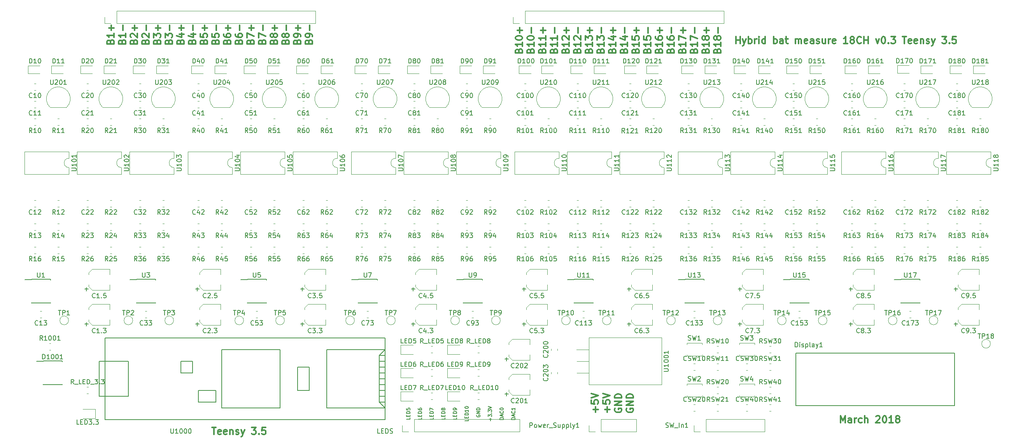
<source format=gbr>
G04 #@! TF.GenerationSoftware,KiCad,Pcbnew,(5.0.0-rc2-dev-158-g52ab6216c)*
G04 #@! TF.CreationDate,2018-03-09T12:59:15-06:00*
G04 #@! TF.ProjectId,Hybrid_bat_measure_18CH_v0.4_Teensy3.5,4879627269645F6261745F6D65617375,rev?*
G04 #@! TF.SameCoordinates,Original*
G04 #@! TF.FileFunction,Legend,Top*
G04 #@! TF.FilePolarity,Positive*
%FSLAX46Y46*%
G04 Gerber Fmt 4.6, Leading zero omitted, Abs format (unit mm)*
G04 Created by KiCad (PCBNEW (5.0.0-rc2-dev-158-g52ab6216c)) date 03/09/18 12:59:15*
%MOMM*%
%LPD*%
G01*
G04 APERTURE LIST*
%ADD10C,0.300000*%
%ADD11C,0.187500*%
%ADD12C,0.120000*%
%ADD13C,0.150000*%
G04 APERTURE END LIST*
D10*
X126892857Y-30190000D02*
X126964285Y-29975714D01*
X127035714Y-29904285D01*
X127178571Y-29832857D01*
X127392857Y-29832857D01*
X127535714Y-29904285D01*
X127607142Y-29975714D01*
X127678571Y-30118571D01*
X127678571Y-30690000D01*
X126178571Y-30690000D01*
X126178571Y-30190000D01*
X126250000Y-30047142D01*
X126321428Y-29975714D01*
X126464285Y-29904285D01*
X126607142Y-29904285D01*
X126750000Y-29975714D01*
X126821428Y-30047142D01*
X126892857Y-30190000D01*
X126892857Y-30690000D01*
X127678571Y-28404285D02*
X127678571Y-29261428D01*
X127678571Y-28832857D02*
X126178571Y-28832857D01*
X126392857Y-28975714D01*
X126535714Y-29118571D01*
X126607142Y-29261428D01*
X126178571Y-27475714D02*
X126178571Y-27332857D01*
X126250000Y-27190000D01*
X126321428Y-27118571D01*
X126464285Y-27047142D01*
X126750000Y-26975714D01*
X127107142Y-26975714D01*
X127392857Y-27047142D01*
X127535714Y-27118571D01*
X127607142Y-27190000D01*
X127678571Y-27332857D01*
X127678571Y-27475714D01*
X127607142Y-27618571D01*
X127535714Y-27690000D01*
X127392857Y-27761428D01*
X127107142Y-27832857D01*
X126750000Y-27832857D01*
X126464285Y-27761428D01*
X126321428Y-27690000D01*
X126250000Y-27618571D01*
X126178571Y-27475714D01*
X127107142Y-26332857D02*
X127107142Y-25190000D01*
X127678571Y-25761428D02*
X126535714Y-25761428D01*
X129432857Y-30190000D02*
X129504285Y-29975714D01*
X129575714Y-29904285D01*
X129718571Y-29832857D01*
X129932857Y-29832857D01*
X130075714Y-29904285D01*
X130147142Y-29975714D01*
X130218571Y-30118571D01*
X130218571Y-30690000D01*
X128718571Y-30690000D01*
X128718571Y-30190000D01*
X128790000Y-30047142D01*
X128861428Y-29975714D01*
X129004285Y-29904285D01*
X129147142Y-29904285D01*
X129290000Y-29975714D01*
X129361428Y-30047142D01*
X129432857Y-30190000D01*
X129432857Y-30690000D01*
X130218571Y-28404285D02*
X130218571Y-29261428D01*
X130218571Y-28832857D02*
X128718571Y-28832857D01*
X128932857Y-28975714D01*
X129075714Y-29118571D01*
X129147142Y-29261428D01*
X128718571Y-27475714D02*
X128718571Y-27332857D01*
X128790000Y-27190000D01*
X128861428Y-27118571D01*
X129004285Y-27047142D01*
X129290000Y-26975714D01*
X129647142Y-26975714D01*
X129932857Y-27047142D01*
X130075714Y-27118571D01*
X130147142Y-27190000D01*
X130218571Y-27332857D01*
X130218571Y-27475714D01*
X130147142Y-27618571D01*
X130075714Y-27690000D01*
X129932857Y-27761428D01*
X129647142Y-27832857D01*
X129290000Y-27832857D01*
X129004285Y-27761428D01*
X128861428Y-27690000D01*
X128790000Y-27618571D01*
X128718571Y-27475714D01*
X129647142Y-26332857D02*
X129647142Y-25190000D01*
X159912857Y-30190000D02*
X159984285Y-29975714D01*
X160055714Y-29904285D01*
X160198571Y-29832857D01*
X160412857Y-29832857D01*
X160555714Y-29904285D01*
X160627142Y-29975714D01*
X160698571Y-30118571D01*
X160698571Y-30690000D01*
X159198571Y-30690000D01*
X159198571Y-30190000D01*
X159270000Y-30047142D01*
X159341428Y-29975714D01*
X159484285Y-29904285D01*
X159627142Y-29904285D01*
X159770000Y-29975714D01*
X159841428Y-30047142D01*
X159912857Y-30190000D01*
X159912857Y-30690000D01*
X160698571Y-28404285D02*
X160698571Y-29261428D01*
X160698571Y-28832857D02*
X159198571Y-28832857D01*
X159412857Y-28975714D01*
X159555714Y-29118571D01*
X159627142Y-29261428D01*
X159198571Y-27118571D02*
X159198571Y-27404285D01*
X159270000Y-27547142D01*
X159341428Y-27618571D01*
X159555714Y-27761428D01*
X159841428Y-27832857D01*
X160412857Y-27832857D01*
X160555714Y-27761428D01*
X160627142Y-27690000D01*
X160698571Y-27547142D01*
X160698571Y-27261428D01*
X160627142Y-27118571D01*
X160555714Y-27047142D01*
X160412857Y-26975714D01*
X160055714Y-26975714D01*
X159912857Y-27047142D01*
X159841428Y-27118571D01*
X159770000Y-27261428D01*
X159770000Y-27547142D01*
X159841428Y-27690000D01*
X159912857Y-27761428D01*
X160055714Y-27832857D01*
X160127142Y-26332857D02*
X160127142Y-25190000D01*
X157372857Y-30190000D02*
X157444285Y-29975714D01*
X157515714Y-29904285D01*
X157658571Y-29832857D01*
X157872857Y-29832857D01*
X158015714Y-29904285D01*
X158087142Y-29975714D01*
X158158571Y-30118571D01*
X158158571Y-30690000D01*
X156658571Y-30690000D01*
X156658571Y-30190000D01*
X156730000Y-30047142D01*
X156801428Y-29975714D01*
X156944285Y-29904285D01*
X157087142Y-29904285D01*
X157230000Y-29975714D01*
X157301428Y-30047142D01*
X157372857Y-30190000D01*
X157372857Y-30690000D01*
X158158571Y-28404285D02*
X158158571Y-29261428D01*
X158158571Y-28832857D02*
X156658571Y-28832857D01*
X156872857Y-28975714D01*
X157015714Y-29118571D01*
X157087142Y-29261428D01*
X156658571Y-27118571D02*
X156658571Y-27404285D01*
X156730000Y-27547142D01*
X156801428Y-27618571D01*
X157015714Y-27761428D01*
X157301428Y-27832857D01*
X157872857Y-27832857D01*
X158015714Y-27761428D01*
X158087142Y-27690000D01*
X158158571Y-27547142D01*
X158158571Y-27261428D01*
X158087142Y-27118571D01*
X158015714Y-27047142D01*
X157872857Y-26975714D01*
X157515714Y-26975714D01*
X157372857Y-27047142D01*
X157301428Y-27118571D01*
X157230000Y-27261428D01*
X157230000Y-27547142D01*
X157301428Y-27690000D01*
X157372857Y-27761428D01*
X157515714Y-27832857D01*
X157587142Y-26332857D02*
X157587142Y-25190000D01*
X158158571Y-25761428D02*
X157015714Y-25761428D01*
X154832857Y-30190000D02*
X154904285Y-29975714D01*
X154975714Y-29904285D01*
X155118571Y-29832857D01*
X155332857Y-29832857D01*
X155475714Y-29904285D01*
X155547142Y-29975714D01*
X155618571Y-30118571D01*
X155618571Y-30690000D01*
X154118571Y-30690000D01*
X154118571Y-30190000D01*
X154190000Y-30047142D01*
X154261428Y-29975714D01*
X154404285Y-29904285D01*
X154547142Y-29904285D01*
X154690000Y-29975714D01*
X154761428Y-30047142D01*
X154832857Y-30190000D01*
X154832857Y-30690000D01*
X155618571Y-28404285D02*
X155618571Y-29261428D01*
X155618571Y-28832857D02*
X154118571Y-28832857D01*
X154332857Y-28975714D01*
X154475714Y-29118571D01*
X154547142Y-29261428D01*
X154118571Y-27047142D02*
X154118571Y-27761428D01*
X154832857Y-27832857D01*
X154761428Y-27761428D01*
X154690000Y-27618571D01*
X154690000Y-27261428D01*
X154761428Y-27118571D01*
X154832857Y-27047142D01*
X154975714Y-26975714D01*
X155332857Y-26975714D01*
X155475714Y-27047142D01*
X155547142Y-27118571D01*
X155618571Y-27261428D01*
X155618571Y-27618571D01*
X155547142Y-27761428D01*
X155475714Y-27832857D01*
X155047142Y-26332857D02*
X155047142Y-25190000D01*
D11*
X126069285Y-110470000D02*
X125319285Y-110470000D01*
X125319285Y-110291428D01*
X125355000Y-110184285D01*
X125426428Y-110112857D01*
X125497857Y-110077142D01*
X125640714Y-110041428D01*
X125747857Y-110041428D01*
X125890714Y-110077142D01*
X125962142Y-110112857D01*
X126033571Y-110184285D01*
X126069285Y-110291428D01*
X126069285Y-110470000D01*
X125855000Y-109755714D02*
X125855000Y-109398571D01*
X126069285Y-109827142D02*
X125319285Y-109577142D01*
X126069285Y-109327142D01*
X125997857Y-108648571D02*
X126033571Y-108684285D01*
X126069285Y-108791428D01*
X126069285Y-108862857D01*
X126033571Y-108970000D01*
X125962142Y-109041428D01*
X125890714Y-109077142D01*
X125747857Y-109112857D01*
X125640714Y-109112857D01*
X125497857Y-109077142D01*
X125426428Y-109041428D01*
X125355000Y-108970000D01*
X125319285Y-108862857D01*
X125319285Y-108791428D01*
X125355000Y-108684285D01*
X125390714Y-108648571D01*
X126069285Y-107934285D02*
X126069285Y-108362857D01*
X126069285Y-108148571D02*
X125319285Y-108148571D01*
X125426428Y-108220000D01*
X125497857Y-108291428D01*
X125533571Y-108362857D01*
X123529285Y-110470000D02*
X122779285Y-110470000D01*
X122779285Y-110291428D01*
X122815000Y-110184285D01*
X122886428Y-110112857D01*
X122957857Y-110077142D01*
X123100714Y-110041428D01*
X123207857Y-110041428D01*
X123350714Y-110077142D01*
X123422142Y-110112857D01*
X123493571Y-110184285D01*
X123529285Y-110291428D01*
X123529285Y-110470000D01*
X123315000Y-109755714D02*
X123315000Y-109398571D01*
X123529285Y-109827142D02*
X122779285Y-109577142D01*
X123529285Y-109327142D01*
X123457857Y-108648571D02*
X123493571Y-108684285D01*
X123529285Y-108791428D01*
X123529285Y-108862857D01*
X123493571Y-108970000D01*
X123422142Y-109041428D01*
X123350714Y-109077142D01*
X123207857Y-109112857D01*
X123100714Y-109112857D01*
X122957857Y-109077142D01*
X122886428Y-109041428D01*
X122815000Y-108970000D01*
X122779285Y-108862857D01*
X122779285Y-108791428D01*
X122815000Y-108684285D01*
X122850714Y-108648571D01*
X122779285Y-108184285D02*
X122779285Y-108112857D01*
X122815000Y-108041428D01*
X122850714Y-108005714D01*
X122922142Y-107970000D01*
X123065000Y-107934285D01*
X123243571Y-107934285D01*
X123386428Y-107970000D01*
X123457857Y-108005714D01*
X123493571Y-108041428D01*
X123529285Y-108112857D01*
X123529285Y-108184285D01*
X123493571Y-108255714D01*
X123457857Y-108291428D01*
X123386428Y-108327142D01*
X123243571Y-108362857D01*
X123065000Y-108362857D01*
X122922142Y-108327142D01*
X122850714Y-108291428D01*
X122815000Y-108255714D01*
X122779285Y-108184285D01*
X120703571Y-110720000D02*
X120703571Y-110148571D01*
X120989285Y-110434285D02*
X120417857Y-110434285D01*
X120239285Y-109862857D02*
X120239285Y-109398571D01*
X120525000Y-109648571D01*
X120525000Y-109541428D01*
X120560714Y-109470000D01*
X120596428Y-109434285D01*
X120667857Y-109398571D01*
X120846428Y-109398571D01*
X120917857Y-109434285D01*
X120953571Y-109470000D01*
X120989285Y-109541428D01*
X120989285Y-109755714D01*
X120953571Y-109827142D01*
X120917857Y-109862857D01*
X120917857Y-109077142D02*
X120953571Y-109041428D01*
X120989285Y-109077142D01*
X120953571Y-109112857D01*
X120917857Y-109077142D01*
X120989285Y-109077142D01*
X120239285Y-108791428D02*
X120239285Y-108327142D01*
X120525000Y-108577142D01*
X120525000Y-108470000D01*
X120560714Y-108398571D01*
X120596428Y-108362857D01*
X120667857Y-108327142D01*
X120846428Y-108327142D01*
X120917857Y-108362857D01*
X120953571Y-108398571D01*
X120989285Y-108470000D01*
X120989285Y-108684285D01*
X120953571Y-108755714D01*
X120917857Y-108791428D01*
X120239285Y-108112857D02*
X120989285Y-107862857D01*
X120239285Y-107612857D01*
X117735000Y-109505714D02*
X117699285Y-109577142D01*
X117699285Y-109684285D01*
X117735000Y-109791428D01*
X117806428Y-109862857D01*
X117877857Y-109898571D01*
X118020714Y-109934285D01*
X118127857Y-109934285D01*
X118270714Y-109898571D01*
X118342142Y-109862857D01*
X118413571Y-109791428D01*
X118449285Y-109684285D01*
X118449285Y-109612857D01*
X118413571Y-109505714D01*
X118377857Y-109470000D01*
X118127857Y-109470000D01*
X118127857Y-109612857D01*
X118449285Y-109148571D02*
X117699285Y-109148571D01*
X118449285Y-108720000D01*
X117699285Y-108720000D01*
X118449285Y-108362857D02*
X117699285Y-108362857D01*
X117699285Y-108184285D01*
X117735000Y-108077142D01*
X117806428Y-108005714D01*
X117877857Y-107970000D01*
X118020714Y-107934285D01*
X118127857Y-107934285D01*
X118270714Y-107970000D01*
X118342142Y-108005714D01*
X118413571Y-108077142D01*
X118449285Y-108184285D01*
X118449285Y-108362857D01*
X115909285Y-110416428D02*
X115909285Y-110773571D01*
X115159285Y-110773571D01*
X115516428Y-110166428D02*
X115516428Y-109916428D01*
X115909285Y-109809285D02*
X115909285Y-110166428D01*
X115159285Y-110166428D01*
X115159285Y-109809285D01*
X115909285Y-109487857D02*
X115159285Y-109487857D01*
X115159285Y-109309285D01*
X115195000Y-109202142D01*
X115266428Y-109130714D01*
X115337857Y-109095000D01*
X115480714Y-109059285D01*
X115587857Y-109059285D01*
X115730714Y-109095000D01*
X115802142Y-109130714D01*
X115873571Y-109202142D01*
X115909285Y-109309285D01*
X115909285Y-109487857D01*
X115909285Y-108345000D02*
X115909285Y-108773571D01*
X115909285Y-108559285D02*
X115159285Y-108559285D01*
X115266428Y-108630714D01*
X115337857Y-108702142D01*
X115373571Y-108773571D01*
X115159285Y-107880714D02*
X115159285Y-107809285D01*
X115195000Y-107737857D01*
X115230714Y-107702142D01*
X115302142Y-107666428D01*
X115445000Y-107630714D01*
X115623571Y-107630714D01*
X115766428Y-107666428D01*
X115837857Y-107702142D01*
X115873571Y-107737857D01*
X115909285Y-107809285D01*
X115909285Y-107880714D01*
X115873571Y-107952142D01*
X115837857Y-107987857D01*
X115766428Y-108023571D01*
X115623571Y-108059285D01*
X115445000Y-108059285D01*
X115302142Y-108023571D01*
X115230714Y-107987857D01*
X115195000Y-107952142D01*
X115159285Y-107880714D01*
X113369285Y-110059285D02*
X113369285Y-110416428D01*
X112619285Y-110416428D01*
X112976428Y-109809285D02*
X112976428Y-109559285D01*
X113369285Y-109452142D02*
X113369285Y-109809285D01*
X112619285Y-109809285D01*
X112619285Y-109452142D01*
X113369285Y-109130714D02*
X112619285Y-109130714D01*
X112619285Y-108952142D01*
X112655000Y-108845000D01*
X112726428Y-108773571D01*
X112797857Y-108737857D01*
X112940714Y-108702142D01*
X113047857Y-108702142D01*
X113190714Y-108737857D01*
X113262142Y-108773571D01*
X113333571Y-108845000D01*
X113369285Y-108952142D01*
X113369285Y-109130714D01*
X113369285Y-108345000D02*
X113369285Y-108202142D01*
X113333571Y-108130714D01*
X113297857Y-108095000D01*
X113190714Y-108023571D01*
X113047857Y-107987857D01*
X112762142Y-107987857D01*
X112690714Y-108023571D01*
X112655000Y-108059285D01*
X112619285Y-108130714D01*
X112619285Y-108273571D01*
X112655000Y-108345000D01*
X112690714Y-108380714D01*
X112762142Y-108416428D01*
X112940714Y-108416428D01*
X113012142Y-108380714D01*
X113047857Y-108345000D01*
X113083571Y-108273571D01*
X113083571Y-108130714D01*
X113047857Y-108059285D01*
X113012142Y-108023571D01*
X112940714Y-107987857D01*
X110829285Y-110059285D02*
X110829285Y-110416428D01*
X110079285Y-110416428D01*
X110436428Y-109809285D02*
X110436428Y-109559285D01*
X110829285Y-109452142D02*
X110829285Y-109809285D01*
X110079285Y-109809285D01*
X110079285Y-109452142D01*
X110829285Y-109130714D02*
X110079285Y-109130714D01*
X110079285Y-108952142D01*
X110115000Y-108845000D01*
X110186428Y-108773571D01*
X110257857Y-108737857D01*
X110400714Y-108702142D01*
X110507857Y-108702142D01*
X110650714Y-108737857D01*
X110722142Y-108773571D01*
X110793571Y-108845000D01*
X110829285Y-108952142D01*
X110829285Y-109130714D01*
X110400714Y-108273571D02*
X110365000Y-108345000D01*
X110329285Y-108380714D01*
X110257857Y-108416428D01*
X110222142Y-108416428D01*
X110150714Y-108380714D01*
X110115000Y-108345000D01*
X110079285Y-108273571D01*
X110079285Y-108130714D01*
X110115000Y-108059285D01*
X110150714Y-108023571D01*
X110222142Y-107987857D01*
X110257857Y-107987857D01*
X110329285Y-108023571D01*
X110365000Y-108059285D01*
X110400714Y-108130714D01*
X110400714Y-108273571D01*
X110436428Y-108345000D01*
X110472142Y-108380714D01*
X110543571Y-108416428D01*
X110686428Y-108416428D01*
X110757857Y-108380714D01*
X110793571Y-108345000D01*
X110829285Y-108273571D01*
X110829285Y-108130714D01*
X110793571Y-108059285D01*
X110757857Y-108023571D01*
X110686428Y-107987857D01*
X110543571Y-107987857D01*
X110472142Y-108023571D01*
X110436428Y-108059285D01*
X110400714Y-108130714D01*
X108289285Y-110059285D02*
X108289285Y-110416428D01*
X107539285Y-110416428D01*
X107896428Y-109809285D02*
X107896428Y-109559285D01*
X108289285Y-109452142D02*
X108289285Y-109809285D01*
X107539285Y-109809285D01*
X107539285Y-109452142D01*
X108289285Y-109130714D02*
X107539285Y-109130714D01*
X107539285Y-108952142D01*
X107575000Y-108845000D01*
X107646428Y-108773571D01*
X107717857Y-108737857D01*
X107860714Y-108702142D01*
X107967857Y-108702142D01*
X108110714Y-108737857D01*
X108182142Y-108773571D01*
X108253571Y-108845000D01*
X108289285Y-108952142D01*
X108289285Y-109130714D01*
X107539285Y-108452142D02*
X107539285Y-107952142D01*
X108289285Y-108273571D01*
X105749285Y-110059285D02*
X105749285Y-110416428D01*
X104999285Y-110416428D01*
X105356428Y-109809285D02*
X105356428Y-109559285D01*
X105749285Y-109452142D02*
X105749285Y-109809285D01*
X104999285Y-109809285D01*
X104999285Y-109452142D01*
X105749285Y-109130714D02*
X104999285Y-109130714D01*
X104999285Y-108952142D01*
X105035000Y-108845000D01*
X105106428Y-108773571D01*
X105177857Y-108737857D01*
X105320714Y-108702142D01*
X105427857Y-108702142D01*
X105570714Y-108737857D01*
X105642142Y-108773571D01*
X105713571Y-108845000D01*
X105749285Y-108952142D01*
X105749285Y-109130714D01*
X104999285Y-108059285D02*
X104999285Y-108202142D01*
X105035000Y-108273571D01*
X105070714Y-108309285D01*
X105177857Y-108380714D01*
X105320714Y-108416428D01*
X105606428Y-108416428D01*
X105677857Y-108380714D01*
X105713571Y-108345000D01*
X105749285Y-108273571D01*
X105749285Y-108130714D01*
X105713571Y-108059285D01*
X105677857Y-108023571D01*
X105606428Y-107987857D01*
X105427857Y-107987857D01*
X105356428Y-108023571D01*
X105320714Y-108059285D01*
X105285000Y-108130714D01*
X105285000Y-108273571D01*
X105320714Y-108345000D01*
X105356428Y-108380714D01*
X105427857Y-108416428D01*
X103209285Y-110059285D02*
X103209285Y-110416428D01*
X102459285Y-110416428D01*
X102816428Y-109809285D02*
X102816428Y-109559285D01*
X103209285Y-109452142D02*
X103209285Y-109809285D01*
X102459285Y-109809285D01*
X102459285Y-109452142D01*
X103209285Y-109130714D02*
X102459285Y-109130714D01*
X102459285Y-108952142D01*
X102495000Y-108845000D01*
X102566428Y-108773571D01*
X102637857Y-108737857D01*
X102780714Y-108702142D01*
X102887857Y-108702142D01*
X103030714Y-108737857D01*
X103102142Y-108773571D01*
X103173571Y-108845000D01*
X103209285Y-108952142D01*
X103209285Y-109130714D01*
X102459285Y-108023571D02*
X102459285Y-108380714D01*
X102816428Y-108416428D01*
X102780714Y-108380714D01*
X102745000Y-108309285D01*
X102745000Y-108130714D01*
X102780714Y-108059285D01*
X102816428Y-108023571D01*
X102887857Y-107987857D01*
X103066428Y-107987857D01*
X103137857Y-108023571D01*
X103173571Y-108059285D01*
X103209285Y-108130714D01*
X103209285Y-108309285D01*
X103173571Y-108380714D01*
X103137857Y-108416428D01*
D10*
X60111428Y-112208571D02*
X60968571Y-112208571D01*
X60540000Y-113708571D02*
X60540000Y-112208571D01*
X62040000Y-113637142D02*
X61897142Y-113708571D01*
X61611428Y-113708571D01*
X61468571Y-113637142D01*
X61397142Y-113494285D01*
X61397142Y-112922857D01*
X61468571Y-112780000D01*
X61611428Y-112708571D01*
X61897142Y-112708571D01*
X62040000Y-112780000D01*
X62111428Y-112922857D01*
X62111428Y-113065714D01*
X61397142Y-113208571D01*
X63325714Y-113637142D02*
X63182857Y-113708571D01*
X62897142Y-113708571D01*
X62754285Y-113637142D01*
X62682857Y-113494285D01*
X62682857Y-112922857D01*
X62754285Y-112780000D01*
X62897142Y-112708571D01*
X63182857Y-112708571D01*
X63325714Y-112780000D01*
X63397142Y-112922857D01*
X63397142Y-113065714D01*
X62682857Y-113208571D01*
X64040000Y-112708571D02*
X64040000Y-113708571D01*
X64040000Y-112851428D02*
X64111428Y-112780000D01*
X64254285Y-112708571D01*
X64468571Y-112708571D01*
X64611428Y-112780000D01*
X64682857Y-112922857D01*
X64682857Y-113708571D01*
X65325714Y-113637142D02*
X65468571Y-113708571D01*
X65754285Y-113708571D01*
X65897142Y-113637142D01*
X65968571Y-113494285D01*
X65968571Y-113422857D01*
X65897142Y-113280000D01*
X65754285Y-113208571D01*
X65540000Y-113208571D01*
X65397142Y-113137142D01*
X65325714Y-112994285D01*
X65325714Y-112922857D01*
X65397142Y-112780000D01*
X65540000Y-112708571D01*
X65754285Y-112708571D01*
X65897142Y-112780000D01*
X66468571Y-112708571D02*
X66825714Y-113708571D01*
X67182857Y-112708571D02*
X66825714Y-113708571D01*
X66682857Y-114065714D01*
X66611428Y-114137142D01*
X66468571Y-114208571D01*
X68754285Y-112208571D02*
X69682857Y-112208571D01*
X69182857Y-112780000D01*
X69397142Y-112780000D01*
X69540000Y-112851428D01*
X69611428Y-112922857D01*
X69682857Y-113065714D01*
X69682857Y-113422857D01*
X69611428Y-113565714D01*
X69540000Y-113637142D01*
X69397142Y-113708571D01*
X68968571Y-113708571D01*
X68825714Y-113637142D01*
X68754285Y-113565714D01*
X70325714Y-113565714D02*
X70397142Y-113637142D01*
X70325714Y-113708571D01*
X70254285Y-113637142D01*
X70325714Y-113565714D01*
X70325714Y-113708571D01*
X71754285Y-112208571D02*
X71040000Y-112208571D01*
X70968571Y-112922857D01*
X71040000Y-112851428D01*
X71182857Y-112780000D01*
X71540000Y-112780000D01*
X71682857Y-112851428D01*
X71754285Y-112922857D01*
X71825714Y-113065714D01*
X71825714Y-113422857D01*
X71754285Y-113565714D01*
X71682857Y-113637142D01*
X71540000Y-113708571D01*
X71182857Y-113708571D01*
X71040000Y-113637142D01*
X70968571Y-113565714D01*
X60852857Y-28205714D02*
X60924285Y-27991428D01*
X60995714Y-27920000D01*
X61138571Y-27848571D01*
X61352857Y-27848571D01*
X61495714Y-27920000D01*
X61567142Y-27991428D01*
X61638571Y-28134285D01*
X61638571Y-28705714D01*
X60138571Y-28705714D01*
X60138571Y-28205714D01*
X60210000Y-28062857D01*
X60281428Y-27991428D01*
X60424285Y-27920000D01*
X60567142Y-27920000D01*
X60710000Y-27991428D01*
X60781428Y-28062857D01*
X60852857Y-28205714D01*
X60852857Y-28705714D01*
X60138571Y-26491428D02*
X60138571Y-27205714D01*
X60852857Y-27277142D01*
X60781428Y-27205714D01*
X60710000Y-27062857D01*
X60710000Y-26705714D01*
X60781428Y-26562857D01*
X60852857Y-26491428D01*
X60995714Y-26420000D01*
X61352857Y-26420000D01*
X61495714Y-26491428D01*
X61567142Y-26562857D01*
X61638571Y-26705714D01*
X61638571Y-27062857D01*
X61567142Y-27205714D01*
X61495714Y-27277142D01*
X61067142Y-25777142D02*
X61067142Y-24634285D01*
X58312857Y-28205714D02*
X58384285Y-27991428D01*
X58455714Y-27920000D01*
X58598571Y-27848571D01*
X58812857Y-27848571D01*
X58955714Y-27920000D01*
X59027142Y-27991428D01*
X59098571Y-28134285D01*
X59098571Y-28705714D01*
X57598571Y-28705714D01*
X57598571Y-28205714D01*
X57670000Y-28062857D01*
X57741428Y-27991428D01*
X57884285Y-27920000D01*
X58027142Y-27920000D01*
X58170000Y-27991428D01*
X58241428Y-28062857D01*
X58312857Y-28205714D01*
X58312857Y-28705714D01*
X57598571Y-26491428D02*
X57598571Y-27205714D01*
X58312857Y-27277142D01*
X58241428Y-27205714D01*
X58170000Y-27062857D01*
X58170000Y-26705714D01*
X58241428Y-26562857D01*
X58312857Y-26491428D01*
X58455714Y-26420000D01*
X58812857Y-26420000D01*
X58955714Y-26491428D01*
X59027142Y-26562857D01*
X59098571Y-26705714D01*
X59098571Y-27062857D01*
X59027142Y-27205714D01*
X58955714Y-27277142D01*
X58527142Y-25777142D02*
X58527142Y-24634285D01*
X59098571Y-25205714D02*
X57955714Y-25205714D01*
X55772857Y-28205714D02*
X55844285Y-27991428D01*
X55915714Y-27920000D01*
X56058571Y-27848571D01*
X56272857Y-27848571D01*
X56415714Y-27920000D01*
X56487142Y-27991428D01*
X56558571Y-28134285D01*
X56558571Y-28705714D01*
X55058571Y-28705714D01*
X55058571Y-28205714D01*
X55130000Y-28062857D01*
X55201428Y-27991428D01*
X55344285Y-27920000D01*
X55487142Y-27920000D01*
X55630000Y-27991428D01*
X55701428Y-28062857D01*
X55772857Y-28205714D01*
X55772857Y-28705714D01*
X55558571Y-26562857D02*
X56558571Y-26562857D01*
X54987142Y-26920000D02*
X56058571Y-27277142D01*
X56058571Y-26348571D01*
X55987142Y-25777142D02*
X55987142Y-24634285D01*
X196934285Y-111168571D02*
X196934285Y-109668571D01*
X197434285Y-110740000D01*
X197934285Y-109668571D01*
X197934285Y-111168571D01*
X199291428Y-111168571D02*
X199291428Y-110382857D01*
X199220000Y-110240000D01*
X199077142Y-110168571D01*
X198791428Y-110168571D01*
X198648571Y-110240000D01*
X199291428Y-111097142D02*
X199148571Y-111168571D01*
X198791428Y-111168571D01*
X198648571Y-111097142D01*
X198577142Y-110954285D01*
X198577142Y-110811428D01*
X198648571Y-110668571D01*
X198791428Y-110597142D01*
X199148571Y-110597142D01*
X199291428Y-110525714D01*
X200005714Y-111168571D02*
X200005714Y-110168571D01*
X200005714Y-110454285D02*
X200077142Y-110311428D01*
X200148571Y-110240000D01*
X200291428Y-110168571D01*
X200434285Y-110168571D01*
X201577142Y-111097142D02*
X201434285Y-111168571D01*
X201148571Y-111168571D01*
X201005714Y-111097142D01*
X200934285Y-111025714D01*
X200862857Y-110882857D01*
X200862857Y-110454285D01*
X200934285Y-110311428D01*
X201005714Y-110240000D01*
X201148571Y-110168571D01*
X201434285Y-110168571D01*
X201577142Y-110240000D01*
X202220000Y-111168571D02*
X202220000Y-109668571D01*
X202862857Y-111168571D02*
X202862857Y-110382857D01*
X202791428Y-110240000D01*
X202648571Y-110168571D01*
X202434285Y-110168571D01*
X202291428Y-110240000D01*
X202220000Y-110311428D01*
X204648571Y-109811428D02*
X204720000Y-109740000D01*
X204862857Y-109668571D01*
X205220000Y-109668571D01*
X205362857Y-109740000D01*
X205434285Y-109811428D01*
X205505714Y-109954285D01*
X205505714Y-110097142D01*
X205434285Y-110311428D01*
X204577142Y-111168571D01*
X205505714Y-111168571D01*
X206434285Y-109668571D02*
X206577142Y-109668571D01*
X206720000Y-109740000D01*
X206791428Y-109811428D01*
X206862857Y-109954285D01*
X206934285Y-110240000D01*
X206934285Y-110597142D01*
X206862857Y-110882857D01*
X206791428Y-111025714D01*
X206720000Y-111097142D01*
X206577142Y-111168571D01*
X206434285Y-111168571D01*
X206291428Y-111097142D01*
X206220000Y-111025714D01*
X206148571Y-110882857D01*
X206077142Y-110597142D01*
X206077142Y-110240000D01*
X206148571Y-109954285D01*
X206220000Y-109811428D01*
X206291428Y-109740000D01*
X206434285Y-109668571D01*
X208362857Y-111168571D02*
X207505714Y-111168571D01*
X207934285Y-111168571D02*
X207934285Y-109668571D01*
X207791428Y-109882857D01*
X207648571Y-110025714D01*
X207505714Y-110097142D01*
X209220000Y-110311428D02*
X209077142Y-110240000D01*
X209005714Y-110168571D01*
X208934285Y-110025714D01*
X208934285Y-109954285D01*
X209005714Y-109811428D01*
X209077142Y-109740000D01*
X209220000Y-109668571D01*
X209505714Y-109668571D01*
X209648571Y-109740000D01*
X209720000Y-109811428D01*
X209791428Y-109954285D01*
X209791428Y-110025714D01*
X209720000Y-110168571D01*
X209648571Y-110240000D01*
X209505714Y-110311428D01*
X209220000Y-110311428D01*
X209077142Y-110382857D01*
X209005714Y-110454285D01*
X208934285Y-110597142D01*
X208934285Y-110882857D01*
X209005714Y-111025714D01*
X209077142Y-111097142D01*
X209220000Y-111168571D01*
X209505714Y-111168571D01*
X209648571Y-111097142D01*
X209720000Y-111025714D01*
X209791428Y-110882857D01*
X209791428Y-110597142D01*
X209720000Y-110454285D01*
X209648571Y-110382857D01*
X209505714Y-110311428D01*
X174191428Y-28618571D02*
X174191428Y-27118571D01*
X174191428Y-27832857D02*
X175048571Y-27832857D01*
X175048571Y-28618571D02*
X175048571Y-27118571D01*
X175620000Y-27618571D02*
X175977142Y-28618571D01*
X176334285Y-27618571D02*
X175977142Y-28618571D01*
X175834285Y-28975714D01*
X175762857Y-29047142D01*
X175620000Y-29118571D01*
X176905714Y-28618571D02*
X176905714Y-27118571D01*
X176905714Y-27690000D02*
X177048571Y-27618571D01*
X177334285Y-27618571D01*
X177477142Y-27690000D01*
X177548571Y-27761428D01*
X177620000Y-27904285D01*
X177620000Y-28332857D01*
X177548571Y-28475714D01*
X177477142Y-28547142D01*
X177334285Y-28618571D01*
X177048571Y-28618571D01*
X176905714Y-28547142D01*
X178262857Y-28618571D02*
X178262857Y-27618571D01*
X178262857Y-27904285D02*
X178334285Y-27761428D01*
X178405714Y-27690000D01*
X178548571Y-27618571D01*
X178691428Y-27618571D01*
X179191428Y-28618571D02*
X179191428Y-27618571D01*
X179191428Y-27118571D02*
X179120000Y-27190000D01*
X179191428Y-27261428D01*
X179262857Y-27190000D01*
X179191428Y-27118571D01*
X179191428Y-27261428D01*
X180548571Y-28618571D02*
X180548571Y-27118571D01*
X180548571Y-28547142D02*
X180405714Y-28618571D01*
X180120000Y-28618571D01*
X179977142Y-28547142D01*
X179905714Y-28475714D01*
X179834285Y-28332857D01*
X179834285Y-27904285D01*
X179905714Y-27761428D01*
X179977142Y-27690000D01*
X180120000Y-27618571D01*
X180405714Y-27618571D01*
X180548571Y-27690000D01*
X182405714Y-28618571D02*
X182405714Y-27118571D01*
X182405714Y-27690000D02*
X182548571Y-27618571D01*
X182834285Y-27618571D01*
X182977142Y-27690000D01*
X183048571Y-27761428D01*
X183120000Y-27904285D01*
X183120000Y-28332857D01*
X183048571Y-28475714D01*
X182977142Y-28547142D01*
X182834285Y-28618571D01*
X182548571Y-28618571D01*
X182405714Y-28547142D01*
X184405714Y-28618571D02*
X184405714Y-27832857D01*
X184334285Y-27690000D01*
X184191428Y-27618571D01*
X183905714Y-27618571D01*
X183762857Y-27690000D01*
X184405714Y-28547142D02*
X184262857Y-28618571D01*
X183905714Y-28618571D01*
X183762857Y-28547142D01*
X183691428Y-28404285D01*
X183691428Y-28261428D01*
X183762857Y-28118571D01*
X183905714Y-28047142D01*
X184262857Y-28047142D01*
X184405714Y-27975714D01*
X184905714Y-27618571D02*
X185477142Y-27618571D01*
X185120000Y-27118571D02*
X185120000Y-28404285D01*
X185191428Y-28547142D01*
X185334285Y-28618571D01*
X185477142Y-28618571D01*
X187119999Y-28618571D02*
X187119999Y-27618571D01*
X187119999Y-27761428D02*
X187191428Y-27690000D01*
X187334285Y-27618571D01*
X187548571Y-27618571D01*
X187691428Y-27690000D01*
X187762857Y-27832857D01*
X187762857Y-28618571D01*
X187762857Y-27832857D02*
X187834285Y-27690000D01*
X187977142Y-27618571D01*
X188191428Y-27618571D01*
X188334285Y-27690000D01*
X188405714Y-27832857D01*
X188405714Y-28618571D01*
X189691428Y-28547142D02*
X189548571Y-28618571D01*
X189262857Y-28618571D01*
X189119999Y-28547142D01*
X189048571Y-28404285D01*
X189048571Y-27832857D01*
X189119999Y-27690000D01*
X189262857Y-27618571D01*
X189548571Y-27618571D01*
X189691428Y-27690000D01*
X189762857Y-27832857D01*
X189762857Y-27975714D01*
X189048571Y-28118571D01*
X191048571Y-28618571D02*
X191048571Y-27832857D01*
X190977142Y-27690000D01*
X190834285Y-27618571D01*
X190548571Y-27618571D01*
X190405714Y-27690000D01*
X191048571Y-28547142D02*
X190905714Y-28618571D01*
X190548571Y-28618571D01*
X190405714Y-28547142D01*
X190334285Y-28404285D01*
X190334285Y-28261428D01*
X190405714Y-28118571D01*
X190548571Y-28047142D01*
X190905714Y-28047142D01*
X191048571Y-27975714D01*
X191691428Y-28547142D02*
X191834285Y-28618571D01*
X192119999Y-28618571D01*
X192262857Y-28547142D01*
X192334285Y-28404285D01*
X192334285Y-28332857D01*
X192262857Y-28190000D01*
X192119999Y-28118571D01*
X191905714Y-28118571D01*
X191762857Y-28047142D01*
X191691428Y-27904285D01*
X191691428Y-27832857D01*
X191762857Y-27690000D01*
X191905714Y-27618571D01*
X192119999Y-27618571D01*
X192262857Y-27690000D01*
X193619999Y-27618571D02*
X193619999Y-28618571D01*
X192977142Y-27618571D02*
X192977142Y-28404285D01*
X193048571Y-28547142D01*
X193191428Y-28618571D01*
X193405714Y-28618571D01*
X193548571Y-28547142D01*
X193619999Y-28475714D01*
X194334285Y-28618571D02*
X194334285Y-27618571D01*
X194334285Y-27904285D02*
X194405714Y-27761428D01*
X194477142Y-27690000D01*
X194619999Y-27618571D01*
X194762857Y-27618571D01*
X195834285Y-28547142D02*
X195691428Y-28618571D01*
X195405714Y-28618571D01*
X195262857Y-28547142D01*
X195191428Y-28404285D01*
X195191428Y-27832857D01*
X195262857Y-27690000D01*
X195405714Y-27618571D01*
X195691428Y-27618571D01*
X195834285Y-27690000D01*
X195905714Y-27832857D01*
X195905714Y-27975714D01*
X195191428Y-28118571D01*
X198477142Y-28618571D02*
X197620000Y-28618571D01*
X198048571Y-28618571D02*
X198048571Y-27118571D01*
X197905714Y-27332857D01*
X197762857Y-27475714D01*
X197620000Y-27547142D01*
X199334285Y-27761428D02*
X199191428Y-27690000D01*
X199120000Y-27618571D01*
X199048571Y-27475714D01*
X199048571Y-27404285D01*
X199120000Y-27261428D01*
X199191428Y-27190000D01*
X199334285Y-27118571D01*
X199620000Y-27118571D01*
X199762857Y-27190000D01*
X199834285Y-27261428D01*
X199905714Y-27404285D01*
X199905714Y-27475714D01*
X199834285Y-27618571D01*
X199762857Y-27690000D01*
X199620000Y-27761428D01*
X199334285Y-27761428D01*
X199191428Y-27832857D01*
X199120000Y-27904285D01*
X199048571Y-28047142D01*
X199048571Y-28332857D01*
X199120000Y-28475714D01*
X199191428Y-28547142D01*
X199334285Y-28618571D01*
X199620000Y-28618571D01*
X199762857Y-28547142D01*
X199834285Y-28475714D01*
X199905714Y-28332857D01*
X199905714Y-28047142D01*
X199834285Y-27904285D01*
X199762857Y-27832857D01*
X199620000Y-27761428D01*
X201405714Y-28475714D02*
X201334285Y-28547142D01*
X201120000Y-28618571D01*
X200977142Y-28618571D01*
X200762857Y-28547142D01*
X200620000Y-28404285D01*
X200548571Y-28261428D01*
X200477142Y-27975714D01*
X200477142Y-27761428D01*
X200548571Y-27475714D01*
X200620000Y-27332857D01*
X200762857Y-27190000D01*
X200977142Y-27118571D01*
X201120000Y-27118571D01*
X201334285Y-27190000D01*
X201405714Y-27261428D01*
X202048571Y-28618571D02*
X202048571Y-27118571D01*
X202048571Y-27832857D02*
X202905714Y-27832857D01*
X202905714Y-28618571D02*
X202905714Y-27118571D01*
X204619999Y-27618571D02*
X204977142Y-28618571D01*
X205334285Y-27618571D01*
X206191428Y-27118571D02*
X206334285Y-27118571D01*
X206477142Y-27190000D01*
X206548571Y-27261428D01*
X206619999Y-27404285D01*
X206691428Y-27690000D01*
X206691428Y-28047142D01*
X206619999Y-28332857D01*
X206548571Y-28475714D01*
X206477142Y-28547142D01*
X206334285Y-28618571D01*
X206191428Y-28618571D01*
X206048571Y-28547142D01*
X205977142Y-28475714D01*
X205905714Y-28332857D01*
X205834285Y-28047142D01*
X205834285Y-27690000D01*
X205905714Y-27404285D01*
X205977142Y-27261428D01*
X206048571Y-27190000D01*
X206191428Y-27118571D01*
X207334285Y-28475714D02*
X207405714Y-28547142D01*
X207334285Y-28618571D01*
X207262857Y-28547142D01*
X207334285Y-28475714D01*
X207334285Y-28618571D01*
X207905714Y-27118571D02*
X208834285Y-27118571D01*
X208334285Y-27690000D01*
X208548571Y-27690000D01*
X208691428Y-27761428D01*
X208762857Y-27832857D01*
X208834285Y-27975714D01*
X208834285Y-28332857D01*
X208762857Y-28475714D01*
X208691428Y-28547142D01*
X208548571Y-28618571D01*
X208119999Y-28618571D01*
X207977142Y-28547142D01*
X207905714Y-28475714D01*
X210405714Y-27118571D02*
X211262857Y-27118571D01*
X210834285Y-28618571D02*
X210834285Y-27118571D01*
X212334285Y-28547142D02*
X212191428Y-28618571D01*
X211905714Y-28618571D01*
X211762857Y-28547142D01*
X211691428Y-28404285D01*
X211691428Y-27832857D01*
X211762857Y-27690000D01*
X211905714Y-27618571D01*
X212191428Y-27618571D01*
X212334285Y-27690000D01*
X212405714Y-27832857D01*
X212405714Y-27975714D01*
X211691428Y-28118571D01*
X213619999Y-28547142D02*
X213477142Y-28618571D01*
X213191428Y-28618571D01*
X213048571Y-28547142D01*
X212977142Y-28404285D01*
X212977142Y-27832857D01*
X213048571Y-27690000D01*
X213191428Y-27618571D01*
X213477142Y-27618571D01*
X213619999Y-27690000D01*
X213691428Y-27832857D01*
X213691428Y-27975714D01*
X212977142Y-28118571D01*
X214334285Y-27618571D02*
X214334285Y-28618571D01*
X214334285Y-27761428D02*
X214405714Y-27690000D01*
X214548571Y-27618571D01*
X214762857Y-27618571D01*
X214905714Y-27690000D01*
X214977142Y-27832857D01*
X214977142Y-28618571D01*
X215619999Y-28547142D02*
X215762857Y-28618571D01*
X216048571Y-28618571D01*
X216191428Y-28547142D01*
X216262857Y-28404285D01*
X216262857Y-28332857D01*
X216191428Y-28190000D01*
X216048571Y-28118571D01*
X215834285Y-28118571D01*
X215691428Y-28047142D01*
X215619999Y-27904285D01*
X215619999Y-27832857D01*
X215691428Y-27690000D01*
X215834285Y-27618571D01*
X216048571Y-27618571D01*
X216191428Y-27690000D01*
X216762857Y-27618571D02*
X217119999Y-28618571D01*
X217477142Y-27618571D02*
X217119999Y-28618571D01*
X216977142Y-28975714D01*
X216905714Y-29047142D01*
X216762857Y-29118571D01*
X219048571Y-27118571D02*
X219977142Y-27118571D01*
X219477142Y-27690000D01*
X219691428Y-27690000D01*
X219834285Y-27761428D01*
X219905714Y-27832857D01*
X219977142Y-27975714D01*
X219977142Y-28332857D01*
X219905714Y-28475714D01*
X219834285Y-28547142D01*
X219691428Y-28618571D01*
X219262857Y-28618571D01*
X219119999Y-28547142D01*
X219048571Y-28475714D01*
X220619999Y-28475714D02*
X220691428Y-28547142D01*
X220619999Y-28618571D01*
X220548571Y-28547142D01*
X220619999Y-28475714D01*
X220619999Y-28618571D01*
X222048571Y-27118571D02*
X221334285Y-27118571D01*
X221262857Y-27832857D01*
X221334285Y-27761428D01*
X221477142Y-27690000D01*
X221834285Y-27690000D01*
X221977142Y-27761428D01*
X222048571Y-27832857D01*
X222119999Y-27975714D01*
X222119999Y-28332857D01*
X222048571Y-28475714D01*
X221977142Y-28547142D01*
X221834285Y-28618571D01*
X221477142Y-28618571D01*
X221334285Y-28547142D01*
X221262857Y-28475714D01*
X170072857Y-30190000D02*
X170144285Y-29975714D01*
X170215714Y-29904285D01*
X170358571Y-29832857D01*
X170572857Y-29832857D01*
X170715714Y-29904285D01*
X170787142Y-29975714D01*
X170858571Y-30118571D01*
X170858571Y-30690000D01*
X169358571Y-30690000D01*
X169358571Y-30190000D01*
X169430000Y-30047142D01*
X169501428Y-29975714D01*
X169644285Y-29904285D01*
X169787142Y-29904285D01*
X169930000Y-29975714D01*
X170001428Y-30047142D01*
X170072857Y-30190000D01*
X170072857Y-30690000D01*
X170858571Y-28404285D02*
X170858571Y-29261428D01*
X170858571Y-28832857D02*
X169358571Y-28832857D01*
X169572857Y-28975714D01*
X169715714Y-29118571D01*
X169787142Y-29261428D01*
X170001428Y-27547142D02*
X169930000Y-27690000D01*
X169858571Y-27761428D01*
X169715714Y-27832857D01*
X169644285Y-27832857D01*
X169501428Y-27761428D01*
X169430000Y-27690000D01*
X169358571Y-27547142D01*
X169358571Y-27261428D01*
X169430000Y-27118571D01*
X169501428Y-27047142D01*
X169644285Y-26975714D01*
X169715714Y-26975714D01*
X169858571Y-27047142D01*
X169930000Y-27118571D01*
X170001428Y-27261428D01*
X170001428Y-27547142D01*
X170072857Y-27690000D01*
X170144285Y-27761428D01*
X170287142Y-27832857D01*
X170572857Y-27832857D01*
X170715714Y-27761428D01*
X170787142Y-27690000D01*
X170858571Y-27547142D01*
X170858571Y-27261428D01*
X170787142Y-27118571D01*
X170715714Y-27047142D01*
X170572857Y-26975714D01*
X170287142Y-26975714D01*
X170144285Y-27047142D01*
X170072857Y-27118571D01*
X170001428Y-27261428D01*
X170287142Y-26332857D02*
X170287142Y-25190000D01*
X167532857Y-30190000D02*
X167604285Y-29975714D01*
X167675714Y-29904285D01*
X167818571Y-29832857D01*
X168032857Y-29832857D01*
X168175714Y-29904285D01*
X168247142Y-29975714D01*
X168318571Y-30118571D01*
X168318571Y-30690000D01*
X166818571Y-30690000D01*
X166818571Y-30190000D01*
X166890000Y-30047142D01*
X166961428Y-29975714D01*
X167104285Y-29904285D01*
X167247142Y-29904285D01*
X167390000Y-29975714D01*
X167461428Y-30047142D01*
X167532857Y-30190000D01*
X167532857Y-30690000D01*
X168318571Y-28404285D02*
X168318571Y-29261428D01*
X168318571Y-28832857D02*
X166818571Y-28832857D01*
X167032857Y-28975714D01*
X167175714Y-29118571D01*
X167247142Y-29261428D01*
X167461428Y-27547142D02*
X167390000Y-27690000D01*
X167318571Y-27761428D01*
X167175714Y-27832857D01*
X167104285Y-27832857D01*
X166961428Y-27761428D01*
X166890000Y-27690000D01*
X166818571Y-27547142D01*
X166818571Y-27261428D01*
X166890000Y-27118571D01*
X166961428Y-27047142D01*
X167104285Y-26975714D01*
X167175714Y-26975714D01*
X167318571Y-27047142D01*
X167390000Y-27118571D01*
X167461428Y-27261428D01*
X167461428Y-27547142D01*
X167532857Y-27690000D01*
X167604285Y-27761428D01*
X167747142Y-27832857D01*
X168032857Y-27832857D01*
X168175714Y-27761428D01*
X168247142Y-27690000D01*
X168318571Y-27547142D01*
X168318571Y-27261428D01*
X168247142Y-27118571D01*
X168175714Y-27047142D01*
X168032857Y-26975714D01*
X167747142Y-26975714D01*
X167604285Y-27047142D01*
X167532857Y-27118571D01*
X167461428Y-27261428D01*
X167747142Y-26332857D02*
X167747142Y-25190000D01*
X168318571Y-25761428D02*
X167175714Y-25761428D01*
X164992857Y-30190000D02*
X165064285Y-29975714D01*
X165135714Y-29904285D01*
X165278571Y-29832857D01*
X165492857Y-29832857D01*
X165635714Y-29904285D01*
X165707142Y-29975714D01*
X165778571Y-30118571D01*
X165778571Y-30690000D01*
X164278571Y-30690000D01*
X164278571Y-30190000D01*
X164350000Y-30047142D01*
X164421428Y-29975714D01*
X164564285Y-29904285D01*
X164707142Y-29904285D01*
X164850000Y-29975714D01*
X164921428Y-30047142D01*
X164992857Y-30190000D01*
X164992857Y-30690000D01*
X165778571Y-28404285D02*
X165778571Y-29261428D01*
X165778571Y-28832857D02*
X164278571Y-28832857D01*
X164492857Y-28975714D01*
X164635714Y-29118571D01*
X164707142Y-29261428D01*
X164278571Y-27904285D02*
X164278571Y-26904285D01*
X165778571Y-27547142D01*
X165207142Y-26332857D02*
X165207142Y-25190000D01*
X162452857Y-30190000D02*
X162524285Y-29975714D01*
X162595714Y-29904285D01*
X162738571Y-29832857D01*
X162952857Y-29832857D01*
X163095714Y-29904285D01*
X163167142Y-29975714D01*
X163238571Y-30118571D01*
X163238571Y-30690000D01*
X161738571Y-30690000D01*
X161738571Y-30190000D01*
X161810000Y-30047142D01*
X161881428Y-29975714D01*
X162024285Y-29904285D01*
X162167142Y-29904285D01*
X162310000Y-29975714D01*
X162381428Y-30047142D01*
X162452857Y-30190000D01*
X162452857Y-30690000D01*
X163238571Y-28404285D02*
X163238571Y-29261428D01*
X163238571Y-28832857D02*
X161738571Y-28832857D01*
X161952857Y-28975714D01*
X162095714Y-29118571D01*
X162167142Y-29261428D01*
X161738571Y-27904285D02*
X161738571Y-26904285D01*
X163238571Y-27547142D01*
X162667142Y-26332857D02*
X162667142Y-25190000D01*
X163238571Y-25761428D02*
X162095714Y-25761428D01*
X152292857Y-30190000D02*
X152364285Y-29975714D01*
X152435714Y-29904285D01*
X152578571Y-29832857D01*
X152792857Y-29832857D01*
X152935714Y-29904285D01*
X153007142Y-29975714D01*
X153078571Y-30118571D01*
X153078571Y-30690000D01*
X151578571Y-30690000D01*
X151578571Y-30190000D01*
X151650000Y-30047142D01*
X151721428Y-29975714D01*
X151864285Y-29904285D01*
X152007142Y-29904285D01*
X152150000Y-29975714D01*
X152221428Y-30047142D01*
X152292857Y-30190000D01*
X152292857Y-30690000D01*
X153078571Y-28404285D02*
X153078571Y-29261428D01*
X153078571Y-28832857D02*
X151578571Y-28832857D01*
X151792857Y-28975714D01*
X151935714Y-29118571D01*
X152007142Y-29261428D01*
X151578571Y-27047142D02*
X151578571Y-27761428D01*
X152292857Y-27832857D01*
X152221428Y-27761428D01*
X152150000Y-27618571D01*
X152150000Y-27261428D01*
X152221428Y-27118571D01*
X152292857Y-27047142D01*
X152435714Y-26975714D01*
X152792857Y-26975714D01*
X152935714Y-27047142D01*
X153007142Y-27118571D01*
X153078571Y-27261428D01*
X153078571Y-27618571D01*
X153007142Y-27761428D01*
X152935714Y-27832857D01*
X152507142Y-26332857D02*
X152507142Y-25190000D01*
X153078571Y-25761428D02*
X151935714Y-25761428D01*
X149752857Y-30190000D02*
X149824285Y-29975714D01*
X149895714Y-29904285D01*
X150038571Y-29832857D01*
X150252857Y-29832857D01*
X150395714Y-29904285D01*
X150467142Y-29975714D01*
X150538571Y-30118571D01*
X150538571Y-30690000D01*
X149038571Y-30690000D01*
X149038571Y-30190000D01*
X149110000Y-30047142D01*
X149181428Y-29975714D01*
X149324285Y-29904285D01*
X149467142Y-29904285D01*
X149610000Y-29975714D01*
X149681428Y-30047142D01*
X149752857Y-30190000D01*
X149752857Y-30690000D01*
X150538571Y-28404285D02*
X150538571Y-29261428D01*
X150538571Y-28832857D02*
X149038571Y-28832857D01*
X149252857Y-28975714D01*
X149395714Y-29118571D01*
X149467142Y-29261428D01*
X149538571Y-27118571D02*
X150538571Y-27118571D01*
X148967142Y-27475714D02*
X150038571Y-27832857D01*
X150038571Y-26904285D01*
X149967142Y-26332857D02*
X149967142Y-25190000D01*
X147212857Y-30190000D02*
X147284285Y-29975714D01*
X147355714Y-29904285D01*
X147498571Y-29832857D01*
X147712857Y-29832857D01*
X147855714Y-29904285D01*
X147927142Y-29975714D01*
X147998571Y-30118571D01*
X147998571Y-30690000D01*
X146498571Y-30690000D01*
X146498571Y-30190000D01*
X146570000Y-30047142D01*
X146641428Y-29975714D01*
X146784285Y-29904285D01*
X146927142Y-29904285D01*
X147070000Y-29975714D01*
X147141428Y-30047142D01*
X147212857Y-30190000D01*
X147212857Y-30690000D01*
X147998571Y-28404285D02*
X147998571Y-29261428D01*
X147998571Y-28832857D02*
X146498571Y-28832857D01*
X146712857Y-28975714D01*
X146855714Y-29118571D01*
X146927142Y-29261428D01*
X146998571Y-27118571D02*
X147998571Y-27118571D01*
X146427142Y-27475714D02*
X147498571Y-27832857D01*
X147498571Y-26904285D01*
X147427142Y-26332857D02*
X147427142Y-25190000D01*
X147998571Y-25761428D02*
X146855714Y-25761428D01*
X144672857Y-30190000D02*
X144744285Y-29975714D01*
X144815714Y-29904285D01*
X144958571Y-29832857D01*
X145172857Y-29832857D01*
X145315714Y-29904285D01*
X145387142Y-29975714D01*
X145458571Y-30118571D01*
X145458571Y-30690000D01*
X143958571Y-30690000D01*
X143958571Y-30190000D01*
X144030000Y-30047142D01*
X144101428Y-29975714D01*
X144244285Y-29904285D01*
X144387142Y-29904285D01*
X144530000Y-29975714D01*
X144601428Y-30047142D01*
X144672857Y-30190000D01*
X144672857Y-30690000D01*
X145458571Y-28404285D02*
X145458571Y-29261428D01*
X145458571Y-28832857D02*
X143958571Y-28832857D01*
X144172857Y-28975714D01*
X144315714Y-29118571D01*
X144387142Y-29261428D01*
X143958571Y-27904285D02*
X143958571Y-26975714D01*
X144530000Y-27475714D01*
X144530000Y-27261428D01*
X144601428Y-27118571D01*
X144672857Y-27047142D01*
X144815714Y-26975714D01*
X145172857Y-26975714D01*
X145315714Y-27047142D01*
X145387142Y-27118571D01*
X145458571Y-27261428D01*
X145458571Y-27690000D01*
X145387142Y-27832857D01*
X145315714Y-27904285D01*
X144887142Y-26332857D02*
X144887142Y-25190000D01*
X142132857Y-30190000D02*
X142204285Y-29975714D01*
X142275714Y-29904285D01*
X142418571Y-29832857D01*
X142632857Y-29832857D01*
X142775714Y-29904285D01*
X142847142Y-29975714D01*
X142918571Y-30118571D01*
X142918571Y-30690000D01*
X141418571Y-30690000D01*
X141418571Y-30190000D01*
X141490000Y-30047142D01*
X141561428Y-29975714D01*
X141704285Y-29904285D01*
X141847142Y-29904285D01*
X141990000Y-29975714D01*
X142061428Y-30047142D01*
X142132857Y-30190000D01*
X142132857Y-30690000D01*
X142918571Y-28404285D02*
X142918571Y-29261428D01*
X142918571Y-28832857D02*
X141418571Y-28832857D01*
X141632857Y-28975714D01*
X141775714Y-29118571D01*
X141847142Y-29261428D01*
X141418571Y-27904285D02*
X141418571Y-26975714D01*
X141990000Y-27475714D01*
X141990000Y-27261428D01*
X142061428Y-27118571D01*
X142132857Y-27047142D01*
X142275714Y-26975714D01*
X142632857Y-26975714D01*
X142775714Y-27047142D01*
X142847142Y-27118571D01*
X142918571Y-27261428D01*
X142918571Y-27690000D01*
X142847142Y-27832857D01*
X142775714Y-27904285D01*
X142347142Y-26332857D02*
X142347142Y-25190000D01*
X142918571Y-25761428D02*
X141775714Y-25761428D01*
X139592857Y-30190000D02*
X139664285Y-29975714D01*
X139735714Y-29904285D01*
X139878571Y-29832857D01*
X140092857Y-29832857D01*
X140235714Y-29904285D01*
X140307142Y-29975714D01*
X140378571Y-30118571D01*
X140378571Y-30690000D01*
X138878571Y-30690000D01*
X138878571Y-30190000D01*
X138950000Y-30047142D01*
X139021428Y-29975714D01*
X139164285Y-29904285D01*
X139307142Y-29904285D01*
X139450000Y-29975714D01*
X139521428Y-30047142D01*
X139592857Y-30190000D01*
X139592857Y-30690000D01*
X140378571Y-28404285D02*
X140378571Y-29261428D01*
X140378571Y-28832857D02*
X138878571Y-28832857D01*
X139092857Y-28975714D01*
X139235714Y-29118571D01*
X139307142Y-29261428D01*
X139021428Y-27832857D02*
X138950000Y-27761428D01*
X138878571Y-27618571D01*
X138878571Y-27261428D01*
X138950000Y-27118571D01*
X139021428Y-27047142D01*
X139164285Y-26975714D01*
X139307142Y-26975714D01*
X139521428Y-27047142D01*
X140378571Y-27904285D01*
X140378571Y-26975714D01*
X139807142Y-26332857D02*
X139807142Y-25190000D01*
X137052857Y-30190000D02*
X137124285Y-29975714D01*
X137195714Y-29904285D01*
X137338571Y-29832857D01*
X137552857Y-29832857D01*
X137695714Y-29904285D01*
X137767142Y-29975714D01*
X137838571Y-30118571D01*
X137838571Y-30690000D01*
X136338571Y-30690000D01*
X136338571Y-30190000D01*
X136410000Y-30047142D01*
X136481428Y-29975714D01*
X136624285Y-29904285D01*
X136767142Y-29904285D01*
X136910000Y-29975714D01*
X136981428Y-30047142D01*
X137052857Y-30190000D01*
X137052857Y-30690000D01*
X137838571Y-28404285D02*
X137838571Y-29261428D01*
X137838571Y-28832857D02*
X136338571Y-28832857D01*
X136552857Y-28975714D01*
X136695714Y-29118571D01*
X136767142Y-29261428D01*
X136481428Y-27832857D02*
X136410000Y-27761428D01*
X136338571Y-27618571D01*
X136338571Y-27261428D01*
X136410000Y-27118571D01*
X136481428Y-27047142D01*
X136624285Y-26975714D01*
X136767142Y-26975714D01*
X136981428Y-27047142D01*
X137838571Y-27904285D01*
X137838571Y-26975714D01*
X137267142Y-26332857D02*
X137267142Y-25190000D01*
X137838571Y-25761428D02*
X136695714Y-25761428D01*
X134512857Y-30190000D02*
X134584285Y-29975714D01*
X134655714Y-29904285D01*
X134798571Y-29832857D01*
X135012857Y-29832857D01*
X135155714Y-29904285D01*
X135227142Y-29975714D01*
X135298571Y-30118571D01*
X135298571Y-30690000D01*
X133798571Y-30690000D01*
X133798571Y-30190000D01*
X133870000Y-30047142D01*
X133941428Y-29975714D01*
X134084285Y-29904285D01*
X134227142Y-29904285D01*
X134370000Y-29975714D01*
X134441428Y-30047142D01*
X134512857Y-30190000D01*
X134512857Y-30690000D01*
X135298571Y-28404285D02*
X135298571Y-29261428D01*
X135298571Y-28832857D02*
X133798571Y-28832857D01*
X134012857Y-28975714D01*
X134155714Y-29118571D01*
X134227142Y-29261428D01*
X135298571Y-26975714D02*
X135298571Y-27832857D01*
X135298571Y-27404285D02*
X133798571Y-27404285D01*
X134012857Y-27547142D01*
X134155714Y-27690000D01*
X134227142Y-27832857D01*
X134727142Y-26332857D02*
X134727142Y-25190000D01*
X131972857Y-30190000D02*
X132044285Y-29975714D01*
X132115714Y-29904285D01*
X132258571Y-29832857D01*
X132472857Y-29832857D01*
X132615714Y-29904285D01*
X132687142Y-29975714D01*
X132758571Y-30118571D01*
X132758571Y-30690000D01*
X131258571Y-30690000D01*
X131258571Y-30190000D01*
X131330000Y-30047142D01*
X131401428Y-29975714D01*
X131544285Y-29904285D01*
X131687142Y-29904285D01*
X131830000Y-29975714D01*
X131901428Y-30047142D01*
X131972857Y-30190000D01*
X131972857Y-30690000D01*
X132758571Y-28404285D02*
X132758571Y-29261428D01*
X132758571Y-28832857D02*
X131258571Y-28832857D01*
X131472857Y-28975714D01*
X131615714Y-29118571D01*
X131687142Y-29261428D01*
X132758571Y-26975714D02*
X132758571Y-27832857D01*
X132758571Y-27404285D02*
X131258571Y-27404285D01*
X131472857Y-27547142D01*
X131615714Y-27690000D01*
X131687142Y-27832857D01*
X132187142Y-26332857D02*
X132187142Y-25190000D01*
X132758571Y-25761428D02*
X131615714Y-25761428D01*
X81172857Y-28205714D02*
X81244285Y-27991428D01*
X81315714Y-27920000D01*
X81458571Y-27848571D01*
X81672857Y-27848571D01*
X81815714Y-27920000D01*
X81887142Y-27991428D01*
X81958571Y-28134285D01*
X81958571Y-28705714D01*
X80458571Y-28705714D01*
X80458571Y-28205714D01*
X80530000Y-28062857D01*
X80601428Y-27991428D01*
X80744285Y-27920000D01*
X80887142Y-27920000D01*
X81030000Y-27991428D01*
X81101428Y-28062857D01*
X81172857Y-28205714D01*
X81172857Y-28705714D01*
X81958571Y-27134285D02*
X81958571Y-26848571D01*
X81887142Y-26705714D01*
X81815714Y-26634285D01*
X81601428Y-26491428D01*
X81315714Y-26420000D01*
X80744285Y-26420000D01*
X80601428Y-26491428D01*
X80530000Y-26562857D01*
X80458571Y-26705714D01*
X80458571Y-26991428D01*
X80530000Y-27134285D01*
X80601428Y-27205714D01*
X80744285Y-27277142D01*
X81101428Y-27277142D01*
X81244285Y-27205714D01*
X81315714Y-27134285D01*
X81387142Y-26991428D01*
X81387142Y-26705714D01*
X81315714Y-26562857D01*
X81244285Y-26491428D01*
X81101428Y-26420000D01*
X81387142Y-25777142D02*
X81387142Y-24634285D01*
X78632857Y-28205714D02*
X78704285Y-27991428D01*
X78775714Y-27920000D01*
X78918571Y-27848571D01*
X79132857Y-27848571D01*
X79275714Y-27920000D01*
X79347142Y-27991428D01*
X79418571Y-28134285D01*
X79418571Y-28705714D01*
X77918571Y-28705714D01*
X77918571Y-28205714D01*
X77990000Y-28062857D01*
X78061428Y-27991428D01*
X78204285Y-27920000D01*
X78347142Y-27920000D01*
X78490000Y-27991428D01*
X78561428Y-28062857D01*
X78632857Y-28205714D01*
X78632857Y-28705714D01*
X79418571Y-27134285D02*
X79418571Y-26848571D01*
X79347142Y-26705714D01*
X79275714Y-26634285D01*
X79061428Y-26491428D01*
X78775714Y-26420000D01*
X78204285Y-26420000D01*
X78061428Y-26491428D01*
X77990000Y-26562857D01*
X77918571Y-26705714D01*
X77918571Y-26991428D01*
X77990000Y-27134285D01*
X78061428Y-27205714D01*
X78204285Y-27277142D01*
X78561428Y-27277142D01*
X78704285Y-27205714D01*
X78775714Y-27134285D01*
X78847142Y-26991428D01*
X78847142Y-26705714D01*
X78775714Y-26562857D01*
X78704285Y-26491428D01*
X78561428Y-26420000D01*
X78847142Y-25777142D02*
X78847142Y-24634285D01*
X79418571Y-25205714D02*
X78275714Y-25205714D01*
X76092857Y-28205714D02*
X76164285Y-27991428D01*
X76235714Y-27920000D01*
X76378571Y-27848571D01*
X76592857Y-27848571D01*
X76735714Y-27920000D01*
X76807142Y-27991428D01*
X76878571Y-28134285D01*
X76878571Y-28705714D01*
X75378571Y-28705714D01*
X75378571Y-28205714D01*
X75450000Y-28062857D01*
X75521428Y-27991428D01*
X75664285Y-27920000D01*
X75807142Y-27920000D01*
X75950000Y-27991428D01*
X76021428Y-28062857D01*
X76092857Y-28205714D01*
X76092857Y-28705714D01*
X76021428Y-26991428D02*
X75950000Y-27134285D01*
X75878571Y-27205714D01*
X75735714Y-27277142D01*
X75664285Y-27277142D01*
X75521428Y-27205714D01*
X75450000Y-27134285D01*
X75378571Y-26991428D01*
X75378571Y-26705714D01*
X75450000Y-26562857D01*
X75521428Y-26491428D01*
X75664285Y-26420000D01*
X75735714Y-26420000D01*
X75878571Y-26491428D01*
X75950000Y-26562857D01*
X76021428Y-26705714D01*
X76021428Y-26991428D01*
X76092857Y-27134285D01*
X76164285Y-27205714D01*
X76307142Y-27277142D01*
X76592857Y-27277142D01*
X76735714Y-27205714D01*
X76807142Y-27134285D01*
X76878571Y-26991428D01*
X76878571Y-26705714D01*
X76807142Y-26562857D01*
X76735714Y-26491428D01*
X76592857Y-26420000D01*
X76307142Y-26420000D01*
X76164285Y-26491428D01*
X76092857Y-26562857D01*
X76021428Y-26705714D01*
X76307142Y-25777142D02*
X76307142Y-24634285D01*
X73552857Y-28205714D02*
X73624285Y-27991428D01*
X73695714Y-27920000D01*
X73838571Y-27848571D01*
X74052857Y-27848571D01*
X74195714Y-27920000D01*
X74267142Y-27991428D01*
X74338571Y-28134285D01*
X74338571Y-28705714D01*
X72838571Y-28705714D01*
X72838571Y-28205714D01*
X72910000Y-28062857D01*
X72981428Y-27991428D01*
X73124285Y-27920000D01*
X73267142Y-27920000D01*
X73410000Y-27991428D01*
X73481428Y-28062857D01*
X73552857Y-28205714D01*
X73552857Y-28705714D01*
X73481428Y-26991428D02*
X73410000Y-27134285D01*
X73338571Y-27205714D01*
X73195714Y-27277142D01*
X73124285Y-27277142D01*
X72981428Y-27205714D01*
X72910000Y-27134285D01*
X72838571Y-26991428D01*
X72838571Y-26705714D01*
X72910000Y-26562857D01*
X72981428Y-26491428D01*
X73124285Y-26420000D01*
X73195714Y-26420000D01*
X73338571Y-26491428D01*
X73410000Y-26562857D01*
X73481428Y-26705714D01*
X73481428Y-26991428D01*
X73552857Y-27134285D01*
X73624285Y-27205714D01*
X73767142Y-27277142D01*
X74052857Y-27277142D01*
X74195714Y-27205714D01*
X74267142Y-27134285D01*
X74338571Y-26991428D01*
X74338571Y-26705714D01*
X74267142Y-26562857D01*
X74195714Y-26491428D01*
X74052857Y-26420000D01*
X73767142Y-26420000D01*
X73624285Y-26491428D01*
X73552857Y-26562857D01*
X73481428Y-26705714D01*
X73767142Y-25777142D02*
X73767142Y-24634285D01*
X74338571Y-25205714D02*
X73195714Y-25205714D01*
X71012857Y-28205714D02*
X71084285Y-27991428D01*
X71155714Y-27920000D01*
X71298571Y-27848571D01*
X71512857Y-27848571D01*
X71655714Y-27920000D01*
X71727142Y-27991428D01*
X71798571Y-28134285D01*
X71798571Y-28705714D01*
X70298571Y-28705714D01*
X70298571Y-28205714D01*
X70370000Y-28062857D01*
X70441428Y-27991428D01*
X70584285Y-27920000D01*
X70727142Y-27920000D01*
X70870000Y-27991428D01*
X70941428Y-28062857D01*
X71012857Y-28205714D01*
X71012857Y-28705714D01*
X70298571Y-27348571D02*
X70298571Y-26348571D01*
X71798571Y-26991428D01*
X71227142Y-25777142D02*
X71227142Y-24634285D01*
X68472857Y-28205714D02*
X68544285Y-27991428D01*
X68615714Y-27920000D01*
X68758571Y-27848571D01*
X68972857Y-27848571D01*
X69115714Y-27920000D01*
X69187142Y-27991428D01*
X69258571Y-28134285D01*
X69258571Y-28705714D01*
X67758571Y-28705714D01*
X67758571Y-28205714D01*
X67830000Y-28062857D01*
X67901428Y-27991428D01*
X68044285Y-27920000D01*
X68187142Y-27920000D01*
X68330000Y-27991428D01*
X68401428Y-28062857D01*
X68472857Y-28205714D01*
X68472857Y-28705714D01*
X67758571Y-27348571D02*
X67758571Y-26348571D01*
X69258571Y-26991428D01*
X68687142Y-25777142D02*
X68687142Y-24634285D01*
X69258571Y-25205714D02*
X68115714Y-25205714D01*
X65932857Y-28205714D02*
X66004285Y-27991428D01*
X66075714Y-27920000D01*
X66218571Y-27848571D01*
X66432857Y-27848571D01*
X66575714Y-27920000D01*
X66647142Y-27991428D01*
X66718571Y-28134285D01*
X66718571Y-28705714D01*
X65218571Y-28705714D01*
X65218571Y-28205714D01*
X65290000Y-28062857D01*
X65361428Y-27991428D01*
X65504285Y-27920000D01*
X65647142Y-27920000D01*
X65790000Y-27991428D01*
X65861428Y-28062857D01*
X65932857Y-28205714D01*
X65932857Y-28705714D01*
X65218571Y-26562857D02*
X65218571Y-26848571D01*
X65290000Y-26991428D01*
X65361428Y-27062857D01*
X65575714Y-27205714D01*
X65861428Y-27277142D01*
X66432857Y-27277142D01*
X66575714Y-27205714D01*
X66647142Y-27134285D01*
X66718571Y-26991428D01*
X66718571Y-26705714D01*
X66647142Y-26562857D01*
X66575714Y-26491428D01*
X66432857Y-26420000D01*
X66075714Y-26420000D01*
X65932857Y-26491428D01*
X65861428Y-26562857D01*
X65790000Y-26705714D01*
X65790000Y-26991428D01*
X65861428Y-27134285D01*
X65932857Y-27205714D01*
X66075714Y-27277142D01*
X66147142Y-25777142D02*
X66147142Y-24634285D01*
X63392857Y-28205714D02*
X63464285Y-27991428D01*
X63535714Y-27920000D01*
X63678571Y-27848571D01*
X63892857Y-27848571D01*
X64035714Y-27920000D01*
X64107142Y-27991428D01*
X64178571Y-28134285D01*
X64178571Y-28705714D01*
X62678571Y-28705714D01*
X62678571Y-28205714D01*
X62750000Y-28062857D01*
X62821428Y-27991428D01*
X62964285Y-27920000D01*
X63107142Y-27920000D01*
X63250000Y-27991428D01*
X63321428Y-28062857D01*
X63392857Y-28205714D01*
X63392857Y-28705714D01*
X62678571Y-26562857D02*
X62678571Y-26848571D01*
X62750000Y-26991428D01*
X62821428Y-27062857D01*
X63035714Y-27205714D01*
X63321428Y-27277142D01*
X63892857Y-27277142D01*
X64035714Y-27205714D01*
X64107142Y-27134285D01*
X64178571Y-26991428D01*
X64178571Y-26705714D01*
X64107142Y-26562857D01*
X64035714Y-26491428D01*
X63892857Y-26420000D01*
X63535714Y-26420000D01*
X63392857Y-26491428D01*
X63321428Y-26562857D01*
X63250000Y-26705714D01*
X63250000Y-26991428D01*
X63321428Y-27134285D01*
X63392857Y-27205714D01*
X63535714Y-27277142D01*
X63607142Y-25777142D02*
X63607142Y-24634285D01*
X64178571Y-25205714D02*
X63035714Y-25205714D01*
X53232857Y-28205714D02*
X53304285Y-27991428D01*
X53375714Y-27920000D01*
X53518571Y-27848571D01*
X53732857Y-27848571D01*
X53875714Y-27920000D01*
X53947142Y-27991428D01*
X54018571Y-28134285D01*
X54018571Y-28705714D01*
X52518571Y-28705714D01*
X52518571Y-28205714D01*
X52590000Y-28062857D01*
X52661428Y-27991428D01*
X52804285Y-27920000D01*
X52947142Y-27920000D01*
X53090000Y-27991428D01*
X53161428Y-28062857D01*
X53232857Y-28205714D01*
X53232857Y-28705714D01*
X53018571Y-26562857D02*
X54018571Y-26562857D01*
X52447142Y-26920000D02*
X53518571Y-27277142D01*
X53518571Y-26348571D01*
X53447142Y-25777142D02*
X53447142Y-24634285D01*
X54018571Y-25205714D02*
X52875714Y-25205714D01*
X50692857Y-28205714D02*
X50764285Y-27991428D01*
X50835714Y-27920000D01*
X50978571Y-27848571D01*
X51192857Y-27848571D01*
X51335714Y-27920000D01*
X51407142Y-27991428D01*
X51478571Y-28134285D01*
X51478571Y-28705714D01*
X49978571Y-28705714D01*
X49978571Y-28205714D01*
X50050000Y-28062857D01*
X50121428Y-27991428D01*
X50264285Y-27920000D01*
X50407142Y-27920000D01*
X50550000Y-27991428D01*
X50621428Y-28062857D01*
X50692857Y-28205714D01*
X50692857Y-28705714D01*
X49978571Y-27348571D02*
X49978571Y-26420000D01*
X50550000Y-26920000D01*
X50550000Y-26705714D01*
X50621428Y-26562857D01*
X50692857Y-26491428D01*
X50835714Y-26420000D01*
X51192857Y-26420000D01*
X51335714Y-26491428D01*
X51407142Y-26562857D01*
X51478571Y-26705714D01*
X51478571Y-27134285D01*
X51407142Y-27277142D01*
X51335714Y-27348571D01*
X50907142Y-25777142D02*
X50907142Y-24634285D01*
X48152857Y-28205714D02*
X48224285Y-27991428D01*
X48295714Y-27920000D01*
X48438571Y-27848571D01*
X48652857Y-27848571D01*
X48795714Y-27920000D01*
X48867142Y-27991428D01*
X48938571Y-28134285D01*
X48938571Y-28705714D01*
X47438571Y-28705714D01*
X47438571Y-28205714D01*
X47510000Y-28062857D01*
X47581428Y-27991428D01*
X47724285Y-27920000D01*
X47867142Y-27920000D01*
X48010000Y-27991428D01*
X48081428Y-28062857D01*
X48152857Y-28205714D01*
X48152857Y-28705714D01*
X47438571Y-27348571D02*
X47438571Y-26420000D01*
X48010000Y-26920000D01*
X48010000Y-26705714D01*
X48081428Y-26562857D01*
X48152857Y-26491428D01*
X48295714Y-26420000D01*
X48652857Y-26420000D01*
X48795714Y-26491428D01*
X48867142Y-26562857D01*
X48938571Y-26705714D01*
X48938571Y-27134285D01*
X48867142Y-27277142D01*
X48795714Y-27348571D01*
X48367142Y-25777142D02*
X48367142Y-24634285D01*
X48938571Y-25205714D02*
X47795714Y-25205714D01*
X45612857Y-28205714D02*
X45684285Y-27991428D01*
X45755714Y-27920000D01*
X45898571Y-27848571D01*
X46112857Y-27848571D01*
X46255714Y-27920000D01*
X46327142Y-27991428D01*
X46398571Y-28134285D01*
X46398571Y-28705714D01*
X44898571Y-28705714D01*
X44898571Y-28205714D01*
X44970000Y-28062857D01*
X45041428Y-27991428D01*
X45184285Y-27920000D01*
X45327142Y-27920000D01*
X45470000Y-27991428D01*
X45541428Y-28062857D01*
X45612857Y-28205714D01*
X45612857Y-28705714D01*
X45041428Y-27277142D02*
X44970000Y-27205714D01*
X44898571Y-27062857D01*
X44898571Y-26705714D01*
X44970000Y-26562857D01*
X45041428Y-26491428D01*
X45184285Y-26420000D01*
X45327142Y-26420000D01*
X45541428Y-26491428D01*
X46398571Y-27348571D01*
X46398571Y-26420000D01*
X45827142Y-25777142D02*
X45827142Y-24634285D01*
X43072857Y-28205714D02*
X43144285Y-27991428D01*
X43215714Y-27920000D01*
X43358571Y-27848571D01*
X43572857Y-27848571D01*
X43715714Y-27920000D01*
X43787142Y-27991428D01*
X43858571Y-28134285D01*
X43858571Y-28705714D01*
X42358571Y-28705714D01*
X42358571Y-28205714D01*
X42430000Y-28062857D01*
X42501428Y-27991428D01*
X42644285Y-27920000D01*
X42787142Y-27920000D01*
X42930000Y-27991428D01*
X43001428Y-28062857D01*
X43072857Y-28205714D01*
X43072857Y-28705714D01*
X42501428Y-27277142D02*
X42430000Y-27205714D01*
X42358571Y-27062857D01*
X42358571Y-26705714D01*
X42430000Y-26562857D01*
X42501428Y-26491428D01*
X42644285Y-26420000D01*
X42787142Y-26420000D01*
X43001428Y-26491428D01*
X43858571Y-27348571D01*
X43858571Y-26420000D01*
X43287142Y-25777142D02*
X43287142Y-24634285D01*
X43858571Y-25205714D02*
X42715714Y-25205714D01*
X40532857Y-28205714D02*
X40604285Y-27991428D01*
X40675714Y-27920000D01*
X40818571Y-27848571D01*
X41032857Y-27848571D01*
X41175714Y-27920000D01*
X41247142Y-27991428D01*
X41318571Y-28134285D01*
X41318571Y-28705714D01*
X39818571Y-28705714D01*
X39818571Y-28205714D01*
X39890000Y-28062857D01*
X39961428Y-27991428D01*
X40104285Y-27920000D01*
X40247142Y-27920000D01*
X40390000Y-27991428D01*
X40461428Y-28062857D01*
X40532857Y-28205714D01*
X40532857Y-28705714D01*
X41318571Y-26420000D02*
X41318571Y-27277142D01*
X41318571Y-26848571D02*
X39818571Y-26848571D01*
X40032857Y-26991428D01*
X40175714Y-27134285D01*
X40247142Y-27277142D01*
X40747142Y-25777142D02*
X40747142Y-24634285D01*
X37992857Y-28205714D02*
X38064285Y-27991428D01*
X38135714Y-27920000D01*
X38278571Y-27848571D01*
X38492857Y-27848571D01*
X38635714Y-27920000D01*
X38707142Y-27991428D01*
X38778571Y-28134285D01*
X38778571Y-28705714D01*
X37278571Y-28705714D01*
X37278571Y-28205714D01*
X37350000Y-28062857D01*
X37421428Y-27991428D01*
X37564285Y-27920000D01*
X37707142Y-27920000D01*
X37850000Y-27991428D01*
X37921428Y-28062857D01*
X37992857Y-28205714D01*
X37992857Y-28705714D01*
X38778571Y-26420000D02*
X38778571Y-27277142D01*
X38778571Y-26848571D02*
X37278571Y-26848571D01*
X37492857Y-26991428D01*
X37635714Y-27134285D01*
X37707142Y-27277142D01*
X38207142Y-25777142D02*
X38207142Y-24634285D01*
X38778571Y-25205714D02*
X37635714Y-25205714D01*
X150380000Y-108076857D02*
X150308571Y-108219714D01*
X150308571Y-108434000D01*
X150380000Y-108648285D01*
X150522857Y-108791142D01*
X150665714Y-108862571D01*
X150951428Y-108934000D01*
X151165714Y-108934000D01*
X151451428Y-108862571D01*
X151594285Y-108791142D01*
X151737142Y-108648285D01*
X151808571Y-108434000D01*
X151808571Y-108291142D01*
X151737142Y-108076857D01*
X151665714Y-108005428D01*
X151165714Y-108005428D01*
X151165714Y-108291142D01*
X151808571Y-107362571D02*
X150308571Y-107362571D01*
X151808571Y-106505428D01*
X150308571Y-106505428D01*
X151808571Y-105791142D02*
X150308571Y-105791142D01*
X150308571Y-105434000D01*
X150380000Y-105219714D01*
X150522857Y-105076857D01*
X150665714Y-105005428D01*
X150951428Y-104934000D01*
X151165714Y-104934000D01*
X151451428Y-105005428D01*
X151594285Y-105076857D01*
X151737142Y-105219714D01*
X151808571Y-105434000D01*
X151808571Y-105791142D01*
X147840000Y-108076857D02*
X147768571Y-108219714D01*
X147768571Y-108434000D01*
X147840000Y-108648285D01*
X147982857Y-108791142D01*
X148125714Y-108862571D01*
X148411428Y-108934000D01*
X148625714Y-108934000D01*
X148911428Y-108862571D01*
X149054285Y-108791142D01*
X149197142Y-108648285D01*
X149268571Y-108434000D01*
X149268571Y-108291142D01*
X149197142Y-108076857D01*
X149125714Y-108005428D01*
X148625714Y-108005428D01*
X148625714Y-108291142D01*
X149268571Y-107362571D02*
X147768571Y-107362571D01*
X149268571Y-106505428D01*
X147768571Y-106505428D01*
X149268571Y-105791142D02*
X147768571Y-105791142D01*
X147768571Y-105434000D01*
X147840000Y-105219714D01*
X147982857Y-105076857D01*
X148125714Y-105005428D01*
X148411428Y-104934000D01*
X148625714Y-104934000D01*
X148911428Y-105005428D01*
X149054285Y-105076857D01*
X149197142Y-105219714D01*
X149268571Y-105434000D01*
X149268571Y-105791142D01*
X146157142Y-108862571D02*
X146157142Y-107719714D01*
X146728571Y-108291142D02*
X145585714Y-108291142D01*
X145228571Y-106291142D02*
X145228571Y-107005428D01*
X145942857Y-107076857D01*
X145871428Y-107005428D01*
X145800000Y-106862571D01*
X145800000Y-106505428D01*
X145871428Y-106362571D01*
X145942857Y-106291142D01*
X146085714Y-106219714D01*
X146442857Y-106219714D01*
X146585714Y-106291142D01*
X146657142Y-106362571D01*
X146728571Y-106505428D01*
X146728571Y-106862571D01*
X146657142Y-107005428D01*
X146585714Y-107076857D01*
X145228571Y-105791142D02*
X146728571Y-105291142D01*
X145228571Y-104791142D01*
X143617142Y-108862571D02*
X143617142Y-107719714D01*
X144188571Y-108291142D02*
X143045714Y-108291142D01*
X142688571Y-106291142D02*
X142688571Y-107005428D01*
X143402857Y-107076857D01*
X143331428Y-107005428D01*
X143260000Y-106862571D01*
X143260000Y-106505428D01*
X143331428Y-106362571D01*
X143402857Y-106291142D01*
X143545714Y-106219714D01*
X143902857Y-106219714D01*
X144045714Y-106291142D01*
X144117142Y-106362571D01*
X144188571Y-106505428D01*
X144188571Y-106862571D01*
X144117142Y-107005428D01*
X144045714Y-107076857D01*
X142688571Y-105791142D02*
X144188571Y-105291142D01*
X142688571Y-104791142D01*
D12*
X141120000Y-86920000D02*
X140820000Y-86920000D01*
X141120000Y-88340000D02*
X140820000Y-88340000D01*
X94130000Y-86920000D02*
X93830000Y-86920000D01*
X94130000Y-88340000D02*
X93830000Y-88340000D01*
X116990000Y-86920000D02*
X116690000Y-86920000D01*
X116990000Y-88340000D02*
X116690000Y-88340000D01*
X212240000Y-86920000D02*
X211940000Y-86920000D01*
X212240000Y-88340000D02*
X211940000Y-88340000D01*
X165250000Y-86920000D02*
X164950000Y-86920000D01*
X165250000Y-88340000D02*
X164950000Y-88340000D01*
X188110000Y-86920000D02*
X187810000Y-86920000D01*
X188110000Y-88340000D02*
X187810000Y-88340000D01*
X70000000Y-86920000D02*
X69700000Y-86920000D01*
X70000000Y-88340000D02*
X69700000Y-88340000D01*
X23010000Y-86920000D02*
X22710000Y-86920000D01*
X23010000Y-88340000D02*
X22710000Y-88340000D01*
X102640000Y-33440000D02*
X105190000Y-33440000D01*
X102640000Y-35140000D02*
X105190000Y-35140000D01*
X102640000Y-33440000D02*
X102640000Y-35140000D01*
X96290000Y-33440000D02*
X98840000Y-33440000D01*
X96290000Y-35140000D02*
X98840000Y-35140000D01*
X96290000Y-33440000D02*
X96290000Y-35140000D01*
X107720000Y-33440000D02*
X110270000Y-33440000D01*
X107720000Y-35140000D02*
X110270000Y-35140000D01*
X107720000Y-33440000D02*
X107720000Y-35140000D01*
X114070000Y-33440000D02*
X116620000Y-33440000D01*
X114070000Y-35140000D02*
X116620000Y-35140000D01*
X114070000Y-33440000D02*
X114070000Y-35140000D01*
X126952000Y-33440000D02*
X129502000Y-33440000D01*
X126952000Y-35140000D02*
X129502000Y-35140000D01*
X126952000Y-33440000D02*
X126952000Y-35140000D01*
X83810000Y-33440000D02*
X86360000Y-33440000D01*
X83810000Y-35140000D02*
X86360000Y-35140000D01*
X83810000Y-33440000D02*
X83810000Y-35140000D01*
X72160000Y-33440000D02*
X74710000Y-33440000D01*
X72160000Y-35140000D02*
X74710000Y-35140000D01*
X72160000Y-33440000D02*
X72160000Y-35140000D01*
X67080000Y-33440000D02*
X69630000Y-33440000D01*
X67080000Y-35140000D02*
X69630000Y-35140000D01*
X67080000Y-33440000D02*
X67080000Y-35140000D01*
X119150000Y-33440000D02*
X121700000Y-33440000D01*
X119150000Y-35140000D02*
X121700000Y-35140000D01*
X119150000Y-33440000D02*
X119150000Y-35140000D01*
X36600000Y-33440000D02*
X39150000Y-33440000D01*
X36600000Y-35140000D02*
X39150000Y-35140000D01*
X36600000Y-33440000D02*
X36600000Y-35140000D01*
X42950000Y-33440000D02*
X45500000Y-33440000D01*
X42950000Y-35140000D02*
X45500000Y-35140000D01*
X42950000Y-33440000D02*
X42950000Y-35140000D01*
X48030000Y-33440000D02*
X50580000Y-33440000D01*
X48030000Y-35140000D02*
X50580000Y-35140000D01*
X48030000Y-33440000D02*
X48030000Y-35140000D01*
X55650000Y-33440000D02*
X58200000Y-33440000D01*
X55650000Y-35140000D02*
X58200000Y-35140000D01*
X55650000Y-33440000D02*
X55650000Y-35140000D01*
X225830000Y-33440000D02*
X228380000Y-33440000D01*
X225830000Y-35140000D02*
X228380000Y-35140000D01*
X225830000Y-33440000D02*
X225830000Y-35140000D01*
X60730000Y-33440000D02*
X63280000Y-33440000D01*
X60730000Y-35140000D02*
X63280000Y-35140000D01*
X60730000Y-33440000D02*
X60730000Y-35140000D01*
X78510000Y-33440000D02*
X81060000Y-33440000D01*
X78510000Y-35140000D02*
X81060000Y-35140000D01*
X78510000Y-33440000D02*
X78510000Y-35140000D01*
X91210000Y-33440000D02*
X93760000Y-33440000D01*
X91210000Y-35140000D02*
X93760000Y-35140000D01*
X91210000Y-33440000D02*
X91210000Y-35140000D01*
X167410000Y-33440000D02*
X169960000Y-33440000D01*
X167410000Y-35140000D02*
X169960000Y-35140000D01*
X167410000Y-33440000D02*
X167410000Y-35140000D01*
X209320000Y-33399500D02*
X211870000Y-33399500D01*
X209320000Y-35099500D02*
X211870000Y-35099500D01*
X209320000Y-33399500D02*
X209320000Y-35099500D01*
X202970000Y-33440000D02*
X205520000Y-33440000D01*
X202970000Y-35140000D02*
X205520000Y-35140000D01*
X202970000Y-33440000D02*
X202970000Y-35140000D01*
X190270000Y-33440000D02*
X192820000Y-33440000D01*
X190270000Y-35140000D02*
X192820000Y-35140000D01*
X190270000Y-33440000D02*
X190270000Y-35140000D01*
X185190000Y-33440000D02*
X187740000Y-33440000D01*
X185190000Y-35140000D02*
X187740000Y-35140000D01*
X185190000Y-33440000D02*
X185190000Y-35140000D01*
X173760000Y-33440000D02*
X176310000Y-33440000D01*
X173760000Y-35140000D02*
X176310000Y-35140000D01*
X173760000Y-33440000D02*
X173760000Y-35140000D01*
X162330000Y-33440000D02*
X164880000Y-33440000D01*
X162330000Y-35140000D02*
X164880000Y-35140000D01*
X162330000Y-33440000D02*
X162330000Y-35140000D01*
X154710000Y-33440000D02*
X157260000Y-33440000D01*
X154710000Y-35140000D02*
X157260000Y-35140000D01*
X154710000Y-33440000D02*
X154710000Y-35140000D01*
X197890000Y-33440000D02*
X200440000Y-33440000D01*
X197890000Y-35140000D02*
X200440000Y-35140000D01*
X197890000Y-33440000D02*
X197890000Y-35140000D01*
X220750000Y-33440000D02*
X223300000Y-33440000D01*
X220750000Y-35140000D02*
X223300000Y-35140000D01*
X220750000Y-33440000D02*
X220750000Y-35140000D01*
X31520000Y-33440000D02*
X34070000Y-33440000D01*
X31520000Y-35140000D02*
X34070000Y-35140000D01*
X31520000Y-33440000D02*
X31520000Y-35140000D01*
X179060000Y-33440000D02*
X181610000Y-33440000D01*
X179060000Y-35140000D02*
X181610000Y-35140000D01*
X179060000Y-33440000D02*
X179060000Y-35140000D01*
X131850000Y-33440000D02*
X134400000Y-33440000D01*
X131850000Y-35140000D02*
X134400000Y-35140000D01*
X131850000Y-33440000D02*
X131850000Y-35140000D01*
X138200000Y-33440000D02*
X140750000Y-33440000D01*
X138200000Y-35140000D02*
X140750000Y-35140000D01*
X138200000Y-33440000D02*
X138200000Y-35140000D01*
X143280000Y-33440000D02*
X145830000Y-33440000D01*
X143280000Y-35140000D02*
X145830000Y-35140000D01*
X143280000Y-33440000D02*
X143280000Y-35140000D01*
X214400000Y-33440000D02*
X216950000Y-33440000D01*
X214400000Y-35140000D02*
X216950000Y-35140000D01*
X214400000Y-33440000D02*
X214400000Y-35140000D01*
X149850000Y-33440000D02*
X152400000Y-33440000D01*
X149850000Y-35140000D02*
X152400000Y-35140000D01*
X149850000Y-33440000D02*
X149850000Y-35140000D01*
X21740000Y-72950000D02*
X21440000Y-72950000D01*
X21740000Y-74370000D02*
X21440000Y-74370000D01*
X33170000Y-72950000D02*
X32870000Y-72950000D01*
X33170000Y-74370000D02*
X32870000Y-74370000D01*
X175410000Y-72950000D02*
X175110000Y-72950000D01*
X175410000Y-74370000D02*
X175110000Y-74370000D01*
X163980000Y-72950000D02*
X163680000Y-72950000D01*
X163980000Y-74370000D02*
X163680000Y-74370000D01*
X151280000Y-72950000D02*
X150980000Y-72950000D01*
X151280000Y-74370000D02*
X150980000Y-74370000D01*
X222400000Y-72950000D02*
X222100000Y-72950000D01*
X222400000Y-74370000D02*
X222100000Y-74370000D01*
X139850000Y-72950000D02*
X139550000Y-72950000D01*
X139850000Y-74370000D02*
X139550000Y-74370000D01*
X210970000Y-72950000D02*
X210670000Y-72950000D01*
X210970000Y-74370000D02*
X210670000Y-74370000D01*
X199540000Y-72950000D02*
X199240000Y-72950000D01*
X199540000Y-74370000D02*
X199240000Y-74370000D01*
X80160000Y-72950000D02*
X79860000Y-72950000D01*
X80160000Y-74370000D02*
X79860000Y-74370000D01*
X68730000Y-72950000D02*
X68430000Y-72950000D01*
X68730000Y-74370000D02*
X68430000Y-74370000D01*
X44600000Y-72950000D02*
X44300000Y-72950000D01*
X44600000Y-74370000D02*
X44300000Y-74370000D01*
X186840000Y-72950000D02*
X186540000Y-72950000D01*
X186840000Y-74370000D02*
X186540000Y-74370000D01*
X57300000Y-72950000D02*
X57000000Y-72950000D01*
X57300000Y-74370000D02*
X57000000Y-74370000D01*
X115720000Y-72950000D02*
X115420000Y-72950000D01*
X115720000Y-74370000D02*
X115420000Y-74370000D01*
X128420000Y-72950000D02*
X128120000Y-72950000D01*
X128420000Y-74370000D02*
X128120000Y-74370000D01*
X92860000Y-72950000D02*
X92560000Y-72950000D01*
X92860000Y-74370000D02*
X92560000Y-74370000D01*
X104290000Y-72950000D02*
X103990000Y-72950000D01*
X104290000Y-74370000D02*
X103990000Y-74370000D01*
X20090000Y-33440000D02*
X22640000Y-33440000D01*
X20090000Y-35140000D02*
X22640000Y-35140000D01*
X20090000Y-33440000D02*
X20090000Y-35140000D01*
X25170000Y-33440000D02*
X27720000Y-33440000D01*
X25170000Y-35140000D02*
X27720000Y-35140000D01*
X25170000Y-33440000D02*
X25170000Y-35140000D01*
D13*
X36830000Y-110490000D02*
X36830000Y-92710000D01*
X97790000Y-92710000D02*
X97790000Y-110490000D01*
X78740000Y-99060000D02*
X81280000Y-99060000D01*
X78740000Y-104140000D02*
X78740000Y-99060000D01*
X81280000Y-104140000D02*
X78740000Y-104140000D01*
X81280000Y-99060000D02*
X81280000Y-104140000D01*
X41910000Y-105410000D02*
X36830000Y-105410000D01*
X41910000Y-97790000D02*
X36830000Y-97790000D01*
X41910000Y-105410000D02*
X41910000Y-97790000D01*
X35560000Y-97790000D02*
X36830000Y-97790000D01*
X35560000Y-105410000D02*
X35560000Y-97790000D01*
X36830000Y-105410000D02*
X35560000Y-105410000D01*
X36830000Y-110490000D02*
X97790000Y-110490000D01*
X97790000Y-92710000D02*
X36830000Y-92710000D01*
X85090000Y-107950000D02*
X97790000Y-107950000D01*
X85090000Y-95250000D02*
X85090000Y-107950000D01*
X97790000Y-95250000D02*
X85090000Y-95250000D01*
X96520000Y-96520000D02*
X97790000Y-95250000D01*
X96520000Y-106680000D02*
X96520000Y-96520000D01*
X97790000Y-107950000D02*
X96520000Y-106680000D01*
X96520000Y-96520000D02*
X97790000Y-96520000D01*
X96520000Y-97790000D02*
X97790000Y-97790000D01*
X96520000Y-99060000D02*
X97790000Y-99060000D01*
X96520000Y-100330000D02*
X97790000Y-100330000D01*
X96520000Y-101600000D02*
X97790000Y-101600000D01*
X96520000Y-102870000D02*
X97790000Y-102870000D01*
X96520000Y-104140000D02*
X97790000Y-104140000D01*
X96520000Y-105410000D02*
X97790000Y-105410000D01*
X96520000Y-106680000D02*
X97790000Y-106680000D01*
X62230000Y-95250000D02*
X74930000Y-95250000D01*
X62230000Y-107950000D02*
X74930000Y-107950000D01*
X62230000Y-95250000D02*
X62230000Y-107950000D01*
X74930000Y-107950000D02*
X74930000Y-95250000D01*
X60960000Y-104140000D02*
X60960000Y-106680000D01*
X57150000Y-104140000D02*
X60960000Y-104140000D01*
X57150000Y-106680000D02*
X57150000Y-104140000D01*
X60960000Y-106680000D02*
X57150000Y-106680000D01*
X55880000Y-97790000D02*
X53340000Y-97790000D01*
X55880000Y-100330000D02*
X55880000Y-97790000D01*
X53340000Y-100330000D02*
X55880000Y-100330000D01*
X53340000Y-97790000D02*
X53340000Y-100330000D01*
D12*
X227480000Y-72950000D02*
X227180000Y-72950000D01*
X227480000Y-74370000D02*
X227180000Y-74370000D01*
X33170000Y-62790000D02*
X32870000Y-62790000D01*
X33170000Y-64210000D02*
X32870000Y-64210000D01*
X36770000Y-24190000D02*
X36770000Y-22860000D01*
X38100000Y-24190000D02*
X36770000Y-24190000D01*
X39370000Y-24190000D02*
X39370000Y-21530000D01*
X39370000Y-21530000D02*
X82610000Y-21530000D01*
X39370000Y-24190000D02*
X82610000Y-24190000D01*
X82610000Y-24190000D02*
X82610000Y-21530000D01*
X125670000Y-24190000D02*
X125670000Y-22860000D01*
X127000000Y-24190000D02*
X125670000Y-24190000D01*
X128270000Y-24190000D02*
X128270000Y-21530000D01*
X128270000Y-21530000D02*
X171510000Y-21530000D01*
X128270000Y-24190000D02*
X171510000Y-24190000D01*
X171510000Y-24190000D02*
X171510000Y-21530000D01*
X80160000Y-41200000D02*
X79860000Y-41200000D01*
X80160000Y-42620000D02*
X79860000Y-42620000D01*
X139850000Y-62790000D02*
X139550000Y-62790000D01*
X139850000Y-64210000D02*
X139550000Y-64210000D01*
X139850000Y-41200000D02*
X139550000Y-41200000D01*
X139850000Y-42620000D02*
X139550000Y-42620000D01*
X139850000Y-37390000D02*
X139550000Y-37390000D01*
X139850000Y-38810000D02*
X139550000Y-38810000D01*
X128420000Y-62790000D02*
X128120000Y-62790000D01*
X128420000Y-64210000D02*
X128120000Y-64210000D01*
X128420000Y-41200000D02*
X128120000Y-41200000D01*
X128420000Y-42620000D02*
X128120000Y-42620000D01*
X128420000Y-37390000D02*
X128120000Y-37390000D01*
X128420000Y-38810000D02*
X128120000Y-38810000D01*
X115720000Y-62790000D02*
X115420000Y-62790000D01*
X115720000Y-64210000D02*
X115420000Y-64210000D01*
X115720000Y-41200000D02*
X115420000Y-41200000D01*
X115720000Y-42620000D02*
X115420000Y-42620000D01*
X115720000Y-37390000D02*
X115420000Y-37390000D01*
X115720000Y-38810000D02*
X115420000Y-38810000D01*
X104290000Y-41200000D02*
X103990000Y-41200000D01*
X104290000Y-42620000D02*
X103990000Y-42620000D01*
X104290000Y-37390000D02*
X103990000Y-37390000D01*
X104290000Y-38810000D02*
X103990000Y-38810000D01*
X92860000Y-62790000D02*
X92560000Y-62790000D01*
X92860000Y-64210000D02*
X92560000Y-64210000D01*
X199540000Y-41200000D02*
X199240000Y-41200000D01*
X199540000Y-42620000D02*
X199240000Y-42620000D01*
X186840000Y-62790000D02*
X186540000Y-62790000D01*
X186840000Y-64210000D02*
X186540000Y-64210000D01*
X199540000Y-62790000D02*
X199240000Y-62790000D01*
X199540000Y-64210000D02*
X199240000Y-64210000D01*
X210970000Y-37390000D02*
X210670000Y-37390000D01*
X210970000Y-38810000D02*
X210670000Y-38810000D01*
X210970000Y-41200000D02*
X210670000Y-41200000D01*
X210970000Y-42620000D02*
X210670000Y-42620000D01*
X210970000Y-62790000D02*
X210670000Y-62790000D01*
X210970000Y-64210000D02*
X210670000Y-64210000D01*
X222400000Y-37390000D02*
X222100000Y-37390000D01*
X222400000Y-38810000D02*
X222100000Y-38810000D01*
X222400000Y-41200000D02*
X222100000Y-41200000D01*
X222400000Y-42620000D02*
X222100000Y-42620000D01*
X151280000Y-37390000D02*
X150980000Y-37390000D01*
X151280000Y-38810000D02*
X150980000Y-38810000D01*
X80160000Y-37390000D02*
X79860000Y-37390000D01*
X80160000Y-38810000D02*
X79860000Y-38810000D01*
X80160000Y-62790000D02*
X79860000Y-62790000D01*
X80160000Y-64210000D02*
X79860000Y-64210000D01*
X92860000Y-37390000D02*
X92560000Y-37390000D01*
X92860000Y-38810000D02*
X92560000Y-38810000D01*
X92860000Y-41200000D02*
X92560000Y-41200000D01*
X92860000Y-42620000D02*
X92560000Y-42620000D01*
X151280000Y-41200000D02*
X150980000Y-41200000D01*
X151280000Y-42620000D02*
X150980000Y-42620000D01*
X199540000Y-37390000D02*
X199240000Y-37390000D01*
X199540000Y-38810000D02*
X199240000Y-38810000D01*
X186840000Y-41200000D02*
X186540000Y-41200000D01*
X186840000Y-42620000D02*
X186540000Y-42620000D01*
X186840000Y-37390000D02*
X186540000Y-37390000D01*
X186840000Y-38810000D02*
X186540000Y-38810000D01*
X175410000Y-62790000D02*
X175110000Y-62790000D01*
X175410000Y-64210000D02*
X175110000Y-64210000D01*
X175410000Y-41200000D02*
X175110000Y-41200000D01*
X175410000Y-42620000D02*
X175110000Y-42620000D01*
X175410000Y-37390000D02*
X175110000Y-37390000D01*
X175410000Y-38810000D02*
X175110000Y-38810000D01*
X163980000Y-62790000D02*
X163680000Y-62790000D01*
X163980000Y-64210000D02*
X163680000Y-64210000D01*
X163980000Y-41200000D02*
X163680000Y-41200000D01*
X163980000Y-42620000D02*
X163680000Y-42620000D01*
X163980000Y-37390000D02*
X163680000Y-37390000D01*
X163980000Y-38810000D02*
X163680000Y-38810000D01*
X151280000Y-62790000D02*
X150980000Y-62790000D01*
X151280000Y-64210000D02*
X150980000Y-64210000D01*
X222400000Y-62790000D02*
X222100000Y-62790000D01*
X222400000Y-64210000D02*
X222100000Y-64210000D01*
X21740000Y-37390000D02*
X21440000Y-37390000D01*
X21740000Y-38810000D02*
X21440000Y-38810000D01*
X21740000Y-41200000D02*
X21440000Y-41200000D01*
X21740000Y-42620000D02*
X21440000Y-42620000D01*
X21740000Y-62790000D02*
X21440000Y-62790000D01*
X21740000Y-64210000D02*
X21440000Y-64210000D01*
X68730000Y-62790000D02*
X68430000Y-62790000D01*
X68730000Y-64210000D02*
X68430000Y-64210000D01*
X104290000Y-62790000D02*
X103990000Y-62790000D01*
X104290000Y-64210000D02*
X103990000Y-64210000D01*
X68730000Y-41200000D02*
X68430000Y-41200000D01*
X68730000Y-42620000D02*
X68430000Y-42620000D01*
X68730000Y-37390000D02*
X68430000Y-37390000D01*
X68730000Y-38810000D02*
X68430000Y-38810000D01*
X57300000Y-62790000D02*
X57000000Y-62790000D01*
X57300000Y-64210000D02*
X57000000Y-64210000D01*
X57300000Y-41200000D02*
X57000000Y-41200000D01*
X57300000Y-42620000D02*
X57000000Y-42620000D01*
X57300000Y-37390000D02*
X57000000Y-37390000D01*
X57300000Y-38810000D02*
X57000000Y-38810000D01*
X44600000Y-62790000D02*
X44300000Y-62790000D01*
X44600000Y-64210000D02*
X44300000Y-64210000D01*
X44600000Y-41200000D02*
X44300000Y-41200000D01*
X44600000Y-42620000D02*
X44300000Y-42620000D01*
X44600000Y-37390000D02*
X44300000Y-37390000D01*
X44600000Y-38810000D02*
X44300000Y-38810000D01*
X33170000Y-41200000D02*
X32870000Y-41200000D01*
X33170000Y-42620000D02*
X32870000Y-42620000D01*
X33170000Y-37390000D02*
X32870000Y-37390000D01*
X33170000Y-38810000D02*
X32870000Y-38810000D01*
X182600000Y-55610000D02*
G75*
G02X182600000Y-53610000I0J1000000D01*
G01*
X182600000Y-57060000D02*
X182600000Y-55610000D01*
X173000000Y-57060000D02*
X182600000Y-57060000D01*
X173000000Y-52210000D02*
X173000000Y-57010000D01*
X182600000Y-52160000D02*
X173000000Y-52160000D01*
X182600000Y-53610000D02*
X182600000Y-52160000D01*
X229590000Y-55610000D02*
G75*
G02X229590000Y-53610000I0J1000000D01*
G01*
X229590000Y-57060000D02*
X229590000Y-55610000D01*
X219990000Y-57060000D02*
X229590000Y-57060000D01*
X219990000Y-52210000D02*
X219990000Y-57010000D01*
X229590000Y-52160000D02*
X219990000Y-52160000D01*
X229590000Y-53610000D02*
X229590000Y-52160000D01*
X218160000Y-55610000D02*
G75*
G02X218160000Y-53610000I0J1000000D01*
G01*
X218160000Y-57060000D02*
X218160000Y-55610000D01*
X208560000Y-57060000D02*
X218160000Y-57060000D01*
X208560000Y-52210000D02*
X208560000Y-57010000D01*
X218160000Y-52160000D02*
X208560000Y-52160000D01*
X218160000Y-53610000D02*
X218160000Y-52160000D01*
X206730000Y-55610000D02*
G75*
G02X206730000Y-53610000I0J1000000D01*
G01*
X206730000Y-57060000D02*
X206730000Y-55610000D01*
X197130000Y-57060000D02*
X206730000Y-57060000D01*
X197130000Y-52210000D02*
X197130000Y-57010000D01*
X206730000Y-52160000D02*
X197130000Y-52160000D01*
X206730000Y-53610000D02*
X206730000Y-52160000D01*
X194030000Y-55610000D02*
G75*
G02X194030000Y-53610000I0J1000000D01*
G01*
X194030000Y-57060000D02*
X194030000Y-55610000D01*
X184430000Y-57060000D02*
X194030000Y-57060000D01*
X184430000Y-52210000D02*
X184430000Y-57010000D01*
X194030000Y-52160000D02*
X184430000Y-52160000D01*
X194030000Y-53610000D02*
X194030000Y-52160000D01*
X64490000Y-55610000D02*
G75*
G02X64490000Y-53610000I0J1000000D01*
G01*
X64490000Y-57060000D02*
X64490000Y-55610000D01*
X54890000Y-57060000D02*
X64490000Y-57060000D01*
X54890000Y-52210000D02*
X54890000Y-57010000D01*
X64490000Y-52160000D02*
X54890000Y-52160000D01*
X64490000Y-53610000D02*
X64490000Y-52160000D01*
X28930000Y-55610000D02*
G75*
G02X28930000Y-53610000I0J1000000D01*
G01*
X28930000Y-57060000D02*
X28930000Y-55610000D01*
X19330000Y-57060000D02*
X28930000Y-57060000D01*
X19330000Y-52210000D02*
X19330000Y-57010000D01*
X28930000Y-52160000D02*
X19330000Y-52160000D01*
X28930000Y-53610000D02*
X28930000Y-52160000D01*
X40360000Y-55610000D02*
G75*
G02X40360000Y-53610000I0J1000000D01*
G01*
X40360000Y-57060000D02*
X40360000Y-55610000D01*
X30760000Y-57060000D02*
X40360000Y-57060000D01*
X30760000Y-52210000D02*
X30760000Y-57010000D01*
X40360000Y-52160000D02*
X30760000Y-52160000D01*
X40360000Y-53610000D02*
X40360000Y-52160000D01*
X51790000Y-55610000D02*
G75*
G02X51790000Y-53610000I0J1000000D01*
G01*
X51790000Y-57060000D02*
X51790000Y-55610000D01*
X42190000Y-57060000D02*
X51790000Y-57060000D01*
X42190000Y-52210000D02*
X42190000Y-57010000D01*
X51790000Y-52160000D02*
X42190000Y-52160000D01*
X51790000Y-53610000D02*
X51790000Y-52160000D01*
X87350000Y-55610000D02*
G75*
G02X87350000Y-53610000I0J1000000D01*
G01*
X87350000Y-57060000D02*
X87350000Y-55610000D01*
X77750000Y-57060000D02*
X87350000Y-57060000D01*
X77750000Y-52210000D02*
X77750000Y-57010000D01*
X87350000Y-52160000D02*
X77750000Y-52160000D01*
X87350000Y-53610000D02*
X87350000Y-52160000D01*
X100050000Y-55610000D02*
G75*
G02X100050000Y-53610000I0J1000000D01*
G01*
X100050000Y-57060000D02*
X100050000Y-55610000D01*
X90450000Y-57060000D02*
X100050000Y-57060000D01*
X90450000Y-52210000D02*
X90450000Y-57010000D01*
X100050000Y-52160000D02*
X90450000Y-52160000D01*
X100050000Y-53610000D02*
X100050000Y-52160000D01*
X111480000Y-55610000D02*
G75*
G02X111480000Y-53610000I0J1000000D01*
G01*
X111480000Y-57060000D02*
X111480000Y-55610000D01*
X101880000Y-57060000D02*
X111480000Y-57060000D01*
X101880000Y-52210000D02*
X101880000Y-57010000D01*
X111480000Y-52160000D02*
X101880000Y-52160000D01*
X111480000Y-53610000D02*
X111480000Y-52160000D01*
X75920000Y-55610000D02*
G75*
G02X75920000Y-53610000I0J1000000D01*
G01*
X75920000Y-57060000D02*
X75920000Y-55610000D01*
X66320000Y-57060000D02*
X75920000Y-57060000D01*
X66320000Y-52210000D02*
X66320000Y-57010000D01*
X75920000Y-52160000D02*
X66320000Y-52160000D01*
X75920000Y-53610000D02*
X75920000Y-52160000D01*
X135610000Y-55610000D02*
G75*
G02X135610000Y-53610000I0J1000000D01*
G01*
X135610000Y-57060000D02*
X135610000Y-55610000D01*
X126010000Y-57060000D02*
X135610000Y-57060000D01*
X126010000Y-52210000D02*
X126010000Y-57010000D01*
X135610000Y-52160000D02*
X126010000Y-52160000D01*
X135610000Y-53610000D02*
X135610000Y-52160000D01*
X147040000Y-55610000D02*
G75*
G02X147040000Y-53610000I0J1000000D01*
G01*
X147040000Y-57060000D02*
X147040000Y-55610000D01*
X137440000Y-57060000D02*
X147040000Y-57060000D01*
X137440000Y-52210000D02*
X137440000Y-57010000D01*
X147040000Y-52160000D02*
X137440000Y-52160000D01*
X147040000Y-53610000D02*
X147040000Y-52160000D01*
X171170000Y-55610000D02*
G75*
G02X171170000Y-53610000I0J1000000D01*
G01*
X171170000Y-57060000D02*
X171170000Y-55610000D01*
X161570000Y-57060000D02*
X171170000Y-57060000D01*
X161570000Y-52210000D02*
X161570000Y-57010000D01*
X171170000Y-52160000D02*
X161570000Y-52160000D01*
X171170000Y-53610000D02*
X171170000Y-52160000D01*
X158470000Y-55610000D02*
G75*
G02X158470000Y-53610000I0J1000000D01*
G01*
X158470000Y-57060000D02*
X158470000Y-55610000D01*
X148870000Y-57060000D02*
X158470000Y-57060000D01*
X148870000Y-52210000D02*
X148870000Y-57010000D01*
X158470000Y-52160000D02*
X148870000Y-52160000D01*
X158470000Y-53610000D02*
X158470000Y-52160000D01*
X122910000Y-55610000D02*
G75*
G02X122910000Y-53610000I0J1000000D01*
G01*
X122910000Y-57060000D02*
X122910000Y-55610000D01*
X113310000Y-57060000D02*
X122910000Y-57060000D01*
X113310000Y-52210000D02*
X113310000Y-57010000D01*
X122910000Y-52160000D02*
X113310000Y-52160000D01*
X122910000Y-53610000D02*
X122910000Y-52160000D01*
D13*
X20785000Y-80025000D02*
X19385000Y-80025000D01*
X20785000Y-85125000D02*
X24935000Y-85125000D01*
X20785000Y-79975000D02*
X24935000Y-79975000D01*
X20785000Y-85125000D02*
X20785000Y-84980000D01*
X24935000Y-85125000D02*
X24935000Y-84980000D01*
X24935000Y-79975000D02*
X24935000Y-80120000D01*
X20785000Y-79975000D02*
X20785000Y-80025000D01*
X210015000Y-80025000D02*
X208615000Y-80025000D01*
X210015000Y-85125000D02*
X214165000Y-85125000D01*
X210015000Y-79975000D02*
X214165000Y-79975000D01*
X210015000Y-85125000D02*
X210015000Y-84980000D01*
X214165000Y-85125000D02*
X214165000Y-84980000D01*
X214165000Y-79975000D02*
X214165000Y-80120000D01*
X210015000Y-79975000D02*
X210015000Y-80025000D01*
X185885000Y-80025000D02*
X184485000Y-80025000D01*
X185885000Y-85125000D02*
X190035000Y-85125000D01*
X185885000Y-79975000D02*
X190035000Y-79975000D01*
X185885000Y-85125000D02*
X185885000Y-84980000D01*
X190035000Y-85125000D02*
X190035000Y-84980000D01*
X190035000Y-79975000D02*
X190035000Y-80120000D01*
X185885000Y-79975000D02*
X185885000Y-80025000D01*
X163025000Y-80025000D02*
X161625000Y-80025000D01*
X163025000Y-85125000D02*
X167175000Y-85125000D01*
X163025000Y-79975000D02*
X167175000Y-79975000D01*
X163025000Y-85125000D02*
X163025000Y-84980000D01*
X167175000Y-85125000D02*
X167175000Y-84980000D01*
X167175000Y-79975000D02*
X167175000Y-80120000D01*
X163025000Y-79975000D02*
X163025000Y-80025000D01*
X138895000Y-80025000D02*
X137495000Y-80025000D01*
X138895000Y-85125000D02*
X143045000Y-85125000D01*
X138895000Y-79975000D02*
X143045000Y-79975000D01*
X138895000Y-85125000D02*
X138895000Y-84980000D01*
X143045000Y-85125000D02*
X143045000Y-84980000D01*
X143045000Y-79975000D02*
X143045000Y-80120000D01*
X138895000Y-79975000D02*
X138895000Y-80025000D01*
X43645000Y-80025000D02*
X42245000Y-80025000D01*
X43645000Y-85125000D02*
X47795000Y-85125000D01*
X43645000Y-79975000D02*
X47795000Y-79975000D01*
X43645000Y-85125000D02*
X43645000Y-84980000D01*
X47795000Y-85125000D02*
X47795000Y-84980000D01*
X47795000Y-79975000D02*
X47795000Y-80120000D01*
X43645000Y-79975000D02*
X43645000Y-80025000D01*
X67775000Y-80025000D02*
X66375000Y-80025000D01*
X67775000Y-85125000D02*
X71925000Y-85125000D01*
X67775000Y-79975000D02*
X71925000Y-79975000D01*
X67775000Y-85125000D02*
X67775000Y-84980000D01*
X71925000Y-85125000D02*
X71925000Y-84980000D01*
X71925000Y-79975000D02*
X71925000Y-80120000D01*
X67775000Y-79975000D02*
X67775000Y-80025000D01*
X91905000Y-80025000D02*
X90505000Y-80025000D01*
X91905000Y-85125000D02*
X96055000Y-85125000D01*
X91905000Y-79975000D02*
X96055000Y-79975000D01*
X91905000Y-85125000D02*
X91905000Y-84980000D01*
X96055000Y-85125000D02*
X96055000Y-84980000D01*
X96055000Y-79975000D02*
X96055000Y-80120000D01*
X91905000Y-79975000D02*
X91905000Y-80025000D01*
X114765000Y-80025000D02*
X113365000Y-80025000D01*
X114765000Y-85125000D02*
X118915000Y-85125000D01*
X114765000Y-79975000D02*
X118915000Y-79975000D01*
X114765000Y-85125000D02*
X114765000Y-84980000D01*
X118915000Y-85125000D02*
X118915000Y-84980000D01*
X118915000Y-79975000D02*
X118915000Y-80120000D01*
X114765000Y-79975000D02*
X114765000Y-80025000D01*
D12*
X229168478Y-42478478D02*
G75*
G03X227330000Y-38040000I-1838478J1838478D01*
G01*
X225491522Y-42478478D02*
G75*
G02X227330000Y-38040000I1838478J1838478D01*
G01*
X225530000Y-42490000D02*
X229130000Y-42490000D01*
X28508478Y-42478478D02*
G75*
G03X26670000Y-38040000I-1838478J1838478D01*
G01*
X24831522Y-42478478D02*
G75*
G02X26670000Y-38040000I1838478J1838478D01*
G01*
X24870000Y-42490000D02*
X28470000Y-42490000D01*
X39938478Y-42478478D02*
G75*
G03X38100000Y-38040000I-1838478J1838478D01*
G01*
X36261522Y-42478478D02*
G75*
G02X38100000Y-38040000I1838478J1838478D01*
G01*
X36300000Y-42490000D02*
X39900000Y-42490000D01*
X51368478Y-42478478D02*
G75*
G03X49530000Y-38040000I-1838478J1838478D01*
G01*
X47691522Y-42478478D02*
G75*
G02X49530000Y-38040000I1838478J1838478D01*
G01*
X47730000Y-42490000D02*
X51330000Y-42490000D01*
X64068478Y-42478478D02*
G75*
G03X62230000Y-38040000I-1838478J1838478D01*
G01*
X60391522Y-42478478D02*
G75*
G02X62230000Y-38040000I1838478J1838478D01*
G01*
X60430000Y-42490000D02*
X64030000Y-42490000D01*
X75498478Y-42478478D02*
G75*
G03X73660000Y-38040000I-1838478J1838478D01*
G01*
X71821522Y-42478478D02*
G75*
G02X73660000Y-38040000I1838478J1838478D01*
G01*
X71860000Y-42490000D02*
X75460000Y-42490000D01*
X86928478Y-42478478D02*
G75*
G03X85090000Y-38040000I-1838478J1838478D01*
G01*
X83251522Y-42478478D02*
G75*
G02X85090000Y-38040000I1838478J1838478D01*
G01*
X83290000Y-42490000D02*
X86890000Y-42490000D01*
X99628478Y-42478478D02*
G75*
G03X97790000Y-38040000I-1838478J1838478D01*
G01*
X95951522Y-42478478D02*
G75*
G02X97790000Y-38040000I1838478J1838478D01*
G01*
X95990000Y-42490000D02*
X99590000Y-42490000D01*
X111058478Y-42478478D02*
G75*
G03X109220000Y-38040000I-1838478J1838478D01*
G01*
X107381522Y-42478478D02*
G75*
G02X109220000Y-38040000I1838478J1838478D01*
G01*
X107420000Y-42490000D02*
X111020000Y-42490000D01*
X122488478Y-42478478D02*
G75*
G03X120650000Y-38040000I-1838478J1838478D01*
G01*
X118811522Y-42478478D02*
G75*
G02X120650000Y-38040000I1838478J1838478D01*
G01*
X118850000Y-42490000D02*
X122450000Y-42490000D01*
X135188478Y-42478478D02*
G75*
G03X133350000Y-38040000I-1838478J1838478D01*
G01*
X131511522Y-42478478D02*
G75*
G02X133350000Y-38040000I1838478J1838478D01*
G01*
X131550000Y-42490000D02*
X135150000Y-42490000D01*
X146618478Y-42478478D02*
G75*
G03X144780000Y-38040000I-1838478J1838478D01*
G01*
X142941522Y-42478478D02*
G75*
G02X144780000Y-38040000I1838478J1838478D01*
G01*
X142980000Y-42490000D02*
X146580000Y-42490000D01*
X158048478Y-42478478D02*
G75*
G03X156210000Y-38040000I-1838478J1838478D01*
G01*
X154371522Y-42478478D02*
G75*
G02X156210000Y-38040000I1838478J1838478D01*
G01*
X154410000Y-42490000D02*
X158010000Y-42490000D01*
X170748478Y-42478478D02*
G75*
G03X168910000Y-38040000I-1838478J1838478D01*
G01*
X167071522Y-42478478D02*
G75*
G02X168910000Y-38040000I1838478J1838478D01*
G01*
X167110000Y-42490000D02*
X170710000Y-42490000D01*
X182178478Y-42478478D02*
G75*
G03X180340000Y-38040000I-1838478J1838478D01*
G01*
X178501522Y-42478478D02*
G75*
G02X180340000Y-38040000I1838478J1838478D01*
G01*
X178540000Y-42490000D02*
X182140000Y-42490000D01*
X193608478Y-42478478D02*
G75*
G03X191770000Y-38040000I-1838478J1838478D01*
G01*
X189931522Y-42478478D02*
G75*
G02X191770000Y-38040000I1838478J1838478D01*
G01*
X189970000Y-42490000D02*
X193570000Y-42490000D01*
X206308478Y-42478478D02*
G75*
G03X204470000Y-38040000I-1838478J1838478D01*
G01*
X202631522Y-42478478D02*
G75*
G02X204470000Y-38040000I1838478J1838478D01*
G01*
X202670000Y-42490000D02*
X206270000Y-42490000D01*
X217738478Y-42478478D02*
G75*
G03X215900000Y-38040000I-1838478J1838478D01*
G01*
X214061522Y-42478478D02*
G75*
G02X215900000Y-38040000I1838478J1838478D01*
G01*
X214100000Y-42490000D02*
X217700000Y-42490000D01*
X169060000Y-62790000D02*
X168760000Y-62790000D01*
X169060000Y-64210000D02*
X168760000Y-64210000D01*
X163980000Y-45010000D02*
X163680000Y-45010000D01*
X163980000Y-46430000D02*
X163680000Y-46430000D01*
X191920000Y-45010000D02*
X191620000Y-45010000D01*
X191920000Y-46430000D02*
X191620000Y-46430000D01*
X180490000Y-67870000D02*
X180190000Y-67870000D01*
X180490000Y-69290000D02*
X180190000Y-69290000D01*
X175410000Y-67870000D02*
X175110000Y-67870000D01*
X175410000Y-69290000D02*
X175110000Y-69290000D01*
X180490000Y-62790000D02*
X180190000Y-62790000D01*
X180490000Y-64210000D02*
X180190000Y-64210000D01*
X175410000Y-45010000D02*
X175110000Y-45010000D01*
X175410000Y-46430000D02*
X175110000Y-46430000D01*
X180490000Y-45010000D02*
X180190000Y-45010000D01*
X180490000Y-46430000D02*
X180190000Y-46430000D01*
X169060000Y-72950000D02*
X168760000Y-72950000D01*
X169060000Y-74370000D02*
X168760000Y-74370000D01*
X169060000Y-67870000D02*
X168760000Y-67870000D01*
X169060000Y-69290000D02*
X168760000Y-69290000D01*
X156360000Y-67870000D02*
X156060000Y-67870000D01*
X156360000Y-69290000D02*
X156060000Y-69290000D01*
X156360000Y-72950000D02*
X156060000Y-72950000D01*
X156360000Y-74370000D02*
X156060000Y-74370000D01*
X169030000Y-45010000D02*
X168730000Y-45010000D01*
X169030000Y-46430000D02*
X168730000Y-46430000D01*
X85240000Y-72950000D02*
X84940000Y-72950000D01*
X85240000Y-74370000D02*
X84940000Y-74370000D01*
X151280000Y-67870000D02*
X150980000Y-67870000D01*
X151280000Y-69290000D02*
X150980000Y-69290000D01*
X156360000Y-62790000D02*
X156060000Y-62790000D01*
X156360000Y-64210000D02*
X156060000Y-64210000D01*
X151280000Y-45010000D02*
X150980000Y-45010000D01*
X151280000Y-46430000D02*
X150980000Y-46430000D01*
X21740000Y-45010000D02*
X21440000Y-45010000D01*
X21740000Y-46430000D02*
X21440000Y-46430000D01*
X26820000Y-45010000D02*
X26520000Y-45010000D01*
X26820000Y-46430000D02*
X26520000Y-46430000D01*
X26820000Y-62790000D02*
X26520000Y-62790000D01*
X26820000Y-64210000D02*
X26520000Y-64210000D01*
X180490000Y-72950000D02*
X180190000Y-72950000D01*
X180490000Y-74370000D02*
X180190000Y-74370000D01*
X227480000Y-67870000D02*
X227180000Y-67870000D01*
X227480000Y-69290000D02*
X227180000Y-69290000D01*
X222400000Y-67870000D02*
X222100000Y-67870000D01*
X222400000Y-69290000D02*
X222100000Y-69290000D01*
X227480000Y-62790000D02*
X227180000Y-62790000D01*
X227480000Y-64210000D02*
X227180000Y-64210000D01*
X163980000Y-67870000D02*
X163680000Y-67870000D01*
X163980000Y-69290000D02*
X163680000Y-69290000D01*
X62380000Y-72950000D02*
X62080000Y-72950000D01*
X62380000Y-74370000D02*
X62080000Y-74370000D01*
X191920000Y-67870000D02*
X191620000Y-67870000D01*
X191920000Y-69290000D02*
X191620000Y-69290000D01*
X216050000Y-67870000D02*
X215750000Y-67870000D01*
X216050000Y-69290000D02*
X215750000Y-69290000D01*
X210970000Y-67870000D02*
X210670000Y-67870000D01*
X210970000Y-69290000D02*
X210670000Y-69290000D01*
X216050000Y-62790000D02*
X215750000Y-62790000D01*
X216050000Y-64210000D02*
X215750000Y-64210000D01*
X210970000Y-45010000D02*
X210670000Y-45010000D01*
X210970000Y-46430000D02*
X210670000Y-46430000D01*
X21740000Y-67870000D02*
X21440000Y-67870000D01*
X21740000Y-69290000D02*
X21440000Y-69290000D01*
X204620000Y-72950000D02*
X204320000Y-72950000D01*
X204620000Y-74370000D02*
X204320000Y-74370000D01*
X204620000Y-67870000D02*
X204320000Y-67870000D01*
X204620000Y-69290000D02*
X204320000Y-69290000D01*
X199540000Y-67870000D02*
X199240000Y-67870000D01*
X199540000Y-69290000D02*
X199240000Y-69290000D01*
X204620000Y-62790000D02*
X204320000Y-62790000D01*
X204620000Y-64210000D02*
X204320000Y-64210000D01*
X199540000Y-45010000D02*
X199240000Y-45010000D01*
X199540000Y-46430000D02*
X199240000Y-46430000D01*
X204620000Y-45010000D02*
X204320000Y-45010000D01*
X204620000Y-46430000D02*
X204320000Y-46430000D01*
X222400000Y-45010000D02*
X222100000Y-45010000D01*
X222400000Y-46430000D02*
X222100000Y-46430000D01*
X227480000Y-45010000D02*
X227180000Y-45010000D01*
X227480000Y-46430000D02*
X227180000Y-46430000D01*
X186840000Y-67870000D02*
X186540000Y-67870000D01*
X186840000Y-69290000D02*
X186540000Y-69290000D01*
X191920000Y-62790000D02*
X191620000Y-62790000D01*
X191920000Y-64210000D02*
X191620000Y-64210000D01*
X186840000Y-45010000D02*
X186540000Y-45010000D01*
X186840000Y-46430000D02*
X186540000Y-46430000D01*
X216050000Y-45010000D02*
X215750000Y-45010000D01*
X216050000Y-46430000D02*
X215750000Y-46430000D01*
X92860000Y-45010000D02*
X92560000Y-45010000D01*
X92860000Y-46430000D02*
X92560000Y-46430000D01*
X97940000Y-62790000D02*
X97640000Y-62790000D01*
X97940000Y-64210000D02*
X97640000Y-64210000D01*
X92860000Y-67870000D02*
X92560000Y-67870000D01*
X92860000Y-69290000D02*
X92560000Y-69290000D01*
X97940000Y-67870000D02*
X97640000Y-67870000D01*
X97940000Y-69290000D02*
X97640000Y-69290000D01*
X97940000Y-72950000D02*
X97640000Y-72950000D01*
X97940000Y-74370000D02*
X97640000Y-74370000D01*
X109370000Y-45010000D02*
X109070000Y-45010000D01*
X109370000Y-46430000D02*
X109070000Y-46430000D01*
X104290000Y-45010000D02*
X103990000Y-45010000D01*
X104290000Y-46430000D02*
X103990000Y-46430000D01*
X109370000Y-62790000D02*
X109070000Y-62790000D01*
X109370000Y-64210000D02*
X109070000Y-64210000D01*
X191920000Y-72950000D02*
X191620000Y-72950000D01*
X191920000Y-74370000D02*
X191620000Y-74370000D01*
X38250000Y-62790000D02*
X37950000Y-62790000D01*
X38250000Y-64210000D02*
X37950000Y-64210000D01*
X109370000Y-72950000D02*
X109070000Y-72950000D01*
X109370000Y-74370000D02*
X109070000Y-74370000D01*
X120800000Y-45010000D02*
X120500000Y-45010000D01*
X120800000Y-46430000D02*
X120500000Y-46430000D01*
X115720000Y-45010000D02*
X115420000Y-45010000D01*
X115720000Y-46430000D02*
X115420000Y-46430000D01*
X120800000Y-62790000D02*
X120500000Y-62790000D01*
X120800000Y-64210000D02*
X120500000Y-64210000D01*
X26820000Y-67870000D02*
X26520000Y-67870000D01*
X26820000Y-69290000D02*
X26520000Y-69290000D01*
X120800000Y-67870000D02*
X120500000Y-67870000D01*
X120800000Y-69290000D02*
X120500000Y-69290000D01*
X120800000Y-72950000D02*
X120500000Y-72950000D01*
X120800000Y-74370000D02*
X120500000Y-74370000D01*
X133500000Y-45010000D02*
X133200000Y-45010000D01*
X133500000Y-46430000D02*
X133200000Y-46430000D01*
X128420000Y-45010000D02*
X128120000Y-45010000D01*
X128420000Y-46430000D02*
X128120000Y-46430000D01*
X133500000Y-62790000D02*
X133200000Y-62790000D01*
X133500000Y-64210000D02*
X133200000Y-64210000D01*
X128420000Y-67870000D02*
X128120000Y-67870000D01*
X128420000Y-69290000D02*
X128120000Y-69290000D01*
X216050000Y-72950000D02*
X215750000Y-72950000D01*
X216050000Y-74370000D02*
X215750000Y-74370000D01*
X144930000Y-45010000D02*
X144630000Y-45010000D01*
X144930000Y-46430000D02*
X144630000Y-46430000D01*
X133500000Y-72950000D02*
X133200000Y-72950000D01*
X133500000Y-74370000D02*
X133200000Y-74370000D01*
X33170000Y-67870000D02*
X32870000Y-67870000D01*
X33170000Y-69290000D02*
X32870000Y-69290000D01*
X38250000Y-45010000D02*
X37950000Y-45010000D01*
X38250000Y-46430000D02*
X37950000Y-46430000D01*
X33170000Y-45010000D02*
X32870000Y-45010000D01*
X33170000Y-46430000D02*
X32870000Y-46430000D01*
X26820000Y-72950000D02*
X26520000Y-72950000D01*
X26820000Y-74370000D02*
X26520000Y-74370000D01*
X115720000Y-67870000D02*
X115420000Y-67870000D01*
X115720000Y-69290000D02*
X115420000Y-69290000D01*
X156360000Y-45010000D02*
X156060000Y-45010000D01*
X156360000Y-46430000D02*
X156060000Y-46430000D01*
X144930000Y-72950000D02*
X144630000Y-72950000D01*
X144930000Y-74370000D02*
X144630000Y-74370000D01*
X144930000Y-67870000D02*
X144630000Y-67870000D01*
X144930000Y-69290000D02*
X144630000Y-69290000D01*
X139850000Y-67870000D02*
X139550000Y-67870000D01*
X139850000Y-69290000D02*
X139550000Y-69290000D01*
X144930000Y-62790000D02*
X144630000Y-62790000D01*
X144930000Y-64210000D02*
X144630000Y-64210000D01*
X139850000Y-45010000D02*
X139550000Y-45010000D01*
X139850000Y-46430000D02*
X139550000Y-46430000D01*
X133500000Y-67870000D02*
X133200000Y-67870000D01*
X133500000Y-69290000D02*
X133200000Y-69290000D01*
X38250000Y-67870000D02*
X37950000Y-67870000D01*
X38250000Y-69290000D02*
X37950000Y-69290000D01*
X38250000Y-72950000D02*
X37950000Y-72950000D01*
X38250000Y-74370000D02*
X37950000Y-74370000D01*
X44600000Y-45010000D02*
X44300000Y-45010000D01*
X44600000Y-46430000D02*
X44300000Y-46430000D01*
X49680000Y-45010000D02*
X49380000Y-45010000D01*
X49680000Y-46430000D02*
X49380000Y-46430000D01*
X49680000Y-62790000D02*
X49380000Y-62790000D01*
X49680000Y-64210000D02*
X49380000Y-64210000D01*
X44600000Y-67870000D02*
X44300000Y-67870000D01*
X44600000Y-69290000D02*
X44300000Y-69290000D01*
X49680000Y-67870000D02*
X49380000Y-67870000D01*
X49680000Y-69290000D02*
X49380000Y-69290000D01*
X49680000Y-72950000D02*
X49380000Y-72950000D01*
X49680000Y-74370000D02*
X49380000Y-74370000D01*
X57300000Y-45010000D02*
X57000000Y-45010000D01*
X57300000Y-46430000D02*
X57000000Y-46430000D01*
X62380000Y-45010000D02*
X62080000Y-45010000D01*
X62380000Y-46430000D02*
X62080000Y-46430000D01*
X97940000Y-45010000D02*
X97640000Y-45010000D01*
X97940000Y-46430000D02*
X97640000Y-46430000D01*
X57300000Y-67870000D02*
X57000000Y-67870000D01*
X57300000Y-69290000D02*
X57000000Y-69290000D01*
X104290000Y-67870000D02*
X103990000Y-67870000D01*
X104290000Y-69290000D02*
X103990000Y-69290000D01*
X109370000Y-67870000D02*
X109070000Y-67870000D01*
X109370000Y-69290000D02*
X109070000Y-69290000D01*
X68730000Y-45010000D02*
X68430000Y-45010000D01*
X68730000Y-46430000D02*
X68430000Y-46430000D01*
X73810000Y-45010000D02*
X73510000Y-45010000D01*
X73810000Y-46430000D02*
X73510000Y-46430000D01*
X73810000Y-62790000D02*
X73510000Y-62790000D01*
X73810000Y-64210000D02*
X73510000Y-64210000D01*
X68730000Y-67870000D02*
X68430000Y-67870000D01*
X68730000Y-69290000D02*
X68430000Y-69290000D01*
X73810000Y-67870000D02*
X73510000Y-67870000D01*
X73810000Y-69290000D02*
X73510000Y-69290000D01*
X73810000Y-72950000D02*
X73510000Y-72950000D01*
X73810000Y-74370000D02*
X73510000Y-74370000D01*
X80160000Y-45010000D02*
X79860000Y-45010000D01*
X80160000Y-46430000D02*
X79860000Y-46430000D01*
X85240000Y-45010000D02*
X84940000Y-45010000D01*
X85240000Y-46430000D02*
X84940000Y-46430000D01*
X85240000Y-62790000D02*
X84940000Y-62790000D01*
X85240000Y-64210000D02*
X84940000Y-64210000D01*
X80160000Y-67870000D02*
X79860000Y-67870000D01*
X80160000Y-69290000D02*
X79860000Y-69290000D01*
X85240000Y-67870000D02*
X84940000Y-67870000D01*
X85240000Y-69290000D02*
X84940000Y-69290000D01*
X62380000Y-62790000D02*
X62080000Y-62790000D01*
X62380000Y-64210000D02*
X62080000Y-64210000D01*
X62380000Y-67870000D02*
X62080000Y-67870000D01*
X62380000Y-69290000D02*
X62080000Y-69290000D01*
X142180000Y-113090000D02*
X142180000Y-111760000D01*
X143510000Y-113090000D02*
X142180000Y-113090000D01*
X144780000Y-113090000D02*
X144780000Y-110430000D01*
X144780000Y-110430000D02*
X152460000Y-110430000D01*
X144780000Y-113090000D02*
X152460000Y-113090000D01*
X152460000Y-113090000D02*
X152460000Y-110430000D01*
X34040000Y-85340000D02*
X33270000Y-86110000D01*
X34040000Y-85340000D02*
X37850000Y-85340000D01*
X34040000Y-89920000D02*
X33270000Y-89150000D01*
X34040000Y-89920000D02*
X37850000Y-89920000D01*
X33270000Y-89150000D02*
X33270000Y-88750000D01*
X37850000Y-89920000D02*
X37850000Y-88750000D01*
X37850000Y-85340000D02*
X37850000Y-86510000D01*
X33270000Y-86110000D02*
X33270000Y-86510000D01*
X34040000Y-77720000D02*
X33270000Y-78490000D01*
X34040000Y-77720000D02*
X37850000Y-77720000D01*
X34040000Y-82300000D02*
X33270000Y-81530000D01*
X34040000Y-82300000D02*
X37850000Y-82300000D01*
X33270000Y-81530000D02*
X33270000Y-81130000D01*
X37850000Y-82300000D02*
X37850000Y-81130000D01*
X37850000Y-77720000D02*
X37850000Y-78890000D01*
X33270000Y-78490000D02*
X33270000Y-78890000D01*
X58170000Y-85340000D02*
X57400000Y-86110000D01*
X58170000Y-85340000D02*
X61980000Y-85340000D01*
X58170000Y-89920000D02*
X57400000Y-89150000D01*
X58170000Y-89920000D02*
X61980000Y-89920000D01*
X57400000Y-89150000D02*
X57400000Y-88750000D01*
X61980000Y-89920000D02*
X61980000Y-88750000D01*
X61980000Y-85340000D02*
X61980000Y-86510000D01*
X57400000Y-86110000D02*
X57400000Y-86510000D01*
X58170000Y-77720000D02*
X57400000Y-78490000D01*
X58170000Y-77720000D02*
X61980000Y-77720000D01*
X58170000Y-82300000D02*
X57400000Y-81530000D01*
X58170000Y-82300000D02*
X61980000Y-82300000D01*
X57400000Y-81530000D02*
X57400000Y-81130000D01*
X61980000Y-82300000D02*
X61980000Y-81130000D01*
X61980000Y-77720000D02*
X61980000Y-78890000D01*
X57400000Y-78490000D02*
X57400000Y-78890000D01*
X81030000Y-85340000D02*
X80260000Y-86110000D01*
X81030000Y-85340000D02*
X84840000Y-85340000D01*
X81030000Y-89920000D02*
X80260000Y-89150000D01*
X81030000Y-89920000D02*
X84840000Y-89920000D01*
X80260000Y-89150000D02*
X80260000Y-88750000D01*
X84840000Y-89920000D02*
X84840000Y-88750000D01*
X84840000Y-85340000D02*
X84840000Y-86510000D01*
X80260000Y-86110000D02*
X80260000Y-86510000D01*
X81030000Y-77720000D02*
X80260000Y-78490000D01*
X81030000Y-77720000D02*
X84840000Y-77720000D01*
X81030000Y-82300000D02*
X80260000Y-81530000D01*
X81030000Y-82300000D02*
X84840000Y-82300000D01*
X80260000Y-81530000D02*
X80260000Y-81130000D01*
X84840000Y-82300000D02*
X84840000Y-81130000D01*
X84840000Y-77720000D02*
X84840000Y-78890000D01*
X80260000Y-78490000D02*
X80260000Y-78890000D01*
X105160000Y-85340000D02*
X104390000Y-86110000D01*
X105160000Y-85340000D02*
X108970000Y-85340000D01*
X105160000Y-89920000D02*
X104390000Y-89150000D01*
X105160000Y-89920000D02*
X108970000Y-89920000D01*
X104390000Y-89150000D02*
X104390000Y-88750000D01*
X108970000Y-89920000D02*
X108970000Y-88750000D01*
X108970000Y-85340000D02*
X108970000Y-86510000D01*
X104390000Y-86110000D02*
X104390000Y-86510000D01*
X105160000Y-77720000D02*
X104390000Y-78490000D01*
X105160000Y-77720000D02*
X108970000Y-77720000D01*
X105160000Y-82300000D02*
X104390000Y-81530000D01*
X105160000Y-82300000D02*
X108970000Y-82300000D01*
X104390000Y-81530000D02*
X104390000Y-81130000D01*
X108970000Y-82300000D02*
X108970000Y-81130000D01*
X108970000Y-77720000D02*
X108970000Y-78890000D01*
X104390000Y-78490000D02*
X104390000Y-78890000D01*
X129290000Y-85340000D02*
X128520000Y-86110000D01*
X129290000Y-85340000D02*
X133100000Y-85340000D01*
X129290000Y-89920000D02*
X128520000Y-89150000D01*
X129290000Y-89920000D02*
X133100000Y-89920000D01*
X128520000Y-89150000D02*
X128520000Y-88750000D01*
X133100000Y-89920000D02*
X133100000Y-88750000D01*
X133100000Y-85340000D02*
X133100000Y-86510000D01*
X128520000Y-86110000D02*
X128520000Y-86510000D01*
X129290000Y-77720000D02*
X128520000Y-78490000D01*
X129290000Y-77720000D02*
X133100000Y-77720000D01*
X129290000Y-82300000D02*
X128520000Y-81530000D01*
X129290000Y-82300000D02*
X133100000Y-82300000D01*
X128520000Y-81530000D02*
X128520000Y-81130000D01*
X133100000Y-82300000D02*
X133100000Y-81130000D01*
X133100000Y-77720000D02*
X133100000Y-78890000D01*
X128520000Y-78490000D02*
X128520000Y-78890000D01*
X152150000Y-85340000D02*
X151380000Y-86110000D01*
X152150000Y-85340000D02*
X155960000Y-85340000D01*
X152150000Y-89920000D02*
X151380000Y-89150000D01*
X152150000Y-89920000D02*
X155960000Y-89920000D01*
X151380000Y-89150000D02*
X151380000Y-88750000D01*
X155960000Y-89920000D02*
X155960000Y-88750000D01*
X155960000Y-85340000D02*
X155960000Y-86510000D01*
X151380000Y-86110000D02*
X151380000Y-86510000D01*
X152150000Y-77720000D02*
X151380000Y-78490000D01*
X152150000Y-77720000D02*
X155960000Y-77720000D01*
X152150000Y-82300000D02*
X151380000Y-81530000D01*
X152150000Y-82300000D02*
X155960000Y-82300000D01*
X151380000Y-81530000D02*
X151380000Y-81130000D01*
X155960000Y-82300000D02*
X155960000Y-81130000D01*
X155960000Y-77720000D02*
X155960000Y-78890000D01*
X151380000Y-78490000D02*
X151380000Y-78890000D01*
X176280000Y-85340000D02*
X175510000Y-86110000D01*
X176280000Y-85340000D02*
X180090000Y-85340000D01*
X176280000Y-89920000D02*
X175510000Y-89150000D01*
X176280000Y-89920000D02*
X180090000Y-89920000D01*
X175510000Y-89150000D02*
X175510000Y-88750000D01*
X180090000Y-89920000D02*
X180090000Y-88750000D01*
X180090000Y-85340000D02*
X180090000Y-86510000D01*
X175510000Y-86110000D02*
X175510000Y-86510000D01*
X176280000Y-77720000D02*
X175510000Y-78490000D01*
X176280000Y-77720000D02*
X180090000Y-77720000D01*
X176280000Y-82300000D02*
X175510000Y-81530000D01*
X176280000Y-82300000D02*
X180090000Y-82300000D01*
X175510000Y-81530000D02*
X175510000Y-81130000D01*
X180090000Y-82300000D02*
X180090000Y-81130000D01*
X180090000Y-77720000D02*
X180090000Y-78890000D01*
X175510000Y-78490000D02*
X175510000Y-78890000D01*
X200410000Y-85340000D02*
X199640000Y-86110000D01*
X200410000Y-85340000D02*
X204220000Y-85340000D01*
X200410000Y-89920000D02*
X199640000Y-89150000D01*
X200410000Y-89920000D02*
X204220000Y-89920000D01*
X199640000Y-89150000D02*
X199640000Y-88750000D01*
X204220000Y-89920000D02*
X204220000Y-88750000D01*
X204220000Y-85340000D02*
X204220000Y-86510000D01*
X199640000Y-86110000D02*
X199640000Y-86510000D01*
X200410000Y-77720000D02*
X199640000Y-78490000D01*
X200410000Y-77720000D02*
X204220000Y-77720000D01*
X200410000Y-82300000D02*
X199640000Y-81530000D01*
X200410000Y-82300000D02*
X204220000Y-82300000D01*
X199640000Y-81530000D02*
X199640000Y-81130000D01*
X204220000Y-82300000D02*
X204220000Y-81130000D01*
X204220000Y-77720000D02*
X204220000Y-78890000D01*
X199640000Y-78490000D02*
X199640000Y-78890000D01*
X223270000Y-85340000D02*
X222500000Y-86110000D01*
X223270000Y-85340000D02*
X227080000Y-85340000D01*
X223270000Y-89920000D02*
X222500000Y-89150000D01*
X223270000Y-89920000D02*
X227080000Y-89920000D01*
X222500000Y-89150000D02*
X222500000Y-88750000D01*
X227080000Y-89920000D02*
X227080000Y-88750000D01*
X227080000Y-85340000D02*
X227080000Y-86510000D01*
X222500000Y-86110000D02*
X222500000Y-86510000D01*
X223270000Y-77720000D02*
X222500000Y-78490000D01*
X223270000Y-77720000D02*
X227080000Y-77720000D01*
X223270000Y-82300000D02*
X222500000Y-81530000D01*
X223270000Y-82300000D02*
X227080000Y-82300000D01*
X222500000Y-81530000D02*
X222500000Y-81130000D01*
X227080000Y-82300000D02*
X227080000Y-81130000D01*
X227080000Y-77720000D02*
X227080000Y-78890000D01*
X222500000Y-78490000D02*
X222500000Y-78890000D01*
X135330000Y-95400000D02*
X135330000Y-95100000D01*
X133910000Y-95400000D02*
X133910000Y-95100000D01*
X125480000Y-100580000D02*
X124710000Y-101350000D01*
X125480000Y-100580000D02*
X129290000Y-100580000D01*
X125480000Y-105160000D02*
X124710000Y-104390000D01*
X125480000Y-105160000D02*
X129290000Y-105160000D01*
X124710000Y-104390000D02*
X124710000Y-103990000D01*
X129290000Y-105160000D02*
X129290000Y-103990000D01*
X129290000Y-100580000D02*
X129290000Y-101750000D01*
X124710000Y-101350000D02*
X124710000Y-101750000D01*
X125480000Y-92960000D02*
X124710000Y-93730000D01*
X125480000Y-92960000D02*
X129290000Y-92960000D01*
X125480000Y-97540000D02*
X124710000Y-96770000D01*
X125480000Y-97540000D02*
X129290000Y-97540000D01*
X124710000Y-96770000D02*
X124710000Y-96370000D01*
X129290000Y-97540000D02*
X129290000Y-96370000D01*
X129290000Y-92960000D02*
X129290000Y-94130000D01*
X124710000Y-93730000D02*
X124710000Y-94130000D01*
X135330000Y-100480000D02*
X135330000Y-100180000D01*
X133910000Y-100480000D02*
X133910000Y-100180000D01*
X45870000Y-86920000D02*
X45570000Y-86920000D01*
X45870000Y-88340000D02*
X45570000Y-88340000D01*
X28890000Y-88900000D02*
G75*
G03X28890000Y-88900000I-950000J0D01*
G01*
X42860000Y-88900000D02*
G75*
G03X42860000Y-88900000I-950000J0D01*
G01*
D13*
X23325000Y-97805000D02*
X21925000Y-97805000D01*
X23325000Y-102905000D02*
X27475000Y-102905000D01*
X23325000Y-97755000D02*
X27475000Y-97755000D01*
X23325000Y-102905000D02*
X23325000Y-102760000D01*
X27475000Y-102905000D02*
X27475000Y-102760000D01*
X27475000Y-97755000D02*
X27475000Y-97900000D01*
X23325000Y-97755000D02*
X23325000Y-97805000D01*
D12*
X24689800Y-95325000D02*
X24989800Y-95325000D01*
X24689800Y-93905000D02*
X24989800Y-93905000D01*
X51750000Y-88900000D02*
G75*
G03X51750000Y-88900000I-950000J0D01*
G01*
X66990000Y-88900000D02*
G75*
G03X66990000Y-88900000I-950000J0D01*
G01*
X75880000Y-88900000D02*
G75*
G03X75880000Y-88900000I-950000J0D01*
G01*
X91120000Y-88900000D02*
G75*
G03X91120000Y-88900000I-950000J0D01*
G01*
X100010000Y-88900000D02*
G75*
G03X100010000Y-88900000I-950000J0D01*
G01*
X113980000Y-88900000D02*
G75*
G03X113980000Y-88900000I-950000J0D01*
G01*
X122870000Y-88900000D02*
G75*
G03X122870000Y-88900000I-950000J0D01*
G01*
X138110000Y-88900000D02*
G75*
G03X138110000Y-88900000I-950000J0D01*
G01*
X147000000Y-88900000D02*
G75*
G03X147000000Y-88900000I-950000J0D01*
G01*
X160970000Y-88900000D02*
G75*
G03X160970000Y-88900000I-950000J0D01*
G01*
X171130000Y-88900000D02*
G75*
G03X171130000Y-88900000I-950000J0D01*
G01*
X185100000Y-88900000D02*
G75*
G03X185100000Y-88900000I-950000J0D01*
G01*
X193990000Y-88900000D02*
G75*
G03X193990000Y-88900000I-950000J0D01*
G01*
X209230000Y-88900000D02*
G75*
G03X209230000Y-88900000I-950000J0D01*
G01*
X218120000Y-88900000D02*
G75*
G03X218120000Y-88900000I-950000J0D01*
G01*
X229550000Y-93980000D02*
G75*
G03X229550000Y-93980000I-950000J0D01*
G01*
D13*
X187198000Y-107442000D02*
X187198000Y-96012000D01*
X221742000Y-107442000D02*
X221742000Y-96012000D01*
X221742000Y-96012000D02*
X187198000Y-96012000D01*
X221742000Y-107442000D02*
X187198000Y-107442000D01*
D12*
X142120000Y-92670000D02*
X142120000Y-102910000D01*
X158010000Y-92670000D02*
X158010000Y-102910000D01*
X158010000Y-92670000D02*
X142120000Y-92670000D01*
X158010000Y-102910000D02*
X142120000Y-102910000D01*
X142120000Y-95250000D02*
X139480000Y-95250000D01*
X142120000Y-97790000D02*
X139496000Y-97790000D01*
X142120000Y-100330000D02*
X139496000Y-100330000D01*
X103870000Y-94240000D02*
X101170000Y-94240000D01*
X101170000Y-94240000D02*
X101170000Y-96260000D01*
X101170000Y-96260000D02*
X103870000Y-96260000D01*
X101170000Y-101340000D02*
X103870000Y-101340000D01*
X101170000Y-99320000D02*
X101170000Y-101340000D01*
X103870000Y-99320000D02*
X101170000Y-99320000D01*
X103870000Y-104400000D02*
X101170000Y-104400000D01*
X101170000Y-104400000D02*
X101170000Y-106420000D01*
X101170000Y-106420000D02*
X103870000Y-106420000D01*
X111330000Y-96260000D02*
X114030000Y-96260000D01*
X111330000Y-94240000D02*
X111330000Y-96260000D01*
X114030000Y-94240000D02*
X111330000Y-94240000D01*
X114030000Y-99320000D02*
X111330000Y-99320000D01*
X111330000Y-99320000D02*
X111330000Y-101340000D01*
X111330000Y-101340000D02*
X114030000Y-101340000D01*
X111330000Y-106420000D02*
X114030000Y-106420000D01*
X111330000Y-104400000D02*
X111330000Y-106420000D01*
X114030000Y-104400000D02*
X111330000Y-104400000D01*
X107800000Y-94540000D02*
X108100000Y-94540000D01*
X107800000Y-95960000D02*
X108100000Y-95960000D01*
X107800000Y-101040000D02*
X108100000Y-101040000D01*
X107800000Y-99620000D02*
X108100000Y-99620000D01*
X107800000Y-104700000D02*
X108100000Y-104700000D01*
X107800000Y-106120000D02*
X108100000Y-106120000D01*
X117960000Y-95960000D02*
X118260000Y-95960000D01*
X117960000Y-94540000D02*
X118260000Y-94540000D01*
X117960000Y-99620000D02*
X118260000Y-99620000D01*
X117960000Y-101040000D02*
X118260000Y-101040000D01*
X117960000Y-106120000D02*
X118260000Y-106120000D01*
X117960000Y-104700000D02*
X118260000Y-104700000D01*
X164950000Y-99770000D02*
X165250000Y-99770000D01*
X164950000Y-98350000D02*
X165250000Y-98350000D01*
X164950000Y-107240000D02*
X165250000Y-107240000D01*
X164950000Y-108660000D02*
X165250000Y-108660000D01*
X176380000Y-99770000D02*
X176680000Y-99770000D01*
X176380000Y-98350000D02*
X176680000Y-98350000D01*
X176380000Y-107240000D02*
X176680000Y-107240000D01*
X176380000Y-108660000D02*
X176680000Y-108660000D01*
X170030000Y-94540000D02*
X170330000Y-94540000D01*
X170030000Y-95960000D02*
X170330000Y-95960000D01*
X170030000Y-98350000D02*
X170330000Y-98350000D01*
X170030000Y-99770000D02*
X170330000Y-99770000D01*
X170030000Y-103430000D02*
X170330000Y-103430000D01*
X170030000Y-104850000D02*
X170330000Y-104850000D01*
X170030000Y-108660000D02*
X170330000Y-108660000D01*
X170030000Y-107240000D02*
X170330000Y-107240000D01*
X181460000Y-95960000D02*
X181760000Y-95960000D01*
X181460000Y-94540000D02*
X181760000Y-94540000D01*
X181460000Y-99770000D02*
X181760000Y-99770000D01*
X181460000Y-98350000D02*
X181760000Y-98350000D01*
X181460000Y-104850000D02*
X181760000Y-104850000D01*
X181460000Y-103430000D02*
X181760000Y-103430000D01*
X181460000Y-107240000D02*
X181760000Y-107240000D01*
X181460000Y-108660000D02*
X181760000Y-108660000D01*
X163450000Y-96350000D02*
X163450000Y-96650000D01*
X163450000Y-96650000D02*
X166750000Y-96650000D01*
X166750000Y-96650000D02*
X166750000Y-96350000D01*
X163450000Y-94150000D02*
X163450000Y-93850000D01*
X163450000Y-93850000D02*
X166750000Y-93850000D01*
X166750000Y-93850000D02*
X166750000Y-94150000D01*
X166750000Y-102740000D02*
X166750000Y-103040000D01*
X163450000Y-102740000D02*
X166750000Y-102740000D01*
X163450000Y-103040000D02*
X163450000Y-102740000D01*
X166750000Y-105540000D02*
X166750000Y-105240000D01*
X163450000Y-105540000D02*
X166750000Y-105540000D01*
X163450000Y-105240000D02*
X163450000Y-105540000D01*
X174880000Y-96350000D02*
X174880000Y-96650000D01*
X174880000Y-96650000D02*
X178180000Y-96650000D01*
X178180000Y-96650000D02*
X178180000Y-96350000D01*
X174880000Y-94150000D02*
X174880000Y-93850000D01*
X174880000Y-93850000D02*
X178180000Y-93850000D01*
X178180000Y-93850000D02*
X178180000Y-94150000D01*
X178180000Y-102740000D02*
X178180000Y-103040000D01*
X174880000Y-102740000D02*
X178180000Y-102740000D01*
X174880000Y-103040000D02*
X174880000Y-102740000D01*
X178180000Y-105540000D02*
X178180000Y-105240000D01*
X174880000Y-105540000D02*
X178180000Y-105540000D01*
X174880000Y-105240000D02*
X174880000Y-105540000D01*
X180400000Y-113090000D02*
X180400000Y-110430000D01*
X167640000Y-113090000D02*
X180400000Y-113090000D01*
X167640000Y-110430000D02*
X180400000Y-110430000D01*
X167640000Y-113090000D02*
X167640000Y-110430000D01*
X166370000Y-113090000D02*
X165040000Y-113090000D01*
X165040000Y-113090000D02*
X165040000Y-111760000D01*
X32020000Y-110230000D02*
X34720000Y-110230000D01*
X34720000Y-110230000D02*
X34720000Y-108210000D01*
X34720000Y-108210000D02*
X32020000Y-108210000D01*
X32870000Y-103430000D02*
X33170000Y-103430000D01*
X32870000Y-104850000D02*
X33170000Y-104850000D01*
X127060000Y-113090000D02*
X127060000Y-110430000D01*
X104140000Y-113090000D02*
X127060000Y-113090000D01*
X104140000Y-110430000D02*
X127060000Y-110430000D01*
X104140000Y-113090000D02*
X104140000Y-110430000D01*
X102870000Y-113090000D02*
X101540000Y-113090000D01*
X101540000Y-113090000D02*
X101540000Y-111760000D01*
D13*
X139850952Y-89837142D02*
X139803333Y-89884761D01*
X139660476Y-89932380D01*
X139565238Y-89932380D01*
X139422380Y-89884761D01*
X139327142Y-89789523D01*
X139279523Y-89694285D01*
X139231904Y-89503809D01*
X139231904Y-89360952D01*
X139279523Y-89170476D01*
X139327142Y-89075238D01*
X139422380Y-88980000D01*
X139565238Y-88932380D01*
X139660476Y-88932380D01*
X139803333Y-88980000D01*
X139850952Y-89027619D01*
X140803333Y-89932380D02*
X140231904Y-89932380D01*
X140517619Y-89932380D02*
X140517619Y-88932380D01*
X140422380Y-89075238D01*
X140327142Y-89170476D01*
X140231904Y-89218095D01*
X141755714Y-89932380D02*
X141184285Y-89932380D01*
X141470000Y-89932380D02*
X141470000Y-88932380D01*
X141374761Y-89075238D01*
X141279523Y-89170476D01*
X141184285Y-89218095D01*
X142089047Y-88932380D02*
X142708095Y-88932380D01*
X142374761Y-89313333D01*
X142517619Y-89313333D01*
X142612857Y-89360952D01*
X142660476Y-89408571D01*
X142708095Y-89503809D01*
X142708095Y-89741904D01*
X142660476Y-89837142D01*
X142612857Y-89884761D01*
X142517619Y-89932380D01*
X142231904Y-89932380D01*
X142136666Y-89884761D01*
X142089047Y-89837142D01*
X93337142Y-89837142D02*
X93289523Y-89884761D01*
X93146666Y-89932380D01*
X93051428Y-89932380D01*
X92908571Y-89884761D01*
X92813333Y-89789523D01*
X92765714Y-89694285D01*
X92718095Y-89503809D01*
X92718095Y-89360952D01*
X92765714Y-89170476D01*
X92813333Y-89075238D01*
X92908571Y-88980000D01*
X93051428Y-88932380D01*
X93146666Y-88932380D01*
X93289523Y-88980000D01*
X93337142Y-89027619D01*
X93670476Y-88932380D02*
X94337142Y-88932380D01*
X93908571Y-89932380D01*
X94622857Y-88932380D02*
X95241904Y-88932380D01*
X94908571Y-89313333D01*
X95051428Y-89313333D01*
X95146666Y-89360952D01*
X95194285Y-89408571D01*
X95241904Y-89503809D01*
X95241904Y-89741904D01*
X95194285Y-89837142D01*
X95146666Y-89884761D01*
X95051428Y-89932380D01*
X94765714Y-89932380D01*
X94670476Y-89884761D01*
X94622857Y-89837142D01*
X116197142Y-89837142D02*
X116149523Y-89884761D01*
X116006666Y-89932380D01*
X115911428Y-89932380D01*
X115768571Y-89884761D01*
X115673333Y-89789523D01*
X115625714Y-89694285D01*
X115578095Y-89503809D01*
X115578095Y-89360952D01*
X115625714Y-89170476D01*
X115673333Y-89075238D01*
X115768571Y-88980000D01*
X115911428Y-88932380D01*
X116006666Y-88932380D01*
X116149523Y-88980000D01*
X116197142Y-89027619D01*
X116673333Y-89932380D02*
X116863809Y-89932380D01*
X116959047Y-89884761D01*
X117006666Y-89837142D01*
X117101904Y-89694285D01*
X117149523Y-89503809D01*
X117149523Y-89122857D01*
X117101904Y-89027619D01*
X117054285Y-88980000D01*
X116959047Y-88932380D01*
X116768571Y-88932380D01*
X116673333Y-88980000D01*
X116625714Y-89027619D01*
X116578095Y-89122857D01*
X116578095Y-89360952D01*
X116625714Y-89456190D01*
X116673333Y-89503809D01*
X116768571Y-89551428D01*
X116959047Y-89551428D01*
X117054285Y-89503809D01*
X117101904Y-89456190D01*
X117149523Y-89360952D01*
X117482857Y-88932380D02*
X118101904Y-88932380D01*
X117768571Y-89313333D01*
X117911428Y-89313333D01*
X118006666Y-89360952D01*
X118054285Y-89408571D01*
X118101904Y-89503809D01*
X118101904Y-89741904D01*
X118054285Y-89837142D01*
X118006666Y-89884761D01*
X117911428Y-89932380D01*
X117625714Y-89932380D01*
X117530476Y-89884761D01*
X117482857Y-89837142D01*
X210970952Y-89837142D02*
X210923333Y-89884761D01*
X210780476Y-89932380D01*
X210685238Y-89932380D01*
X210542380Y-89884761D01*
X210447142Y-89789523D01*
X210399523Y-89694285D01*
X210351904Y-89503809D01*
X210351904Y-89360952D01*
X210399523Y-89170476D01*
X210447142Y-89075238D01*
X210542380Y-88980000D01*
X210685238Y-88932380D01*
X210780476Y-88932380D01*
X210923333Y-88980000D01*
X210970952Y-89027619D01*
X211923333Y-89932380D02*
X211351904Y-89932380D01*
X211637619Y-89932380D02*
X211637619Y-88932380D01*
X211542380Y-89075238D01*
X211447142Y-89170476D01*
X211351904Y-89218095D01*
X212256666Y-88932380D02*
X212923333Y-88932380D01*
X212494761Y-89932380D01*
X213209047Y-88932380D02*
X213828095Y-88932380D01*
X213494761Y-89313333D01*
X213637619Y-89313333D01*
X213732857Y-89360952D01*
X213780476Y-89408571D01*
X213828095Y-89503809D01*
X213828095Y-89741904D01*
X213780476Y-89837142D01*
X213732857Y-89884761D01*
X213637619Y-89932380D01*
X213351904Y-89932380D01*
X213256666Y-89884761D01*
X213209047Y-89837142D01*
X163980952Y-89837142D02*
X163933333Y-89884761D01*
X163790476Y-89932380D01*
X163695238Y-89932380D01*
X163552380Y-89884761D01*
X163457142Y-89789523D01*
X163409523Y-89694285D01*
X163361904Y-89503809D01*
X163361904Y-89360952D01*
X163409523Y-89170476D01*
X163457142Y-89075238D01*
X163552380Y-88980000D01*
X163695238Y-88932380D01*
X163790476Y-88932380D01*
X163933333Y-88980000D01*
X163980952Y-89027619D01*
X164933333Y-89932380D02*
X164361904Y-89932380D01*
X164647619Y-89932380D02*
X164647619Y-88932380D01*
X164552380Y-89075238D01*
X164457142Y-89170476D01*
X164361904Y-89218095D01*
X165266666Y-88932380D02*
X165885714Y-88932380D01*
X165552380Y-89313333D01*
X165695238Y-89313333D01*
X165790476Y-89360952D01*
X165838095Y-89408571D01*
X165885714Y-89503809D01*
X165885714Y-89741904D01*
X165838095Y-89837142D01*
X165790476Y-89884761D01*
X165695238Y-89932380D01*
X165409523Y-89932380D01*
X165314285Y-89884761D01*
X165266666Y-89837142D01*
X166219047Y-88932380D02*
X166838095Y-88932380D01*
X166504761Y-89313333D01*
X166647619Y-89313333D01*
X166742857Y-89360952D01*
X166790476Y-89408571D01*
X166838095Y-89503809D01*
X166838095Y-89741904D01*
X166790476Y-89837142D01*
X166742857Y-89884761D01*
X166647619Y-89932380D01*
X166361904Y-89932380D01*
X166266666Y-89884761D01*
X166219047Y-89837142D01*
X186840952Y-89837142D02*
X186793333Y-89884761D01*
X186650476Y-89932380D01*
X186555238Y-89932380D01*
X186412380Y-89884761D01*
X186317142Y-89789523D01*
X186269523Y-89694285D01*
X186221904Y-89503809D01*
X186221904Y-89360952D01*
X186269523Y-89170476D01*
X186317142Y-89075238D01*
X186412380Y-88980000D01*
X186555238Y-88932380D01*
X186650476Y-88932380D01*
X186793333Y-88980000D01*
X186840952Y-89027619D01*
X187793333Y-89932380D02*
X187221904Y-89932380D01*
X187507619Y-89932380D02*
X187507619Y-88932380D01*
X187412380Y-89075238D01*
X187317142Y-89170476D01*
X187221904Y-89218095D01*
X188698095Y-88932380D02*
X188221904Y-88932380D01*
X188174285Y-89408571D01*
X188221904Y-89360952D01*
X188317142Y-89313333D01*
X188555238Y-89313333D01*
X188650476Y-89360952D01*
X188698095Y-89408571D01*
X188745714Y-89503809D01*
X188745714Y-89741904D01*
X188698095Y-89837142D01*
X188650476Y-89884761D01*
X188555238Y-89932380D01*
X188317142Y-89932380D01*
X188221904Y-89884761D01*
X188174285Y-89837142D01*
X189079047Y-88932380D02*
X189698095Y-88932380D01*
X189364761Y-89313333D01*
X189507619Y-89313333D01*
X189602857Y-89360952D01*
X189650476Y-89408571D01*
X189698095Y-89503809D01*
X189698095Y-89741904D01*
X189650476Y-89837142D01*
X189602857Y-89884761D01*
X189507619Y-89932380D01*
X189221904Y-89932380D01*
X189126666Y-89884761D01*
X189079047Y-89837142D01*
X69207142Y-89837142D02*
X69159523Y-89884761D01*
X69016666Y-89932380D01*
X68921428Y-89932380D01*
X68778571Y-89884761D01*
X68683333Y-89789523D01*
X68635714Y-89694285D01*
X68588095Y-89503809D01*
X68588095Y-89360952D01*
X68635714Y-89170476D01*
X68683333Y-89075238D01*
X68778571Y-88980000D01*
X68921428Y-88932380D01*
X69016666Y-88932380D01*
X69159523Y-88980000D01*
X69207142Y-89027619D01*
X70111904Y-88932380D02*
X69635714Y-88932380D01*
X69588095Y-89408571D01*
X69635714Y-89360952D01*
X69730952Y-89313333D01*
X69969047Y-89313333D01*
X70064285Y-89360952D01*
X70111904Y-89408571D01*
X70159523Y-89503809D01*
X70159523Y-89741904D01*
X70111904Y-89837142D01*
X70064285Y-89884761D01*
X69969047Y-89932380D01*
X69730952Y-89932380D01*
X69635714Y-89884761D01*
X69588095Y-89837142D01*
X70492857Y-88932380D02*
X71111904Y-88932380D01*
X70778571Y-89313333D01*
X70921428Y-89313333D01*
X71016666Y-89360952D01*
X71064285Y-89408571D01*
X71111904Y-89503809D01*
X71111904Y-89741904D01*
X71064285Y-89837142D01*
X71016666Y-89884761D01*
X70921428Y-89932380D01*
X70635714Y-89932380D01*
X70540476Y-89884761D01*
X70492857Y-89837142D01*
X22217142Y-89837142D02*
X22169523Y-89884761D01*
X22026666Y-89932380D01*
X21931428Y-89932380D01*
X21788571Y-89884761D01*
X21693333Y-89789523D01*
X21645714Y-89694285D01*
X21598095Y-89503809D01*
X21598095Y-89360952D01*
X21645714Y-89170476D01*
X21693333Y-89075238D01*
X21788571Y-88980000D01*
X21931428Y-88932380D01*
X22026666Y-88932380D01*
X22169523Y-88980000D01*
X22217142Y-89027619D01*
X23169523Y-89932380D02*
X22598095Y-89932380D01*
X22883809Y-89932380D02*
X22883809Y-88932380D01*
X22788571Y-89075238D01*
X22693333Y-89170476D01*
X22598095Y-89218095D01*
X23502857Y-88932380D02*
X24121904Y-88932380D01*
X23788571Y-89313333D01*
X23931428Y-89313333D01*
X24026666Y-89360952D01*
X24074285Y-89408571D01*
X24121904Y-89503809D01*
X24121904Y-89741904D01*
X24074285Y-89837142D01*
X24026666Y-89884761D01*
X23931428Y-89932380D01*
X23645714Y-89932380D01*
X23550476Y-89884761D01*
X23502857Y-89837142D01*
X102925714Y-32892380D02*
X102925714Y-31892380D01*
X103163809Y-31892380D01*
X103306666Y-31940000D01*
X103401904Y-32035238D01*
X103449523Y-32130476D01*
X103497142Y-32320952D01*
X103497142Y-32463809D01*
X103449523Y-32654285D01*
X103401904Y-32749523D01*
X103306666Y-32844761D01*
X103163809Y-32892380D01*
X102925714Y-32892380D01*
X104068571Y-32320952D02*
X103973333Y-32273333D01*
X103925714Y-32225714D01*
X103878095Y-32130476D01*
X103878095Y-32082857D01*
X103925714Y-31987619D01*
X103973333Y-31940000D01*
X104068571Y-31892380D01*
X104259047Y-31892380D01*
X104354285Y-31940000D01*
X104401904Y-31987619D01*
X104449523Y-32082857D01*
X104449523Y-32130476D01*
X104401904Y-32225714D01*
X104354285Y-32273333D01*
X104259047Y-32320952D01*
X104068571Y-32320952D01*
X103973333Y-32368571D01*
X103925714Y-32416190D01*
X103878095Y-32511428D01*
X103878095Y-32701904D01*
X103925714Y-32797142D01*
X103973333Y-32844761D01*
X104068571Y-32892380D01*
X104259047Y-32892380D01*
X104354285Y-32844761D01*
X104401904Y-32797142D01*
X104449523Y-32701904D01*
X104449523Y-32511428D01*
X104401904Y-32416190D01*
X104354285Y-32368571D01*
X104259047Y-32320952D01*
X105068571Y-31892380D02*
X105163809Y-31892380D01*
X105259047Y-31940000D01*
X105306666Y-31987619D01*
X105354285Y-32082857D01*
X105401904Y-32273333D01*
X105401904Y-32511428D01*
X105354285Y-32701904D01*
X105306666Y-32797142D01*
X105259047Y-32844761D01*
X105163809Y-32892380D01*
X105068571Y-32892380D01*
X104973333Y-32844761D01*
X104925714Y-32797142D01*
X104878095Y-32701904D01*
X104830476Y-32511428D01*
X104830476Y-32273333D01*
X104878095Y-32082857D01*
X104925714Y-31987619D01*
X104973333Y-31940000D01*
X105068571Y-31892380D01*
X96575714Y-32892380D02*
X96575714Y-31892380D01*
X96813809Y-31892380D01*
X96956666Y-31940000D01*
X97051904Y-32035238D01*
X97099523Y-32130476D01*
X97147142Y-32320952D01*
X97147142Y-32463809D01*
X97099523Y-32654285D01*
X97051904Y-32749523D01*
X96956666Y-32844761D01*
X96813809Y-32892380D01*
X96575714Y-32892380D01*
X97480476Y-31892380D02*
X98147142Y-31892380D01*
X97718571Y-32892380D01*
X99051904Y-32892380D02*
X98480476Y-32892380D01*
X98766190Y-32892380D02*
X98766190Y-31892380D01*
X98670952Y-32035238D01*
X98575714Y-32130476D01*
X98480476Y-32178095D01*
X108005714Y-32892380D02*
X108005714Y-31892380D01*
X108243809Y-31892380D01*
X108386666Y-31940000D01*
X108481904Y-32035238D01*
X108529523Y-32130476D01*
X108577142Y-32320952D01*
X108577142Y-32463809D01*
X108529523Y-32654285D01*
X108481904Y-32749523D01*
X108386666Y-32844761D01*
X108243809Y-32892380D01*
X108005714Y-32892380D01*
X109148571Y-32320952D02*
X109053333Y-32273333D01*
X109005714Y-32225714D01*
X108958095Y-32130476D01*
X108958095Y-32082857D01*
X109005714Y-31987619D01*
X109053333Y-31940000D01*
X109148571Y-31892380D01*
X109339047Y-31892380D01*
X109434285Y-31940000D01*
X109481904Y-31987619D01*
X109529523Y-32082857D01*
X109529523Y-32130476D01*
X109481904Y-32225714D01*
X109434285Y-32273333D01*
X109339047Y-32320952D01*
X109148571Y-32320952D01*
X109053333Y-32368571D01*
X109005714Y-32416190D01*
X108958095Y-32511428D01*
X108958095Y-32701904D01*
X109005714Y-32797142D01*
X109053333Y-32844761D01*
X109148571Y-32892380D01*
X109339047Y-32892380D01*
X109434285Y-32844761D01*
X109481904Y-32797142D01*
X109529523Y-32701904D01*
X109529523Y-32511428D01*
X109481904Y-32416190D01*
X109434285Y-32368571D01*
X109339047Y-32320952D01*
X110481904Y-32892380D02*
X109910476Y-32892380D01*
X110196190Y-32892380D02*
X110196190Y-31892380D01*
X110100952Y-32035238D01*
X110005714Y-32130476D01*
X109910476Y-32178095D01*
X114355714Y-32892380D02*
X114355714Y-31892380D01*
X114593809Y-31892380D01*
X114736666Y-31940000D01*
X114831904Y-32035238D01*
X114879523Y-32130476D01*
X114927142Y-32320952D01*
X114927142Y-32463809D01*
X114879523Y-32654285D01*
X114831904Y-32749523D01*
X114736666Y-32844761D01*
X114593809Y-32892380D01*
X114355714Y-32892380D01*
X115403333Y-32892380D02*
X115593809Y-32892380D01*
X115689047Y-32844761D01*
X115736666Y-32797142D01*
X115831904Y-32654285D01*
X115879523Y-32463809D01*
X115879523Y-32082857D01*
X115831904Y-31987619D01*
X115784285Y-31940000D01*
X115689047Y-31892380D01*
X115498571Y-31892380D01*
X115403333Y-31940000D01*
X115355714Y-31987619D01*
X115308095Y-32082857D01*
X115308095Y-32320952D01*
X115355714Y-32416190D01*
X115403333Y-32463809D01*
X115498571Y-32511428D01*
X115689047Y-32511428D01*
X115784285Y-32463809D01*
X115831904Y-32416190D01*
X115879523Y-32320952D01*
X116498571Y-31892380D02*
X116593809Y-31892380D01*
X116689047Y-31940000D01*
X116736666Y-31987619D01*
X116784285Y-32082857D01*
X116831904Y-32273333D01*
X116831904Y-32511428D01*
X116784285Y-32701904D01*
X116736666Y-32797142D01*
X116689047Y-32844761D01*
X116593809Y-32892380D01*
X116498571Y-32892380D01*
X116403333Y-32844761D01*
X116355714Y-32797142D01*
X116308095Y-32701904D01*
X116260476Y-32511428D01*
X116260476Y-32273333D01*
X116308095Y-32082857D01*
X116355714Y-31987619D01*
X116403333Y-31940000D01*
X116498571Y-31892380D01*
X126761523Y-32892380D02*
X126761523Y-31892380D01*
X126999619Y-31892380D01*
X127142476Y-31940000D01*
X127237714Y-32035238D01*
X127285333Y-32130476D01*
X127332952Y-32320952D01*
X127332952Y-32463809D01*
X127285333Y-32654285D01*
X127237714Y-32749523D01*
X127142476Y-32844761D01*
X126999619Y-32892380D01*
X126761523Y-32892380D01*
X128285333Y-32892380D02*
X127713904Y-32892380D01*
X127999619Y-32892380D02*
X127999619Y-31892380D01*
X127904380Y-32035238D01*
X127809142Y-32130476D01*
X127713904Y-32178095D01*
X128904380Y-31892380D02*
X128999619Y-31892380D01*
X129094857Y-31940000D01*
X129142476Y-31987619D01*
X129190095Y-32082857D01*
X129237714Y-32273333D01*
X129237714Y-32511428D01*
X129190095Y-32701904D01*
X129142476Y-32797142D01*
X129094857Y-32844761D01*
X128999619Y-32892380D01*
X128904380Y-32892380D01*
X128809142Y-32844761D01*
X128761523Y-32797142D01*
X128713904Y-32701904D01*
X128666285Y-32511428D01*
X128666285Y-32273333D01*
X128713904Y-32082857D01*
X128761523Y-31987619D01*
X128809142Y-31940000D01*
X128904380Y-31892380D01*
X129856761Y-31892380D02*
X129952000Y-31892380D01*
X130047238Y-31940000D01*
X130094857Y-31987619D01*
X130142476Y-32082857D01*
X130190095Y-32273333D01*
X130190095Y-32511428D01*
X130142476Y-32701904D01*
X130094857Y-32797142D01*
X130047238Y-32844761D01*
X129952000Y-32892380D01*
X129856761Y-32892380D01*
X129761523Y-32844761D01*
X129713904Y-32797142D01*
X129666285Y-32701904D01*
X129618666Y-32511428D01*
X129618666Y-32273333D01*
X129666285Y-32082857D01*
X129713904Y-31987619D01*
X129761523Y-31940000D01*
X129856761Y-31892380D01*
X84095714Y-32892380D02*
X84095714Y-31892380D01*
X84333809Y-31892380D01*
X84476666Y-31940000D01*
X84571904Y-32035238D01*
X84619523Y-32130476D01*
X84667142Y-32320952D01*
X84667142Y-32463809D01*
X84619523Y-32654285D01*
X84571904Y-32749523D01*
X84476666Y-32844761D01*
X84333809Y-32892380D01*
X84095714Y-32892380D01*
X85524285Y-31892380D02*
X85333809Y-31892380D01*
X85238571Y-31940000D01*
X85190952Y-31987619D01*
X85095714Y-32130476D01*
X85048095Y-32320952D01*
X85048095Y-32701904D01*
X85095714Y-32797142D01*
X85143333Y-32844761D01*
X85238571Y-32892380D01*
X85429047Y-32892380D01*
X85524285Y-32844761D01*
X85571904Y-32797142D01*
X85619523Y-32701904D01*
X85619523Y-32463809D01*
X85571904Y-32368571D01*
X85524285Y-32320952D01*
X85429047Y-32273333D01*
X85238571Y-32273333D01*
X85143333Y-32320952D01*
X85095714Y-32368571D01*
X85048095Y-32463809D01*
X86571904Y-32892380D02*
X86000476Y-32892380D01*
X86286190Y-32892380D02*
X86286190Y-31892380D01*
X86190952Y-32035238D01*
X86095714Y-32130476D01*
X86000476Y-32178095D01*
X72445714Y-32892380D02*
X72445714Y-31892380D01*
X72683809Y-31892380D01*
X72826666Y-31940000D01*
X72921904Y-32035238D01*
X72969523Y-32130476D01*
X73017142Y-32320952D01*
X73017142Y-32463809D01*
X72969523Y-32654285D01*
X72921904Y-32749523D01*
X72826666Y-32844761D01*
X72683809Y-32892380D01*
X72445714Y-32892380D01*
X73921904Y-31892380D02*
X73445714Y-31892380D01*
X73398095Y-32368571D01*
X73445714Y-32320952D01*
X73540952Y-32273333D01*
X73779047Y-32273333D01*
X73874285Y-32320952D01*
X73921904Y-32368571D01*
X73969523Y-32463809D01*
X73969523Y-32701904D01*
X73921904Y-32797142D01*
X73874285Y-32844761D01*
X73779047Y-32892380D01*
X73540952Y-32892380D01*
X73445714Y-32844761D01*
X73398095Y-32797142D01*
X74921904Y-32892380D02*
X74350476Y-32892380D01*
X74636190Y-32892380D02*
X74636190Y-31892380D01*
X74540952Y-32035238D01*
X74445714Y-32130476D01*
X74350476Y-32178095D01*
X67365714Y-32892380D02*
X67365714Y-31892380D01*
X67603809Y-31892380D01*
X67746666Y-31940000D01*
X67841904Y-32035238D01*
X67889523Y-32130476D01*
X67937142Y-32320952D01*
X67937142Y-32463809D01*
X67889523Y-32654285D01*
X67841904Y-32749523D01*
X67746666Y-32844761D01*
X67603809Y-32892380D01*
X67365714Y-32892380D01*
X68841904Y-31892380D02*
X68365714Y-31892380D01*
X68318095Y-32368571D01*
X68365714Y-32320952D01*
X68460952Y-32273333D01*
X68699047Y-32273333D01*
X68794285Y-32320952D01*
X68841904Y-32368571D01*
X68889523Y-32463809D01*
X68889523Y-32701904D01*
X68841904Y-32797142D01*
X68794285Y-32844761D01*
X68699047Y-32892380D01*
X68460952Y-32892380D01*
X68365714Y-32844761D01*
X68318095Y-32797142D01*
X69508571Y-31892380D02*
X69603809Y-31892380D01*
X69699047Y-31940000D01*
X69746666Y-31987619D01*
X69794285Y-32082857D01*
X69841904Y-32273333D01*
X69841904Y-32511428D01*
X69794285Y-32701904D01*
X69746666Y-32797142D01*
X69699047Y-32844761D01*
X69603809Y-32892380D01*
X69508571Y-32892380D01*
X69413333Y-32844761D01*
X69365714Y-32797142D01*
X69318095Y-32701904D01*
X69270476Y-32511428D01*
X69270476Y-32273333D01*
X69318095Y-32082857D01*
X69365714Y-31987619D01*
X69413333Y-31940000D01*
X69508571Y-31892380D01*
X119435714Y-32892380D02*
X119435714Y-31892380D01*
X119673809Y-31892380D01*
X119816666Y-31940000D01*
X119911904Y-32035238D01*
X119959523Y-32130476D01*
X120007142Y-32320952D01*
X120007142Y-32463809D01*
X119959523Y-32654285D01*
X119911904Y-32749523D01*
X119816666Y-32844761D01*
X119673809Y-32892380D01*
X119435714Y-32892380D01*
X120483333Y-32892380D02*
X120673809Y-32892380D01*
X120769047Y-32844761D01*
X120816666Y-32797142D01*
X120911904Y-32654285D01*
X120959523Y-32463809D01*
X120959523Y-32082857D01*
X120911904Y-31987619D01*
X120864285Y-31940000D01*
X120769047Y-31892380D01*
X120578571Y-31892380D01*
X120483333Y-31940000D01*
X120435714Y-31987619D01*
X120388095Y-32082857D01*
X120388095Y-32320952D01*
X120435714Y-32416190D01*
X120483333Y-32463809D01*
X120578571Y-32511428D01*
X120769047Y-32511428D01*
X120864285Y-32463809D01*
X120911904Y-32416190D01*
X120959523Y-32320952D01*
X121911904Y-32892380D02*
X121340476Y-32892380D01*
X121626190Y-32892380D02*
X121626190Y-31892380D01*
X121530952Y-32035238D01*
X121435714Y-32130476D01*
X121340476Y-32178095D01*
X36885714Y-32892380D02*
X36885714Y-31892380D01*
X37123809Y-31892380D01*
X37266666Y-31940000D01*
X37361904Y-32035238D01*
X37409523Y-32130476D01*
X37457142Y-32320952D01*
X37457142Y-32463809D01*
X37409523Y-32654285D01*
X37361904Y-32749523D01*
X37266666Y-32844761D01*
X37123809Y-32892380D01*
X36885714Y-32892380D01*
X37838095Y-31987619D02*
X37885714Y-31940000D01*
X37980952Y-31892380D01*
X38219047Y-31892380D01*
X38314285Y-31940000D01*
X38361904Y-31987619D01*
X38409523Y-32082857D01*
X38409523Y-32178095D01*
X38361904Y-32320952D01*
X37790476Y-32892380D01*
X38409523Y-32892380D01*
X39361904Y-32892380D02*
X38790476Y-32892380D01*
X39076190Y-32892380D02*
X39076190Y-31892380D01*
X38980952Y-32035238D01*
X38885714Y-32130476D01*
X38790476Y-32178095D01*
X43235714Y-32892380D02*
X43235714Y-31892380D01*
X43473809Y-31892380D01*
X43616666Y-31940000D01*
X43711904Y-32035238D01*
X43759523Y-32130476D01*
X43807142Y-32320952D01*
X43807142Y-32463809D01*
X43759523Y-32654285D01*
X43711904Y-32749523D01*
X43616666Y-32844761D01*
X43473809Y-32892380D01*
X43235714Y-32892380D01*
X44140476Y-31892380D02*
X44759523Y-31892380D01*
X44426190Y-32273333D01*
X44569047Y-32273333D01*
X44664285Y-32320952D01*
X44711904Y-32368571D01*
X44759523Y-32463809D01*
X44759523Y-32701904D01*
X44711904Y-32797142D01*
X44664285Y-32844761D01*
X44569047Y-32892380D01*
X44283333Y-32892380D01*
X44188095Y-32844761D01*
X44140476Y-32797142D01*
X45378571Y-31892380D02*
X45473809Y-31892380D01*
X45569047Y-31940000D01*
X45616666Y-31987619D01*
X45664285Y-32082857D01*
X45711904Y-32273333D01*
X45711904Y-32511428D01*
X45664285Y-32701904D01*
X45616666Y-32797142D01*
X45569047Y-32844761D01*
X45473809Y-32892380D01*
X45378571Y-32892380D01*
X45283333Y-32844761D01*
X45235714Y-32797142D01*
X45188095Y-32701904D01*
X45140476Y-32511428D01*
X45140476Y-32273333D01*
X45188095Y-32082857D01*
X45235714Y-31987619D01*
X45283333Y-31940000D01*
X45378571Y-31892380D01*
X48315714Y-32892380D02*
X48315714Y-31892380D01*
X48553809Y-31892380D01*
X48696666Y-31940000D01*
X48791904Y-32035238D01*
X48839523Y-32130476D01*
X48887142Y-32320952D01*
X48887142Y-32463809D01*
X48839523Y-32654285D01*
X48791904Y-32749523D01*
X48696666Y-32844761D01*
X48553809Y-32892380D01*
X48315714Y-32892380D01*
X49220476Y-31892380D02*
X49839523Y-31892380D01*
X49506190Y-32273333D01*
X49649047Y-32273333D01*
X49744285Y-32320952D01*
X49791904Y-32368571D01*
X49839523Y-32463809D01*
X49839523Y-32701904D01*
X49791904Y-32797142D01*
X49744285Y-32844761D01*
X49649047Y-32892380D01*
X49363333Y-32892380D01*
X49268095Y-32844761D01*
X49220476Y-32797142D01*
X50791904Y-32892380D02*
X50220476Y-32892380D01*
X50506190Y-32892380D02*
X50506190Y-31892380D01*
X50410952Y-32035238D01*
X50315714Y-32130476D01*
X50220476Y-32178095D01*
X55935714Y-32892380D02*
X55935714Y-31892380D01*
X56173809Y-31892380D01*
X56316666Y-31940000D01*
X56411904Y-32035238D01*
X56459523Y-32130476D01*
X56507142Y-32320952D01*
X56507142Y-32463809D01*
X56459523Y-32654285D01*
X56411904Y-32749523D01*
X56316666Y-32844761D01*
X56173809Y-32892380D01*
X55935714Y-32892380D01*
X57364285Y-32225714D02*
X57364285Y-32892380D01*
X57126190Y-31844761D02*
X56888095Y-32559047D01*
X57507142Y-32559047D01*
X58078571Y-31892380D02*
X58173809Y-31892380D01*
X58269047Y-31940000D01*
X58316666Y-31987619D01*
X58364285Y-32082857D01*
X58411904Y-32273333D01*
X58411904Y-32511428D01*
X58364285Y-32701904D01*
X58316666Y-32797142D01*
X58269047Y-32844761D01*
X58173809Y-32892380D01*
X58078571Y-32892380D01*
X57983333Y-32844761D01*
X57935714Y-32797142D01*
X57888095Y-32701904D01*
X57840476Y-32511428D01*
X57840476Y-32273333D01*
X57888095Y-32082857D01*
X57935714Y-31987619D01*
X57983333Y-31940000D01*
X58078571Y-31892380D01*
X225639523Y-32892380D02*
X225639523Y-31892380D01*
X225877619Y-31892380D01*
X226020476Y-31940000D01*
X226115714Y-32035238D01*
X226163333Y-32130476D01*
X226210952Y-32320952D01*
X226210952Y-32463809D01*
X226163333Y-32654285D01*
X226115714Y-32749523D01*
X226020476Y-32844761D01*
X225877619Y-32892380D01*
X225639523Y-32892380D01*
X227163333Y-32892380D02*
X226591904Y-32892380D01*
X226877619Y-32892380D02*
X226877619Y-31892380D01*
X226782380Y-32035238D01*
X226687142Y-32130476D01*
X226591904Y-32178095D01*
X227734761Y-32320952D02*
X227639523Y-32273333D01*
X227591904Y-32225714D01*
X227544285Y-32130476D01*
X227544285Y-32082857D01*
X227591904Y-31987619D01*
X227639523Y-31940000D01*
X227734761Y-31892380D01*
X227925238Y-31892380D01*
X228020476Y-31940000D01*
X228068095Y-31987619D01*
X228115714Y-32082857D01*
X228115714Y-32130476D01*
X228068095Y-32225714D01*
X228020476Y-32273333D01*
X227925238Y-32320952D01*
X227734761Y-32320952D01*
X227639523Y-32368571D01*
X227591904Y-32416190D01*
X227544285Y-32511428D01*
X227544285Y-32701904D01*
X227591904Y-32797142D01*
X227639523Y-32844761D01*
X227734761Y-32892380D01*
X227925238Y-32892380D01*
X228020476Y-32844761D01*
X228068095Y-32797142D01*
X228115714Y-32701904D01*
X228115714Y-32511428D01*
X228068095Y-32416190D01*
X228020476Y-32368571D01*
X227925238Y-32320952D01*
X229068095Y-32892380D02*
X228496666Y-32892380D01*
X228782380Y-32892380D02*
X228782380Y-31892380D01*
X228687142Y-32035238D01*
X228591904Y-32130476D01*
X228496666Y-32178095D01*
X61015714Y-32892380D02*
X61015714Y-31892380D01*
X61253809Y-31892380D01*
X61396666Y-31940000D01*
X61491904Y-32035238D01*
X61539523Y-32130476D01*
X61587142Y-32320952D01*
X61587142Y-32463809D01*
X61539523Y-32654285D01*
X61491904Y-32749523D01*
X61396666Y-32844761D01*
X61253809Y-32892380D01*
X61015714Y-32892380D01*
X62444285Y-32225714D02*
X62444285Y-32892380D01*
X62206190Y-31844761D02*
X61968095Y-32559047D01*
X62587142Y-32559047D01*
X63491904Y-32892380D02*
X62920476Y-32892380D01*
X63206190Y-32892380D02*
X63206190Y-31892380D01*
X63110952Y-32035238D01*
X63015714Y-32130476D01*
X62920476Y-32178095D01*
X78795714Y-32892380D02*
X78795714Y-31892380D01*
X79033809Y-31892380D01*
X79176666Y-31940000D01*
X79271904Y-32035238D01*
X79319523Y-32130476D01*
X79367142Y-32320952D01*
X79367142Y-32463809D01*
X79319523Y-32654285D01*
X79271904Y-32749523D01*
X79176666Y-32844761D01*
X79033809Y-32892380D01*
X78795714Y-32892380D01*
X80224285Y-31892380D02*
X80033809Y-31892380D01*
X79938571Y-31940000D01*
X79890952Y-31987619D01*
X79795714Y-32130476D01*
X79748095Y-32320952D01*
X79748095Y-32701904D01*
X79795714Y-32797142D01*
X79843333Y-32844761D01*
X79938571Y-32892380D01*
X80129047Y-32892380D01*
X80224285Y-32844761D01*
X80271904Y-32797142D01*
X80319523Y-32701904D01*
X80319523Y-32463809D01*
X80271904Y-32368571D01*
X80224285Y-32320952D01*
X80129047Y-32273333D01*
X79938571Y-32273333D01*
X79843333Y-32320952D01*
X79795714Y-32368571D01*
X79748095Y-32463809D01*
X80938571Y-31892380D02*
X81033809Y-31892380D01*
X81129047Y-31940000D01*
X81176666Y-31987619D01*
X81224285Y-32082857D01*
X81271904Y-32273333D01*
X81271904Y-32511428D01*
X81224285Y-32701904D01*
X81176666Y-32797142D01*
X81129047Y-32844761D01*
X81033809Y-32892380D01*
X80938571Y-32892380D01*
X80843333Y-32844761D01*
X80795714Y-32797142D01*
X80748095Y-32701904D01*
X80700476Y-32511428D01*
X80700476Y-32273333D01*
X80748095Y-32082857D01*
X80795714Y-31987619D01*
X80843333Y-31940000D01*
X80938571Y-31892380D01*
X91495714Y-32892380D02*
X91495714Y-31892380D01*
X91733809Y-31892380D01*
X91876666Y-31940000D01*
X91971904Y-32035238D01*
X92019523Y-32130476D01*
X92067142Y-32320952D01*
X92067142Y-32463809D01*
X92019523Y-32654285D01*
X91971904Y-32749523D01*
X91876666Y-32844761D01*
X91733809Y-32892380D01*
X91495714Y-32892380D01*
X92400476Y-31892380D02*
X93067142Y-31892380D01*
X92638571Y-32892380D01*
X93638571Y-31892380D02*
X93733809Y-31892380D01*
X93829047Y-31940000D01*
X93876666Y-31987619D01*
X93924285Y-32082857D01*
X93971904Y-32273333D01*
X93971904Y-32511428D01*
X93924285Y-32701904D01*
X93876666Y-32797142D01*
X93829047Y-32844761D01*
X93733809Y-32892380D01*
X93638571Y-32892380D01*
X93543333Y-32844761D01*
X93495714Y-32797142D01*
X93448095Y-32701904D01*
X93400476Y-32511428D01*
X93400476Y-32273333D01*
X93448095Y-32082857D01*
X93495714Y-31987619D01*
X93543333Y-31940000D01*
X93638571Y-31892380D01*
X167219523Y-32892380D02*
X167219523Y-31892380D01*
X167457619Y-31892380D01*
X167600476Y-31940000D01*
X167695714Y-32035238D01*
X167743333Y-32130476D01*
X167790952Y-32320952D01*
X167790952Y-32463809D01*
X167743333Y-32654285D01*
X167695714Y-32749523D01*
X167600476Y-32844761D01*
X167457619Y-32892380D01*
X167219523Y-32892380D01*
X168743333Y-32892380D02*
X168171904Y-32892380D01*
X168457619Y-32892380D02*
X168457619Y-31892380D01*
X168362380Y-32035238D01*
X168267142Y-32130476D01*
X168171904Y-32178095D01*
X169076666Y-31892380D02*
X169695714Y-31892380D01*
X169362380Y-32273333D01*
X169505238Y-32273333D01*
X169600476Y-32320952D01*
X169648095Y-32368571D01*
X169695714Y-32463809D01*
X169695714Y-32701904D01*
X169648095Y-32797142D01*
X169600476Y-32844761D01*
X169505238Y-32892380D01*
X169219523Y-32892380D01*
X169124285Y-32844761D01*
X169076666Y-32797142D01*
X170648095Y-32892380D02*
X170076666Y-32892380D01*
X170362380Y-32892380D02*
X170362380Y-31892380D01*
X170267142Y-32035238D01*
X170171904Y-32130476D01*
X170076666Y-32178095D01*
X209129523Y-32851880D02*
X209129523Y-31851880D01*
X209367619Y-31851880D01*
X209510476Y-31899500D01*
X209605714Y-31994738D01*
X209653333Y-32089976D01*
X209700952Y-32280452D01*
X209700952Y-32423309D01*
X209653333Y-32613785D01*
X209605714Y-32709023D01*
X209510476Y-32804261D01*
X209367619Y-32851880D01*
X209129523Y-32851880D01*
X210653333Y-32851880D02*
X210081904Y-32851880D01*
X210367619Y-32851880D02*
X210367619Y-31851880D01*
X210272380Y-31994738D01*
X210177142Y-32089976D01*
X210081904Y-32137595D01*
X210986666Y-31851880D02*
X211653333Y-31851880D01*
X211224761Y-32851880D01*
X212224761Y-31851880D02*
X212320000Y-31851880D01*
X212415238Y-31899500D01*
X212462857Y-31947119D01*
X212510476Y-32042357D01*
X212558095Y-32232833D01*
X212558095Y-32470928D01*
X212510476Y-32661404D01*
X212462857Y-32756642D01*
X212415238Y-32804261D01*
X212320000Y-32851880D01*
X212224761Y-32851880D01*
X212129523Y-32804261D01*
X212081904Y-32756642D01*
X212034285Y-32661404D01*
X211986666Y-32470928D01*
X211986666Y-32232833D01*
X212034285Y-32042357D01*
X212081904Y-31947119D01*
X212129523Y-31899500D01*
X212224761Y-31851880D01*
X202779523Y-32892380D02*
X202779523Y-31892380D01*
X203017619Y-31892380D01*
X203160476Y-31940000D01*
X203255714Y-32035238D01*
X203303333Y-32130476D01*
X203350952Y-32320952D01*
X203350952Y-32463809D01*
X203303333Y-32654285D01*
X203255714Y-32749523D01*
X203160476Y-32844761D01*
X203017619Y-32892380D01*
X202779523Y-32892380D01*
X204303333Y-32892380D02*
X203731904Y-32892380D01*
X204017619Y-32892380D02*
X204017619Y-31892380D01*
X203922380Y-32035238D01*
X203827142Y-32130476D01*
X203731904Y-32178095D01*
X205160476Y-31892380D02*
X204970000Y-31892380D01*
X204874761Y-31940000D01*
X204827142Y-31987619D01*
X204731904Y-32130476D01*
X204684285Y-32320952D01*
X204684285Y-32701904D01*
X204731904Y-32797142D01*
X204779523Y-32844761D01*
X204874761Y-32892380D01*
X205065238Y-32892380D01*
X205160476Y-32844761D01*
X205208095Y-32797142D01*
X205255714Y-32701904D01*
X205255714Y-32463809D01*
X205208095Y-32368571D01*
X205160476Y-32320952D01*
X205065238Y-32273333D01*
X204874761Y-32273333D01*
X204779523Y-32320952D01*
X204731904Y-32368571D01*
X204684285Y-32463809D01*
X206208095Y-32892380D02*
X205636666Y-32892380D01*
X205922380Y-32892380D02*
X205922380Y-31892380D01*
X205827142Y-32035238D01*
X205731904Y-32130476D01*
X205636666Y-32178095D01*
X190079523Y-32892380D02*
X190079523Y-31892380D01*
X190317619Y-31892380D01*
X190460476Y-31940000D01*
X190555714Y-32035238D01*
X190603333Y-32130476D01*
X190650952Y-32320952D01*
X190650952Y-32463809D01*
X190603333Y-32654285D01*
X190555714Y-32749523D01*
X190460476Y-32844761D01*
X190317619Y-32892380D01*
X190079523Y-32892380D01*
X191603333Y-32892380D02*
X191031904Y-32892380D01*
X191317619Y-32892380D02*
X191317619Y-31892380D01*
X191222380Y-32035238D01*
X191127142Y-32130476D01*
X191031904Y-32178095D01*
X192508095Y-31892380D02*
X192031904Y-31892380D01*
X191984285Y-32368571D01*
X192031904Y-32320952D01*
X192127142Y-32273333D01*
X192365238Y-32273333D01*
X192460476Y-32320952D01*
X192508095Y-32368571D01*
X192555714Y-32463809D01*
X192555714Y-32701904D01*
X192508095Y-32797142D01*
X192460476Y-32844761D01*
X192365238Y-32892380D01*
X192127142Y-32892380D01*
X192031904Y-32844761D01*
X191984285Y-32797142D01*
X193508095Y-32892380D02*
X192936666Y-32892380D01*
X193222380Y-32892380D02*
X193222380Y-31892380D01*
X193127142Y-32035238D01*
X193031904Y-32130476D01*
X192936666Y-32178095D01*
X184999523Y-32892380D02*
X184999523Y-31892380D01*
X185237619Y-31892380D01*
X185380476Y-31940000D01*
X185475714Y-32035238D01*
X185523333Y-32130476D01*
X185570952Y-32320952D01*
X185570952Y-32463809D01*
X185523333Y-32654285D01*
X185475714Y-32749523D01*
X185380476Y-32844761D01*
X185237619Y-32892380D01*
X184999523Y-32892380D01*
X186523333Y-32892380D02*
X185951904Y-32892380D01*
X186237619Y-32892380D02*
X186237619Y-31892380D01*
X186142380Y-32035238D01*
X186047142Y-32130476D01*
X185951904Y-32178095D01*
X187428095Y-31892380D02*
X186951904Y-31892380D01*
X186904285Y-32368571D01*
X186951904Y-32320952D01*
X187047142Y-32273333D01*
X187285238Y-32273333D01*
X187380476Y-32320952D01*
X187428095Y-32368571D01*
X187475714Y-32463809D01*
X187475714Y-32701904D01*
X187428095Y-32797142D01*
X187380476Y-32844761D01*
X187285238Y-32892380D01*
X187047142Y-32892380D01*
X186951904Y-32844761D01*
X186904285Y-32797142D01*
X188094761Y-31892380D02*
X188190000Y-31892380D01*
X188285238Y-31940000D01*
X188332857Y-31987619D01*
X188380476Y-32082857D01*
X188428095Y-32273333D01*
X188428095Y-32511428D01*
X188380476Y-32701904D01*
X188332857Y-32797142D01*
X188285238Y-32844761D01*
X188190000Y-32892380D01*
X188094761Y-32892380D01*
X187999523Y-32844761D01*
X187951904Y-32797142D01*
X187904285Y-32701904D01*
X187856666Y-32511428D01*
X187856666Y-32273333D01*
X187904285Y-32082857D01*
X187951904Y-31987619D01*
X187999523Y-31940000D01*
X188094761Y-31892380D01*
X173569523Y-32892380D02*
X173569523Y-31892380D01*
X173807619Y-31892380D01*
X173950476Y-31940000D01*
X174045714Y-32035238D01*
X174093333Y-32130476D01*
X174140952Y-32320952D01*
X174140952Y-32463809D01*
X174093333Y-32654285D01*
X174045714Y-32749523D01*
X173950476Y-32844761D01*
X173807619Y-32892380D01*
X173569523Y-32892380D01*
X175093333Y-32892380D02*
X174521904Y-32892380D01*
X174807619Y-32892380D02*
X174807619Y-31892380D01*
X174712380Y-32035238D01*
X174617142Y-32130476D01*
X174521904Y-32178095D01*
X175950476Y-32225714D02*
X175950476Y-32892380D01*
X175712380Y-31844761D02*
X175474285Y-32559047D01*
X176093333Y-32559047D01*
X176664761Y-31892380D02*
X176760000Y-31892380D01*
X176855238Y-31940000D01*
X176902857Y-31987619D01*
X176950476Y-32082857D01*
X176998095Y-32273333D01*
X176998095Y-32511428D01*
X176950476Y-32701904D01*
X176902857Y-32797142D01*
X176855238Y-32844761D01*
X176760000Y-32892380D01*
X176664761Y-32892380D01*
X176569523Y-32844761D01*
X176521904Y-32797142D01*
X176474285Y-32701904D01*
X176426666Y-32511428D01*
X176426666Y-32273333D01*
X176474285Y-32082857D01*
X176521904Y-31987619D01*
X176569523Y-31940000D01*
X176664761Y-31892380D01*
X162139523Y-32892380D02*
X162139523Y-31892380D01*
X162377619Y-31892380D01*
X162520476Y-31940000D01*
X162615714Y-32035238D01*
X162663333Y-32130476D01*
X162710952Y-32320952D01*
X162710952Y-32463809D01*
X162663333Y-32654285D01*
X162615714Y-32749523D01*
X162520476Y-32844761D01*
X162377619Y-32892380D01*
X162139523Y-32892380D01*
X163663333Y-32892380D02*
X163091904Y-32892380D01*
X163377619Y-32892380D02*
X163377619Y-31892380D01*
X163282380Y-32035238D01*
X163187142Y-32130476D01*
X163091904Y-32178095D01*
X163996666Y-31892380D02*
X164615714Y-31892380D01*
X164282380Y-32273333D01*
X164425238Y-32273333D01*
X164520476Y-32320952D01*
X164568095Y-32368571D01*
X164615714Y-32463809D01*
X164615714Y-32701904D01*
X164568095Y-32797142D01*
X164520476Y-32844761D01*
X164425238Y-32892380D01*
X164139523Y-32892380D01*
X164044285Y-32844761D01*
X163996666Y-32797142D01*
X165234761Y-31892380D02*
X165330000Y-31892380D01*
X165425238Y-31940000D01*
X165472857Y-31987619D01*
X165520476Y-32082857D01*
X165568095Y-32273333D01*
X165568095Y-32511428D01*
X165520476Y-32701904D01*
X165472857Y-32797142D01*
X165425238Y-32844761D01*
X165330000Y-32892380D01*
X165234761Y-32892380D01*
X165139523Y-32844761D01*
X165091904Y-32797142D01*
X165044285Y-32701904D01*
X164996666Y-32511428D01*
X164996666Y-32273333D01*
X165044285Y-32082857D01*
X165091904Y-31987619D01*
X165139523Y-31940000D01*
X165234761Y-31892380D01*
X154519523Y-32892380D02*
X154519523Y-31892380D01*
X154757619Y-31892380D01*
X154900476Y-31940000D01*
X154995714Y-32035238D01*
X155043333Y-32130476D01*
X155090952Y-32320952D01*
X155090952Y-32463809D01*
X155043333Y-32654285D01*
X154995714Y-32749523D01*
X154900476Y-32844761D01*
X154757619Y-32892380D01*
X154519523Y-32892380D01*
X156043333Y-32892380D02*
X155471904Y-32892380D01*
X155757619Y-32892380D02*
X155757619Y-31892380D01*
X155662380Y-32035238D01*
X155567142Y-32130476D01*
X155471904Y-32178095D01*
X156424285Y-31987619D02*
X156471904Y-31940000D01*
X156567142Y-31892380D01*
X156805238Y-31892380D01*
X156900476Y-31940000D01*
X156948095Y-31987619D01*
X156995714Y-32082857D01*
X156995714Y-32178095D01*
X156948095Y-32320952D01*
X156376666Y-32892380D01*
X156995714Y-32892380D01*
X157948095Y-32892380D02*
X157376666Y-32892380D01*
X157662380Y-32892380D02*
X157662380Y-31892380D01*
X157567142Y-32035238D01*
X157471904Y-32130476D01*
X157376666Y-32178095D01*
X197699523Y-32892380D02*
X197699523Y-31892380D01*
X197937619Y-31892380D01*
X198080476Y-31940000D01*
X198175714Y-32035238D01*
X198223333Y-32130476D01*
X198270952Y-32320952D01*
X198270952Y-32463809D01*
X198223333Y-32654285D01*
X198175714Y-32749523D01*
X198080476Y-32844761D01*
X197937619Y-32892380D01*
X197699523Y-32892380D01*
X199223333Y-32892380D02*
X198651904Y-32892380D01*
X198937619Y-32892380D02*
X198937619Y-31892380D01*
X198842380Y-32035238D01*
X198747142Y-32130476D01*
X198651904Y-32178095D01*
X200080476Y-31892380D02*
X199890000Y-31892380D01*
X199794761Y-31940000D01*
X199747142Y-31987619D01*
X199651904Y-32130476D01*
X199604285Y-32320952D01*
X199604285Y-32701904D01*
X199651904Y-32797142D01*
X199699523Y-32844761D01*
X199794761Y-32892380D01*
X199985238Y-32892380D01*
X200080476Y-32844761D01*
X200128095Y-32797142D01*
X200175714Y-32701904D01*
X200175714Y-32463809D01*
X200128095Y-32368571D01*
X200080476Y-32320952D01*
X199985238Y-32273333D01*
X199794761Y-32273333D01*
X199699523Y-32320952D01*
X199651904Y-32368571D01*
X199604285Y-32463809D01*
X200794761Y-31892380D02*
X200890000Y-31892380D01*
X200985238Y-31940000D01*
X201032857Y-31987619D01*
X201080476Y-32082857D01*
X201128095Y-32273333D01*
X201128095Y-32511428D01*
X201080476Y-32701904D01*
X201032857Y-32797142D01*
X200985238Y-32844761D01*
X200890000Y-32892380D01*
X200794761Y-32892380D01*
X200699523Y-32844761D01*
X200651904Y-32797142D01*
X200604285Y-32701904D01*
X200556666Y-32511428D01*
X200556666Y-32273333D01*
X200604285Y-32082857D01*
X200651904Y-31987619D01*
X200699523Y-31940000D01*
X200794761Y-31892380D01*
X220559523Y-32892380D02*
X220559523Y-31892380D01*
X220797619Y-31892380D01*
X220940476Y-31940000D01*
X221035714Y-32035238D01*
X221083333Y-32130476D01*
X221130952Y-32320952D01*
X221130952Y-32463809D01*
X221083333Y-32654285D01*
X221035714Y-32749523D01*
X220940476Y-32844761D01*
X220797619Y-32892380D01*
X220559523Y-32892380D01*
X222083333Y-32892380D02*
X221511904Y-32892380D01*
X221797619Y-32892380D02*
X221797619Y-31892380D01*
X221702380Y-32035238D01*
X221607142Y-32130476D01*
X221511904Y-32178095D01*
X222654761Y-32320952D02*
X222559523Y-32273333D01*
X222511904Y-32225714D01*
X222464285Y-32130476D01*
X222464285Y-32082857D01*
X222511904Y-31987619D01*
X222559523Y-31940000D01*
X222654761Y-31892380D01*
X222845238Y-31892380D01*
X222940476Y-31940000D01*
X222988095Y-31987619D01*
X223035714Y-32082857D01*
X223035714Y-32130476D01*
X222988095Y-32225714D01*
X222940476Y-32273333D01*
X222845238Y-32320952D01*
X222654761Y-32320952D01*
X222559523Y-32368571D01*
X222511904Y-32416190D01*
X222464285Y-32511428D01*
X222464285Y-32701904D01*
X222511904Y-32797142D01*
X222559523Y-32844761D01*
X222654761Y-32892380D01*
X222845238Y-32892380D01*
X222940476Y-32844761D01*
X222988095Y-32797142D01*
X223035714Y-32701904D01*
X223035714Y-32511428D01*
X222988095Y-32416190D01*
X222940476Y-32368571D01*
X222845238Y-32320952D01*
X223654761Y-31892380D02*
X223750000Y-31892380D01*
X223845238Y-31940000D01*
X223892857Y-31987619D01*
X223940476Y-32082857D01*
X223988095Y-32273333D01*
X223988095Y-32511428D01*
X223940476Y-32701904D01*
X223892857Y-32797142D01*
X223845238Y-32844761D01*
X223750000Y-32892380D01*
X223654761Y-32892380D01*
X223559523Y-32844761D01*
X223511904Y-32797142D01*
X223464285Y-32701904D01*
X223416666Y-32511428D01*
X223416666Y-32273333D01*
X223464285Y-32082857D01*
X223511904Y-31987619D01*
X223559523Y-31940000D01*
X223654761Y-31892380D01*
X31805714Y-32892380D02*
X31805714Y-31892380D01*
X32043809Y-31892380D01*
X32186666Y-31940000D01*
X32281904Y-32035238D01*
X32329523Y-32130476D01*
X32377142Y-32320952D01*
X32377142Y-32463809D01*
X32329523Y-32654285D01*
X32281904Y-32749523D01*
X32186666Y-32844761D01*
X32043809Y-32892380D01*
X31805714Y-32892380D01*
X32758095Y-31987619D02*
X32805714Y-31940000D01*
X32900952Y-31892380D01*
X33139047Y-31892380D01*
X33234285Y-31940000D01*
X33281904Y-31987619D01*
X33329523Y-32082857D01*
X33329523Y-32178095D01*
X33281904Y-32320952D01*
X32710476Y-32892380D01*
X33329523Y-32892380D01*
X33948571Y-31892380D02*
X34043809Y-31892380D01*
X34139047Y-31940000D01*
X34186666Y-31987619D01*
X34234285Y-32082857D01*
X34281904Y-32273333D01*
X34281904Y-32511428D01*
X34234285Y-32701904D01*
X34186666Y-32797142D01*
X34139047Y-32844761D01*
X34043809Y-32892380D01*
X33948571Y-32892380D01*
X33853333Y-32844761D01*
X33805714Y-32797142D01*
X33758095Y-32701904D01*
X33710476Y-32511428D01*
X33710476Y-32273333D01*
X33758095Y-32082857D01*
X33805714Y-31987619D01*
X33853333Y-31940000D01*
X33948571Y-31892380D01*
X178869523Y-32892380D02*
X178869523Y-31892380D01*
X179107619Y-31892380D01*
X179250476Y-31940000D01*
X179345714Y-32035238D01*
X179393333Y-32130476D01*
X179440952Y-32320952D01*
X179440952Y-32463809D01*
X179393333Y-32654285D01*
X179345714Y-32749523D01*
X179250476Y-32844761D01*
X179107619Y-32892380D01*
X178869523Y-32892380D01*
X180393333Y-32892380D02*
X179821904Y-32892380D01*
X180107619Y-32892380D02*
X180107619Y-31892380D01*
X180012380Y-32035238D01*
X179917142Y-32130476D01*
X179821904Y-32178095D01*
X181250476Y-32225714D02*
X181250476Y-32892380D01*
X181012380Y-31844761D02*
X180774285Y-32559047D01*
X181393333Y-32559047D01*
X182298095Y-32892380D02*
X181726666Y-32892380D01*
X182012380Y-32892380D02*
X182012380Y-31892380D01*
X181917142Y-32035238D01*
X181821904Y-32130476D01*
X181726666Y-32178095D01*
X131659523Y-32892380D02*
X131659523Y-31892380D01*
X131897619Y-31892380D01*
X132040476Y-31940000D01*
X132135714Y-32035238D01*
X132183333Y-32130476D01*
X132230952Y-32320952D01*
X132230952Y-32463809D01*
X132183333Y-32654285D01*
X132135714Y-32749523D01*
X132040476Y-32844761D01*
X131897619Y-32892380D01*
X131659523Y-32892380D01*
X133183333Y-32892380D02*
X132611904Y-32892380D01*
X132897619Y-32892380D02*
X132897619Y-31892380D01*
X132802380Y-32035238D01*
X132707142Y-32130476D01*
X132611904Y-32178095D01*
X133802380Y-31892380D02*
X133897619Y-31892380D01*
X133992857Y-31940000D01*
X134040476Y-31987619D01*
X134088095Y-32082857D01*
X134135714Y-32273333D01*
X134135714Y-32511428D01*
X134088095Y-32701904D01*
X134040476Y-32797142D01*
X133992857Y-32844761D01*
X133897619Y-32892380D01*
X133802380Y-32892380D01*
X133707142Y-32844761D01*
X133659523Y-32797142D01*
X133611904Y-32701904D01*
X133564285Y-32511428D01*
X133564285Y-32273333D01*
X133611904Y-32082857D01*
X133659523Y-31987619D01*
X133707142Y-31940000D01*
X133802380Y-31892380D01*
X135088095Y-32892380D02*
X134516666Y-32892380D01*
X134802380Y-32892380D02*
X134802380Y-31892380D01*
X134707142Y-32035238D01*
X134611904Y-32130476D01*
X134516666Y-32178095D01*
X138009523Y-32892380D02*
X138009523Y-31892380D01*
X138247619Y-31892380D01*
X138390476Y-31940000D01*
X138485714Y-32035238D01*
X138533333Y-32130476D01*
X138580952Y-32320952D01*
X138580952Y-32463809D01*
X138533333Y-32654285D01*
X138485714Y-32749523D01*
X138390476Y-32844761D01*
X138247619Y-32892380D01*
X138009523Y-32892380D01*
X139533333Y-32892380D02*
X138961904Y-32892380D01*
X139247619Y-32892380D02*
X139247619Y-31892380D01*
X139152380Y-32035238D01*
X139057142Y-32130476D01*
X138961904Y-32178095D01*
X140485714Y-32892380D02*
X139914285Y-32892380D01*
X140200000Y-32892380D02*
X140200000Y-31892380D01*
X140104761Y-32035238D01*
X140009523Y-32130476D01*
X139914285Y-32178095D01*
X141104761Y-31892380D02*
X141200000Y-31892380D01*
X141295238Y-31940000D01*
X141342857Y-31987619D01*
X141390476Y-32082857D01*
X141438095Y-32273333D01*
X141438095Y-32511428D01*
X141390476Y-32701904D01*
X141342857Y-32797142D01*
X141295238Y-32844761D01*
X141200000Y-32892380D01*
X141104761Y-32892380D01*
X141009523Y-32844761D01*
X140961904Y-32797142D01*
X140914285Y-32701904D01*
X140866666Y-32511428D01*
X140866666Y-32273333D01*
X140914285Y-32082857D01*
X140961904Y-31987619D01*
X141009523Y-31940000D01*
X141104761Y-31892380D01*
X143089523Y-32892380D02*
X143089523Y-31892380D01*
X143327619Y-31892380D01*
X143470476Y-31940000D01*
X143565714Y-32035238D01*
X143613333Y-32130476D01*
X143660952Y-32320952D01*
X143660952Y-32463809D01*
X143613333Y-32654285D01*
X143565714Y-32749523D01*
X143470476Y-32844761D01*
X143327619Y-32892380D01*
X143089523Y-32892380D01*
X144613333Y-32892380D02*
X144041904Y-32892380D01*
X144327619Y-32892380D02*
X144327619Y-31892380D01*
X144232380Y-32035238D01*
X144137142Y-32130476D01*
X144041904Y-32178095D01*
X145565714Y-32892380D02*
X144994285Y-32892380D01*
X145280000Y-32892380D02*
X145280000Y-31892380D01*
X145184761Y-32035238D01*
X145089523Y-32130476D01*
X144994285Y-32178095D01*
X146518095Y-32892380D02*
X145946666Y-32892380D01*
X146232380Y-32892380D02*
X146232380Y-31892380D01*
X146137142Y-32035238D01*
X146041904Y-32130476D01*
X145946666Y-32178095D01*
X214209523Y-32892380D02*
X214209523Y-31892380D01*
X214447619Y-31892380D01*
X214590476Y-31940000D01*
X214685714Y-32035238D01*
X214733333Y-32130476D01*
X214780952Y-32320952D01*
X214780952Y-32463809D01*
X214733333Y-32654285D01*
X214685714Y-32749523D01*
X214590476Y-32844761D01*
X214447619Y-32892380D01*
X214209523Y-32892380D01*
X215733333Y-32892380D02*
X215161904Y-32892380D01*
X215447619Y-32892380D02*
X215447619Y-31892380D01*
X215352380Y-32035238D01*
X215257142Y-32130476D01*
X215161904Y-32178095D01*
X216066666Y-31892380D02*
X216733333Y-31892380D01*
X216304761Y-32892380D01*
X217638095Y-32892380D02*
X217066666Y-32892380D01*
X217352380Y-32892380D02*
X217352380Y-31892380D01*
X217257142Y-32035238D01*
X217161904Y-32130476D01*
X217066666Y-32178095D01*
X149659523Y-32892380D02*
X149659523Y-31892380D01*
X149897619Y-31892380D01*
X150040476Y-31940000D01*
X150135714Y-32035238D01*
X150183333Y-32130476D01*
X150230952Y-32320952D01*
X150230952Y-32463809D01*
X150183333Y-32654285D01*
X150135714Y-32749523D01*
X150040476Y-32844761D01*
X149897619Y-32892380D01*
X149659523Y-32892380D01*
X151183333Y-32892380D02*
X150611904Y-32892380D01*
X150897619Y-32892380D02*
X150897619Y-31892380D01*
X150802380Y-32035238D01*
X150707142Y-32130476D01*
X150611904Y-32178095D01*
X151564285Y-31987619D02*
X151611904Y-31940000D01*
X151707142Y-31892380D01*
X151945238Y-31892380D01*
X152040476Y-31940000D01*
X152088095Y-31987619D01*
X152135714Y-32082857D01*
X152135714Y-32178095D01*
X152088095Y-32320952D01*
X151516666Y-32892380D01*
X152135714Y-32892380D01*
X152754761Y-31892380D02*
X152850000Y-31892380D01*
X152945238Y-31940000D01*
X152992857Y-31987619D01*
X153040476Y-32082857D01*
X153088095Y-32273333D01*
X153088095Y-32511428D01*
X153040476Y-32701904D01*
X152992857Y-32797142D01*
X152945238Y-32844761D01*
X152850000Y-32892380D01*
X152754761Y-32892380D01*
X152659523Y-32844761D01*
X152611904Y-32797142D01*
X152564285Y-32701904D01*
X152516666Y-32511428D01*
X152516666Y-32273333D01*
X152564285Y-32082857D01*
X152611904Y-31987619D01*
X152659523Y-31940000D01*
X152754761Y-31892380D01*
X20947142Y-75962380D02*
X20613809Y-75486190D01*
X20375714Y-75962380D02*
X20375714Y-74962380D01*
X20756666Y-74962380D01*
X20851904Y-75010000D01*
X20899523Y-75057619D01*
X20947142Y-75152857D01*
X20947142Y-75295714D01*
X20899523Y-75390952D01*
X20851904Y-75438571D01*
X20756666Y-75486190D01*
X20375714Y-75486190D01*
X21899523Y-75962380D02*
X21328095Y-75962380D01*
X21613809Y-75962380D02*
X21613809Y-74962380D01*
X21518571Y-75105238D01*
X21423333Y-75200476D01*
X21328095Y-75248095D01*
X22756666Y-74962380D02*
X22566190Y-74962380D01*
X22470952Y-75010000D01*
X22423333Y-75057619D01*
X22328095Y-75200476D01*
X22280476Y-75390952D01*
X22280476Y-75771904D01*
X22328095Y-75867142D01*
X22375714Y-75914761D01*
X22470952Y-75962380D01*
X22661428Y-75962380D01*
X22756666Y-75914761D01*
X22804285Y-75867142D01*
X22851904Y-75771904D01*
X22851904Y-75533809D01*
X22804285Y-75438571D01*
X22756666Y-75390952D01*
X22661428Y-75343333D01*
X22470952Y-75343333D01*
X22375714Y-75390952D01*
X22328095Y-75438571D01*
X22280476Y-75533809D01*
X32377142Y-75962380D02*
X32043809Y-75486190D01*
X31805714Y-75962380D02*
X31805714Y-74962380D01*
X32186666Y-74962380D01*
X32281904Y-75010000D01*
X32329523Y-75057619D01*
X32377142Y-75152857D01*
X32377142Y-75295714D01*
X32329523Y-75390952D01*
X32281904Y-75438571D01*
X32186666Y-75486190D01*
X31805714Y-75486190D01*
X32758095Y-75057619D02*
X32805714Y-75010000D01*
X32900952Y-74962380D01*
X33139047Y-74962380D01*
X33234285Y-75010000D01*
X33281904Y-75057619D01*
X33329523Y-75152857D01*
X33329523Y-75248095D01*
X33281904Y-75390952D01*
X32710476Y-75962380D01*
X33329523Y-75962380D01*
X34186666Y-74962380D02*
X33996190Y-74962380D01*
X33900952Y-75010000D01*
X33853333Y-75057619D01*
X33758095Y-75200476D01*
X33710476Y-75390952D01*
X33710476Y-75771904D01*
X33758095Y-75867142D01*
X33805714Y-75914761D01*
X33900952Y-75962380D01*
X34091428Y-75962380D01*
X34186666Y-75914761D01*
X34234285Y-75867142D01*
X34281904Y-75771904D01*
X34281904Y-75533809D01*
X34234285Y-75438571D01*
X34186666Y-75390952D01*
X34091428Y-75343333D01*
X33900952Y-75343333D01*
X33805714Y-75390952D01*
X33758095Y-75438571D01*
X33710476Y-75533809D01*
X174140952Y-75962380D02*
X173807619Y-75486190D01*
X173569523Y-75962380D02*
X173569523Y-74962380D01*
X173950476Y-74962380D01*
X174045714Y-75010000D01*
X174093333Y-75057619D01*
X174140952Y-75152857D01*
X174140952Y-75295714D01*
X174093333Y-75390952D01*
X174045714Y-75438571D01*
X173950476Y-75486190D01*
X173569523Y-75486190D01*
X175093333Y-75962380D02*
X174521904Y-75962380D01*
X174807619Y-75962380D02*
X174807619Y-74962380D01*
X174712380Y-75105238D01*
X174617142Y-75200476D01*
X174521904Y-75248095D01*
X175950476Y-75295714D02*
X175950476Y-75962380D01*
X175712380Y-74914761D02*
X175474285Y-75629047D01*
X176093333Y-75629047D01*
X176902857Y-74962380D02*
X176712380Y-74962380D01*
X176617142Y-75010000D01*
X176569523Y-75057619D01*
X176474285Y-75200476D01*
X176426666Y-75390952D01*
X176426666Y-75771904D01*
X176474285Y-75867142D01*
X176521904Y-75914761D01*
X176617142Y-75962380D01*
X176807619Y-75962380D01*
X176902857Y-75914761D01*
X176950476Y-75867142D01*
X176998095Y-75771904D01*
X176998095Y-75533809D01*
X176950476Y-75438571D01*
X176902857Y-75390952D01*
X176807619Y-75343333D01*
X176617142Y-75343333D01*
X176521904Y-75390952D01*
X176474285Y-75438571D01*
X176426666Y-75533809D01*
X162710952Y-75962380D02*
X162377619Y-75486190D01*
X162139523Y-75962380D02*
X162139523Y-74962380D01*
X162520476Y-74962380D01*
X162615714Y-75010000D01*
X162663333Y-75057619D01*
X162710952Y-75152857D01*
X162710952Y-75295714D01*
X162663333Y-75390952D01*
X162615714Y-75438571D01*
X162520476Y-75486190D01*
X162139523Y-75486190D01*
X163663333Y-75962380D02*
X163091904Y-75962380D01*
X163377619Y-75962380D02*
X163377619Y-74962380D01*
X163282380Y-75105238D01*
X163187142Y-75200476D01*
X163091904Y-75248095D01*
X163996666Y-74962380D02*
X164615714Y-74962380D01*
X164282380Y-75343333D01*
X164425238Y-75343333D01*
X164520476Y-75390952D01*
X164568095Y-75438571D01*
X164615714Y-75533809D01*
X164615714Y-75771904D01*
X164568095Y-75867142D01*
X164520476Y-75914761D01*
X164425238Y-75962380D01*
X164139523Y-75962380D01*
X164044285Y-75914761D01*
X163996666Y-75867142D01*
X165472857Y-74962380D02*
X165282380Y-74962380D01*
X165187142Y-75010000D01*
X165139523Y-75057619D01*
X165044285Y-75200476D01*
X164996666Y-75390952D01*
X164996666Y-75771904D01*
X165044285Y-75867142D01*
X165091904Y-75914761D01*
X165187142Y-75962380D01*
X165377619Y-75962380D01*
X165472857Y-75914761D01*
X165520476Y-75867142D01*
X165568095Y-75771904D01*
X165568095Y-75533809D01*
X165520476Y-75438571D01*
X165472857Y-75390952D01*
X165377619Y-75343333D01*
X165187142Y-75343333D01*
X165091904Y-75390952D01*
X165044285Y-75438571D01*
X164996666Y-75533809D01*
X150010952Y-75962380D02*
X149677619Y-75486190D01*
X149439523Y-75962380D02*
X149439523Y-74962380D01*
X149820476Y-74962380D01*
X149915714Y-75010000D01*
X149963333Y-75057619D01*
X150010952Y-75152857D01*
X150010952Y-75295714D01*
X149963333Y-75390952D01*
X149915714Y-75438571D01*
X149820476Y-75486190D01*
X149439523Y-75486190D01*
X150963333Y-75962380D02*
X150391904Y-75962380D01*
X150677619Y-75962380D02*
X150677619Y-74962380D01*
X150582380Y-75105238D01*
X150487142Y-75200476D01*
X150391904Y-75248095D01*
X151344285Y-75057619D02*
X151391904Y-75010000D01*
X151487142Y-74962380D01*
X151725238Y-74962380D01*
X151820476Y-75010000D01*
X151868095Y-75057619D01*
X151915714Y-75152857D01*
X151915714Y-75248095D01*
X151868095Y-75390952D01*
X151296666Y-75962380D01*
X151915714Y-75962380D01*
X152772857Y-74962380D02*
X152582380Y-74962380D01*
X152487142Y-75010000D01*
X152439523Y-75057619D01*
X152344285Y-75200476D01*
X152296666Y-75390952D01*
X152296666Y-75771904D01*
X152344285Y-75867142D01*
X152391904Y-75914761D01*
X152487142Y-75962380D01*
X152677619Y-75962380D01*
X152772857Y-75914761D01*
X152820476Y-75867142D01*
X152868095Y-75771904D01*
X152868095Y-75533809D01*
X152820476Y-75438571D01*
X152772857Y-75390952D01*
X152677619Y-75343333D01*
X152487142Y-75343333D01*
X152391904Y-75390952D01*
X152344285Y-75438571D01*
X152296666Y-75533809D01*
X221130952Y-75962380D02*
X220797619Y-75486190D01*
X220559523Y-75962380D02*
X220559523Y-74962380D01*
X220940476Y-74962380D01*
X221035714Y-75010000D01*
X221083333Y-75057619D01*
X221130952Y-75152857D01*
X221130952Y-75295714D01*
X221083333Y-75390952D01*
X221035714Y-75438571D01*
X220940476Y-75486190D01*
X220559523Y-75486190D01*
X222083333Y-75962380D02*
X221511904Y-75962380D01*
X221797619Y-75962380D02*
X221797619Y-74962380D01*
X221702380Y-75105238D01*
X221607142Y-75200476D01*
X221511904Y-75248095D01*
X222654761Y-75390952D02*
X222559523Y-75343333D01*
X222511904Y-75295714D01*
X222464285Y-75200476D01*
X222464285Y-75152857D01*
X222511904Y-75057619D01*
X222559523Y-75010000D01*
X222654761Y-74962380D01*
X222845238Y-74962380D01*
X222940476Y-75010000D01*
X222988095Y-75057619D01*
X223035714Y-75152857D01*
X223035714Y-75200476D01*
X222988095Y-75295714D01*
X222940476Y-75343333D01*
X222845238Y-75390952D01*
X222654761Y-75390952D01*
X222559523Y-75438571D01*
X222511904Y-75486190D01*
X222464285Y-75581428D01*
X222464285Y-75771904D01*
X222511904Y-75867142D01*
X222559523Y-75914761D01*
X222654761Y-75962380D01*
X222845238Y-75962380D01*
X222940476Y-75914761D01*
X222988095Y-75867142D01*
X223035714Y-75771904D01*
X223035714Y-75581428D01*
X222988095Y-75486190D01*
X222940476Y-75438571D01*
X222845238Y-75390952D01*
X223892857Y-74962380D02*
X223702380Y-74962380D01*
X223607142Y-75010000D01*
X223559523Y-75057619D01*
X223464285Y-75200476D01*
X223416666Y-75390952D01*
X223416666Y-75771904D01*
X223464285Y-75867142D01*
X223511904Y-75914761D01*
X223607142Y-75962380D01*
X223797619Y-75962380D01*
X223892857Y-75914761D01*
X223940476Y-75867142D01*
X223988095Y-75771904D01*
X223988095Y-75533809D01*
X223940476Y-75438571D01*
X223892857Y-75390952D01*
X223797619Y-75343333D01*
X223607142Y-75343333D01*
X223511904Y-75390952D01*
X223464285Y-75438571D01*
X223416666Y-75533809D01*
X138580952Y-75962380D02*
X138247619Y-75486190D01*
X138009523Y-75962380D02*
X138009523Y-74962380D01*
X138390476Y-74962380D01*
X138485714Y-75010000D01*
X138533333Y-75057619D01*
X138580952Y-75152857D01*
X138580952Y-75295714D01*
X138533333Y-75390952D01*
X138485714Y-75438571D01*
X138390476Y-75486190D01*
X138009523Y-75486190D01*
X139533333Y-75962380D02*
X138961904Y-75962380D01*
X139247619Y-75962380D02*
X139247619Y-74962380D01*
X139152380Y-75105238D01*
X139057142Y-75200476D01*
X138961904Y-75248095D01*
X140485714Y-75962380D02*
X139914285Y-75962380D01*
X140200000Y-75962380D02*
X140200000Y-74962380D01*
X140104761Y-75105238D01*
X140009523Y-75200476D01*
X139914285Y-75248095D01*
X141342857Y-74962380D02*
X141152380Y-74962380D01*
X141057142Y-75010000D01*
X141009523Y-75057619D01*
X140914285Y-75200476D01*
X140866666Y-75390952D01*
X140866666Y-75771904D01*
X140914285Y-75867142D01*
X140961904Y-75914761D01*
X141057142Y-75962380D01*
X141247619Y-75962380D01*
X141342857Y-75914761D01*
X141390476Y-75867142D01*
X141438095Y-75771904D01*
X141438095Y-75533809D01*
X141390476Y-75438571D01*
X141342857Y-75390952D01*
X141247619Y-75343333D01*
X141057142Y-75343333D01*
X140961904Y-75390952D01*
X140914285Y-75438571D01*
X140866666Y-75533809D01*
X209700952Y-75962380D02*
X209367619Y-75486190D01*
X209129523Y-75962380D02*
X209129523Y-74962380D01*
X209510476Y-74962380D01*
X209605714Y-75010000D01*
X209653333Y-75057619D01*
X209700952Y-75152857D01*
X209700952Y-75295714D01*
X209653333Y-75390952D01*
X209605714Y-75438571D01*
X209510476Y-75486190D01*
X209129523Y-75486190D01*
X210653333Y-75962380D02*
X210081904Y-75962380D01*
X210367619Y-75962380D02*
X210367619Y-74962380D01*
X210272380Y-75105238D01*
X210177142Y-75200476D01*
X210081904Y-75248095D01*
X210986666Y-74962380D02*
X211653333Y-74962380D01*
X211224761Y-75962380D01*
X212462857Y-74962380D02*
X212272380Y-74962380D01*
X212177142Y-75010000D01*
X212129523Y-75057619D01*
X212034285Y-75200476D01*
X211986666Y-75390952D01*
X211986666Y-75771904D01*
X212034285Y-75867142D01*
X212081904Y-75914761D01*
X212177142Y-75962380D01*
X212367619Y-75962380D01*
X212462857Y-75914761D01*
X212510476Y-75867142D01*
X212558095Y-75771904D01*
X212558095Y-75533809D01*
X212510476Y-75438571D01*
X212462857Y-75390952D01*
X212367619Y-75343333D01*
X212177142Y-75343333D01*
X212081904Y-75390952D01*
X212034285Y-75438571D01*
X211986666Y-75533809D01*
X198270952Y-75962380D02*
X197937619Y-75486190D01*
X197699523Y-75962380D02*
X197699523Y-74962380D01*
X198080476Y-74962380D01*
X198175714Y-75010000D01*
X198223333Y-75057619D01*
X198270952Y-75152857D01*
X198270952Y-75295714D01*
X198223333Y-75390952D01*
X198175714Y-75438571D01*
X198080476Y-75486190D01*
X197699523Y-75486190D01*
X199223333Y-75962380D02*
X198651904Y-75962380D01*
X198937619Y-75962380D02*
X198937619Y-74962380D01*
X198842380Y-75105238D01*
X198747142Y-75200476D01*
X198651904Y-75248095D01*
X200080476Y-74962380D02*
X199890000Y-74962380D01*
X199794761Y-75010000D01*
X199747142Y-75057619D01*
X199651904Y-75200476D01*
X199604285Y-75390952D01*
X199604285Y-75771904D01*
X199651904Y-75867142D01*
X199699523Y-75914761D01*
X199794761Y-75962380D01*
X199985238Y-75962380D01*
X200080476Y-75914761D01*
X200128095Y-75867142D01*
X200175714Y-75771904D01*
X200175714Y-75533809D01*
X200128095Y-75438571D01*
X200080476Y-75390952D01*
X199985238Y-75343333D01*
X199794761Y-75343333D01*
X199699523Y-75390952D01*
X199651904Y-75438571D01*
X199604285Y-75533809D01*
X201032857Y-74962380D02*
X200842380Y-74962380D01*
X200747142Y-75010000D01*
X200699523Y-75057619D01*
X200604285Y-75200476D01*
X200556666Y-75390952D01*
X200556666Y-75771904D01*
X200604285Y-75867142D01*
X200651904Y-75914761D01*
X200747142Y-75962380D01*
X200937619Y-75962380D01*
X201032857Y-75914761D01*
X201080476Y-75867142D01*
X201128095Y-75771904D01*
X201128095Y-75533809D01*
X201080476Y-75438571D01*
X201032857Y-75390952D01*
X200937619Y-75343333D01*
X200747142Y-75343333D01*
X200651904Y-75390952D01*
X200604285Y-75438571D01*
X200556666Y-75533809D01*
X79367142Y-75962380D02*
X79033809Y-75486190D01*
X78795714Y-75962380D02*
X78795714Y-74962380D01*
X79176666Y-74962380D01*
X79271904Y-75010000D01*
X79319523Y-75057619D01*
X79367142Y-75152857D01*
X79367142Y-75295714D01*
X79319523Y-75390952D01*
X79271904Y-75438571D01*
X79176666Y-75486190D01*
X78795714Y-75486190D01*
X80224285Y-74962380D02*
X80033809Y-74962380D01*
X79938571Y-75010000D01*
X79890952Y-75057619D01*
X79795714Y-75200476D01*
X79748095Y-75390952D01*
X79748095Y-75771904D01*
X79795714Y-75867142D01*
X79843333Y-75914761D01*
X79938571Y-75962380D01*
X80129047Y-75962380D01*
X80224285Y-75914761D01*
X80271904Y-75867142D01*
X80319523Y-75771904D01*
X80319523Y-75533809D01*
X80271904Y-75438571D01*
X80224285Y-75390952D01*
X80129047Y-75343333D01*
X79938571Y-75343333D01*
X79843333Y-75390952D01*
X79795714Y-75438571D01*
X79748095Y-75533809D01*
X81176666Y-74962380D02*
X80986190Y-74962380D01*
X80890952Y-75010000D01*
X80843333Y-75057619D01*
X80748095Y-75200476D01*
X80700476Y-75390952D01*
X80700476Y-75771904D01*
X80748095Y-75867142D01*
X80795714Y-75914761D01*
X80890952Y-75962380D01*
X81081428Y-75962380D01*
X81176666Y-75914761D01*
X81224285Y-75867142D01*
X81271904Y-75771904D01*
X81271904Y-75533809D01*
X81224285Y-75438571D01*
X81176666Y-75390952D01*
X81081428Y-75343333D01*
X80890952Y-75343333D01*
X80795714Y-75390952D01*
X80748095Y-75438571D01*
X80700476Y-75533809D01*
X67937142Y-75962380D02*
X67603809Y-75486190D01*
X67365714Y-75962380D02*
X67365714Y-74962380D01*
X67746666Y-74962380D01*
X67841904Y-75010000D01*
X67889523Y-75057619D01*
X67937142Y-75152857D01*
X67937142Y-75295714D01*
X67889523Y-75390952D01*
X67841904Y-75438571D01*
X67746666Y-75486190D01*
X67365714Y-75486190D01*
X68841904Y-74962380D02*
X68365714Y-74962380D01*
X68318095Y-75438571D01*
X68365714Y-75390952D01*
X68460952Y-75343333D01*
X68699047Y-75343333D01*
X68794285Y-75390952D01*
X68841904Y-75438571D01*
X68889523Y-75533809D01*
X68889523Y-75771904D01*
X68841904Y-75867142D01*
X68794285Y-75914761D01*
X68699047Y-75962380D01*
X68460952Y-75962380D01*
X68365714Y-75914761D01*
X68318095Y-75867142D01*
X69746666Y-74962380D02*
X69556190Y-74962380D01*
X69460952Y-75010000D01*
X69413333Y-75057619D01*
X69318095Y-75200476D01*
X69270476Y-75390952D01*
X69270476Y-75771904D01*
X69318095Y-75867142D01*
X69365714Y-75914761D01*
X69460952Y-75962380D01*
X69651428Y-75962380D01*
X69746666Y-75914761D01*
X69794285Y-75867142D01*
X69841904Y-75771904D01*
X69841904Y-75533809D01*
X69794285Y-75438571D01*
X69746666Y-75390952D01*
X69651428Y-75343333D01*
X69460952Y-75343333D01*
X69365714Y-75390952D01*
X69318095Y-75438571D01*
X69270476Y-75533809D01*
X43807142Y-75962380D02*
X43473809Y-75486190D01*
X43235714Y-75962380D02*
X43235714Y-74962380D01*
X43616666Y-74962380D01*
X43711904Y-75010000D01*
X43759523Y-75057619D01*
X43807142Y-75152857D01*
X43807142Y-75295714D01*
X43759523Y-75390952D01*
X43711904Y-75438571D01*
X43616666Y-75486190D01*
X43235714Y-75486190D01*
X44140476Y-74962380D02*
X44759523Y-74962380D01*
X44426190Y-75343333D01*
X44569047Y-75343333D01*
X44664285Y-75390952D01*
X44711904Y-75438571D01*
X44759523Y-75533809D01*
X44759523Y-75771904D01*
X44711904Y-75867142D01*
X44664285Y-75914761D01*
X44569047Y-75962380D01*
X44283333Y-75962380D01*
X44188095Y-75914761D01*
X44140476Y-75867142D01*
X45616666Y-74962380D02*
X45426190Y-74962380D01*
X45330952Y-75010000D01*
X45283333Y-75057619D01*
X45188095Y-75200476D01*
X45140476Y-75390952D01*
X45140476Y-75771904D01*
X45188095Y-75867142D01*
X45235714Y-75914761D01*
X45330952Y-75962380D01*
X45521428Y-75962380D01*
X45616666Y-75914761D01*
X45664285Y-75867142D01*
X45711904Y-75771904D01*
X45711904Y-75533809D01*
X45664285Y-75438571D01*
X45616666Y-75390952D01*
X45521428Y-75343333D01*
X45330952Y-75343333D01*
X45235714Y-75390952D01*
X45188095Y-75438571D01*
X45140476Y-75533809D01*
X185570952Y-75962380D02*
X185237619Y-75486190D01*
X184999523Y-75962380D02*
X184999523Y-74962380D01*
X185380476Y-74962380D01*
X185475714Y-75010000D01*
X185523333Y-75057619D01*
X185570952Y-75152857D01*
X185570952Y-75295714D01*
X185523333Y-75390952D01*
X185475714Y-75438571D01*
X185380476Y-75486190D01*
X184999523Y-75486190D01*
X186523333Y-75962380D02*
X185951904Y-75962380D01*
X186237619Y-75962380D02*
X186237619Y-74962380D01*
X186142380Y-75105238D01*
X186047142Y-75200476D01*
X185951904Y-75248095D01*
X187428095Y-74962380D02*
X186951904Y-74962380D01*
X186904285Y-75438571D01*
X186951904Y-75390952D01*
X187047142Y-75343333D01*
X187285238Y-75343333D01*
X187380476Y-75390952D01*
X187428095Y-75438571D01*
X187475714Y-75533809D01*
X187475714Y-75771904D01*
X187428095Y-75867142D01*
X187380476Y-75914761D01*
X187285238Y-75962380D01*
X187047142Y-75962380D01*
X186951904Y-75914761D01*
X186904285Y-75867142D01*
X188332857Y-74962380D02*
X188142380Y-74962380D01*
X188047142Y-75010000D01*
X187999523Y-75057619D01*
X187904285Y-75200476D01*
X187856666Y-75390952D01*
X187856666Y-75771904D01*
X187904285Y-75867142D01*
X187951904Y-75914761D01*
X188047142Y-75962380D01*
X188237619Y-75962380D01*
X188332857Y-75914761D01*
X188380476Y-75867142D01*
X188428095Y-75771904D01*
X188428095Y-75533809D01*
X188380476Y-75438571D01*
X188332857Y-75390952D01*
X188237619Y-75343333D01*
X188047142Y-75343333D01*
X187951904Y-75390952D01*
X187904285Y-75438571D01*
X187856666Y-75533809D01*
X56507142Y-75962380D02*
X56173809Y-75486190D01*
X55935714Y-75962380D02*
X55935714Y-74962380D01*
X56316666Y-74962380D01*
X56411904Y-75010000D01*
X56459523Y-75057619D01*
X56507142Y-75152857D01*
X56507142Y-75295714D01*
X56459523Y-75390952D01*
X56411904Y-75438571D01*
X56316666Y-75486190D01*
X55935714Y-75486190D01*
X57364285Y-75295714D02*
X57364285Y-75962380D01*
X57126190Y-74914761D02*
X56888095Y-75629047D01*
X57507142Y-75629047D01*
X58316666Y-74962380D02*
X58126190Y-74962380D01*
X58030952Y-75010000D01*
X57983333Y-75057619D01*
X57888095Y-75200476D01*
X57840476Y-75390952D01*
X57840476Y-75771904D01*
X57888095Y-75867142D01*
X57935714Y-75914761D01*
X58030952Y-75962380D01*
X58221428Y-75962380D01*
X58316666Y-75914761D01*
X58364285Y-75867142D01*
X58411904Y-75771904D01*
X58411904Y-75533809D01*
X58364285Y-75438571D01*
X58316666Y-75390952D01*
X58221428Y-75343333D01*
X58030952Y-75343333D01*
X57935714Y-75390952D01*
X57888095Y-75438571D01*
X57840476Y-75533809D01*
X114927142Y-75962380D02*
X114593809Y-75486190D01*
X114355714Y-75962380D02*
X114355714Y-74962380D01*
X114736666Y-74962380D01*
X114831904Y-75010000D01*
X114879523Y-75057619D01*
X114927142Y-75152857D01*
X114927142Y-75295714D01*
X114879523Y-75390952D01*
X114831904Y-75438571D01*
X114736666Y-75486190D01*
X114355714Y-75486190D01*
X115403333Y-75962380D02*
X115593809Y-75962380D01*
X115689047Y-75914761D01*
X115736666Y-75867142D01*
X115831904Y-75724285D01*
X115879523Y-75533809D01*
X115879523Y-75152857D01*
X115831904Y-75057619D01*
X115784285Y-75010000D01*
X115689047Y-74962380D01*
X115498571Y-74962380D01*
X115403333Y-75010000D01*
X115355714Y-75057619D01*
X115308095Y-75152857D01*
X115308095Y-75390952D01*
X115355714Y-75486190D01*
X115403333Y-75533809D01*
X115498571Y-75581428D01*
X115689047Y-75581428D01*
X115784285Y-75533809D01*
X115831904Y-75486190D01*
X115879523Y-75390952D01*
X116736666Y-74962380D02*
X116546190Y-74962380D01*
X116450952Y-75010000D01*
X116403333Y-75057619D01*
X116308095Y-75200476D01*
X116260476Y-75390952D01*
X116260476Y-75771904D01*
X116308095Y-75867142D01*
X116355714Y-75914761D01*
X116450952Y-75962380D01*
X116641428Y-75962380D01*
X116736666Y-75914761D01*
X116784285Y-75867142D01*
X116831904Y-75771904D01*
X116831904Y-75533809D01*
X116784285Y-75438571D01*
X116736666Y-75390952D01*
X116641428Y-75343333D01*
X116450952Y-75343333D01*
X116355714Y-75390952D01*
X116308095Y-75438571D01*
X116260476Y-75533809D01*
X127150952Y-75962380D02*
X126817619Y-75486190D01*
X126579523Y-75962380D02*
X126579523Y-74962380D01*
X126960476Y-74962380D01*
X127055714Y-75010000D01*
X127103333Y-75057619D01*
X127150952Y-75152857D01*
X127150952Y-75295714D01*
X127103333Y-75390952D01*
X127055714Y-75438571D01*
X126960476Y-75486190D01*
X126579523Y-75486190D01*
X128103333Y-75962380D02*
X127531904Y-75962380D01*
X127817619Y-75962380D02*
X127817619Y-74962380D01*
X127722380Y-75105238D01*
X127627142Y-75200476D01*
X127531904Y-75248095D01*
X128722380Y-74962380D02*
X128817619Y-74962380D01*
X128912857Y-75010000D01*
X128960476Y-75057619D01*
X129008095Y-75152857D01*
X129055714Y-75343333D01*
X129055714Y-75581428D01*
X129008095Y-75771904D01*
X128960476Y-75867142D01*
X128912857Y-75914761D01*
X128817619Y-75962380D01*
X128722380Y-75962380D01*
X128627142Y-75914761D01*
X128579523Y-75867142D01*
X128531904Y-75771904D01*
X128484285Y-75581428D01*
X128484285Y-75343333D01*
X128531904Y-75152857D01*
X128579523Y-75057619D01*
X128627142Y-75010000D01*
X128722380Y-74962380D01*
X129912857Y-74962380D02*
X129722380Y-74962380D01*
X129627142Y-75010000D01*
X129579523Y-75057619D01*
X129484285Y-75200476D01*
X129436666Y-75390952D01*
X129436666Y-75771904D01*
X129484285Y-75867142D01*
X129531904Y-75914761D01*
X129627142Y-75962380D01*
X129817619Y-75962380D01*
X129912857Y-75914761D01*
X129960476Y-75867142D01*
X130008095Y-75771904D01*
X130008095Y-75533809D01*
X129960476Y-75438571D01*
X129912857Y-75390952D01*
X129817619Y-75343333D01*
X129627142Y-75343333D01*
X129531904Y-75390952D01*
X129484285Y-75438571D01*
X129436666Y-75533809D01*
X92067142Y-75962380D02*
X91733809Y-75486190D01*
X91495714Y-75962380D02*
X91495714Y-74962380D01*
X91876666Y-74962380D01*
X91971904Y-75010000D01*
X92019523Y-75057619D01*
X92067142Y-75152857D01*
X92067142Y-75295714D01*
X92019523Y-75390952D01*
X91971904Y-75438571D01*
X91876666Y-75486190D01*
X91495714Y-75486190D01*
X92400476Y-74962380D02*
X93067142Y-74962380D01*
X92638571Y-75962380D01*
X93876666Y-74962380D02*
X93686190Y-74962380D01*
X93590952Y-75010000D01*
X93543333Y-75057619D01*
X93448095Y-75200476D01*
X93400476Y-75390952D01*
X93400476Y-75771904D01*
X93448095Y-75867142D01*
X93495714Y-75914761D01*
X93590952Y-75962380D01*
X93781428Y-75962380D01*
X93876666Y-75914761D01*
X93924285Y-75867142D01*
X93971904Y-75771904D01*
X93971904Y-75533809D01*
X93924285Y-75438571D01*
X93876666Y-75390952D01*
X93781428Y-75343333D01*
X93590952Y-75343333D01*
X93495714Y-75390952D01*
X93448095Y-75438571D01*
X93400476Y-75533809D01*
X103497142Y-75962380D02*
X103163809Y-75486190D01*
X102925714Y-75962380D02*
X102925714Y-74962380D01*
X103306666Y-74962380D01*
X103401904Y-75010000D01*
X103449523Y-75057619D01*
X103497142Y-75152857D01*
X103497142Y-75295714D01*
X103449523Y-75390952D01*
X103401904Y-75438571D01*
X103306666Y-75486190D01*
X102925714Y-75486190D01*
X104068571Y-75390952D02*
X103973333Y-75343333D01*
X103925714Y-75295714D01*
X103878095Y-75200476D01*
X103878095Y-75152857D01*
X103925714Y-75057619D01*
X103973333Y-75010000D01*
X104068571Y-74962380D01*
X104259047Y-74962380D01*
X104354285Y-75010000D01*
X104401904Y-75057619D01*
X104449523Y-75152857D01*
X104449523Y-75200476D01*
X104401904Y-75295714D01*
X104354285Y-75343333D01*
X104259047Y-75390952D01*
X104068571Y-75390952D01*
X103973333Y-75438571D01*
X103925714Y-75486190D01*
X103878095Y-75581428D01*
X103878095Y-75771904D01*
X103925714Y-75867142D01*
X103973333Y-75914761D01*
X104068571Y-75962380D01*
X104259047Y-75962380D01*
X104354285Y-75914761D01*
X104401904Y-75867142D01*
X104449523Y-75771904D01*
X104449523Y-75581428D01*
X104401904Y-75486190D01*
X104354285Y-75438571D01*
X104259047Y-75390952D01*
X105306666Y-74962380D02*
X105116190Y-74962380D01*
X105020952Y-75010000D01*
X104973333Y-75057619D01*
X104878095Y-75200476D01*
X104830476Y-75390952D01*
X104830476Y-75771904D01*
X104878095Y-75867142D01*
X104925714Y-75914761D01*
X105020952Y-75962380D01*
X105211428Y-75962380D01*
X105306666Y-75914761D01*
X105354285Y-75867142D01*
X105401904Y-75771904D01*
X105401904Y-75533809D01*
X105354285Y-75438571D01*
X105306666Y-75390952D01*
X105211428Y-75343333D01*
X105020952Y-75343333D01*
X104925714Y-75390952D01*
X104878095Y-75438571D01*
X104830476Y-75533809D01*
X20375714Y-32892380D02*
X20375714Y-31892380D01*
X20613809Y-31892380D01*
X20756666Y-31940000D01*
X20851904Y-32035238D01*
X20899523Y-32130476D01*
X20947142Y-32320952D01*
X20947142Y-32463809D01*
X20899523Y-32654285D01*
X20851904Y-32749523D01*
X20756666Y-32844761D01*
X20613809Y-32892380D01*
X20375714Y-32892380D01*
X21899523Y-32892380D02*
X21328095Y-32892380D01*
X21613809Y-32892380D02*
X21613809Y-31892380D01*
X21518571Y-32035238D01*
X21423333Y-32130476D01*
X21328095Y-32178095D01*
X22518571Y-31892380D02*
X22613809Y-31892380D01*
X22709047Y-31940000D01*
X22756666Y-31987619D01*
X22804285Y-32082857D01*
X22851904Y-32273333D01*
X22851904Y-32511428D01*
X22804285Y-32701904D01*
X22756666Y-32797142D01*
X22709047Y-32844761D01*
X22613809Y-32892380D01*
X22518571Y-32892380D01*
X22423333Y-32844761D01*
X22375714Y-32797142D01*
X22328095Y-32701904D01*
X22280476Y-32511428D01*
X22280476Y-32273333D01*
X22328095Y-32082857D01*
X22375714Y-31987619D01*
X22423333Y-31940000D01*
X22518571Y-31892380D01*
X25455714Y-32892380D02*
X25455714Y-31892380D01*
X25693809Y-31892380D01*
X25836666Y-31940000D01*
X25931904Y-32035238D01*
X25979523Y-32130476D01*
X26027142Y-32320952D01*
X26027142Y-32463809D01*
X25979523Y-32654285D01*
X25931904Y-32749523D01*
X25836666Y-32844761D01*
X25693809Y-32892380D01*
X25455714Y-32892380D01*
X26979523Y-32892380D02*
X26
... [343009 chars truncated]
</source>
